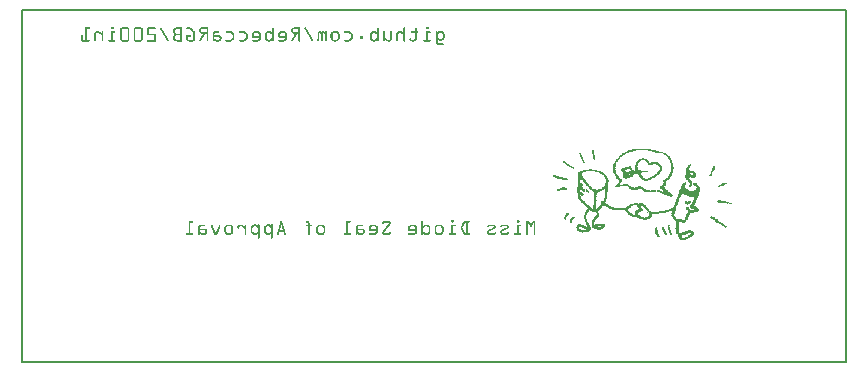
<source format=gbo>
G04 MADE WITH FRITZING*
G04 WWW.FRITZING.ORG*
G04 DOUBLE SIDED*
G04 HOLES PLATED*
G04 CONTOUR ON CENTER OF CONTOUR VECTOR*
%ASAXBY*%
%FSLAX23Y23*%
%MOIN*%
%OFA0B0*%
%SFA1.0B1.0*%
%ADD10R,2.755910X1.181100X2.739910X1.165100*%
%ADD11C,0.008000*%
%ADD12R,0.001000X0.001000*%
%LNSILK0*%
G90*
G70*
G54D11*
X4Y1177D02*
X2752Y1177D01*
X2752Y4D01*
X4Y4D01*
X4Y1177D01*
D02*
G36*
X1911Y709D02*
X1911Y702D01*
X1912Y702D01*
X1912Y694D01*
X1914Y694D01*
X1914Y686D01*
X1916Y686D01*
X1916Y677D01*
X1911Y677D01*
X1911Y681D01*
X1909Y681D01*
X1909Y684D01*
X1908Y684D01*
X1908Y697D01*
X1906Y697D01*
X1906Y709D01*
X1911Y709D01*
G37*
D02*
G36*
X1867Y702D02*
X1867Y699D01*
X1868Y699D01*
X1868Y695D01*
X1870Y695D01*
X1870Y692D01*
X1871Y692D01*
X1871Y687D01*
X1873Y687D01*
X1873Y682D01*
X1875Y682D01*
X1875Y679D01*
X1876Y679D01*
X1876Y676D01*
X1878Y676D01*
X1878Y671D01*
X1880Y671D01*
X1880Y668D01*
X1878Y668D01*
X1878Y666D01*
X1875Y666D01*
X1875Y668D01*
X1873Y668D01*
X1873Y673D01*
X1871Y673D01*
X1871Y676D01*
X1870Y676D01*
X1870Y679D01*
X1868Y679D01*
X1868Y682D01*
X1867Y682D01*
X1867Y687D01*
X1865Y687D01*
X1865Y694D01*
X1863Y694D01*
X1863Y697D01*
X1862Y697D01*
X1862Y702D01*
X1867Y702D01*
G37*
D02*
G36*
X1814Y674D02*
X1814Y673D01*
X1816Y673D01*
X1816Y671D01*
X1817Y671D01*
X1817Y668D01*
X1819Y668D01*
X1819Y666D01*
X1821Y666D01*
X1821Y664D01*
X1826Y664D01*
X1826Y663D01*
X1827Y663D01*
X1827Y661D01*
X1829Y661D01*
X1829Y659D01*
X1832Y659D01*
X1832Y658D01*
X1835Y658D01*
X1835Y656D01*
X1837Y656D01*
X1837Y654D01*
X1840Y654D01*
X1840Y653D01*
X1844Y653D01*
X1844Y651D01*
X1845Y651D01*
X1845Y648D01*
X1840Y648D01*
X1840Y650D01*
X1837Y650D01*
X1837Y651D01*
X1834Y651D01*
X1834Y653D01*
X1832Y653D01*
X1832Y654D01*
X1829Y654D01*
X1829Y656D01*
X1826Y656D01*
X1826Y658D01*
X1822Y658D01*
X1822Y661D01*
X1817Y661D01*
X1817Y663D01*
X1816Y663D01*
X1816Y664D01*
X1814Y664D01*
X1814Y666D01*
X1811Y666D01*
X1811Y668D01*
X1809Y668D01*
X1809Y669D01*
X1807Y669D01*
X1807Y674D01*
X1814Y674D01*
G37*
D02*
G36*
X2077Y684D02*
X2077Y682D01*
X2083Y682D01*
X2083Y681D01*
X2086Y681D01*
X2086Y679D01*
X2088Y679D01*
X2088Y676D01*
X2068Y676D01*
X2068Y674D01*
X2065Y674D01*
X2065Y673D01*
X2063Y673D01*
X2063Y671D01*
X2062Y671D01*
X2062Y669D01*
X2060Y669D01*
X2060Y666D01*
X2058Y666D01*
X2058Y663D01*
X2057Y663D01*
X2057Y656D01*
X2055Y656D01*
X2055Y653D01*
X2057Y653D01*
X2057Y645D01*
X2058Y645D01*
X2058Y643D01*
X2067Y643D01*
X2067Y641D01*
X2049Y641D01*
X2049Y659D01*
X2050Y659D01*
X2050Y666D01*
X2052Y666D01*
X2052Y669D01*
X2054Y669D01*
X2054Y673D01*
X2055Y673D01*
X2055Y674D01*
X2057Y674D01*
X2057Y676D01*
X2058Y676D01*
X2058Y677D01*
X2060Y677D01*
X2060Y681D01*
X2065Y681D01*
X2065Y682D01*
X2070Y682D01*
X2070Y684D01*
X2077Y684D01*
G37*
D02*
G36*
X2090Y676D02*
X2090Y674D01*
X2091Y674D01*
X2091Y673D01*
X2093Y673D01*
X2093Y671D01*
X2095Y671D01*
X2095Y668D01*
X2088Y668D01*
X2088Y669D01*
X2086Y669D01*
X2086Y673D01*
X2085Y673D01*
X2085Y674D01*
X2080Y674D01*
X2080Y676D01*
X2090Y676D01*
G37*
D02*
G36*
X2122Y671D02*
X2122Y669D01*
X2124Y669D01*
X2124Y668D01*
X2101Y668D01*
X2101Y669D01*
X2109Y669D01*
X2109Y671D01*
X2122Y671D01*
G37*
D02*
G36*
X2126Y668D02*
X2126Y666D01*
X2090Y666D01*
X2090Y668D01*
X2126Y668D01*
G37*
D02*
G36*
X2126Y668D02*
X2126Y666D01*
X2090Y666D01*
X2090Y668D01*
X2126Y668D01*
G37*
D02*
G36*
X2127Y666D02*
X2127Y664D01*
X2129Y664D01*
X2129Y663D01*
X2108Y663D01*
X2108Y661D01*
X2099Y661D01*
X2099Y659D01*
X2096Y659D01*
X2096Y658D01*
X2095Y658D01*
X2095Y659D01*
X2093Y659D01*
X2093Y661D01*
X2091Y661D01*
X2091Y664D01*
X2090Y664D01*
X2090Y666D01*
X2127Y666D01*
G37*
D02*
G36*
X2132Y663D02*
X2132Y659D01*
X2136Y659D01*
X2136Y656D01*
X2137Y656D01*
X2137Y653D01*
X2139Y653D01*
X2139Y643D01*
X2137Y643D01*
X2137Y640D01*
X2136Y640D01*
X2136Y638D01*
X2134Y638D01*
X2134Y636D01*
X2132Y636D01*
X2132Y633D01*
X2131Y633D01*
X2131Y632D01*
X2129Y632D01*
X2129Y630D01*
X2127Y630D01*
X2127Y628D01*
X2126Y628D01*
X2126Y627D01*
X2122Y627D01*
X2122Y625D01*
X2121Y625D01*
X2121Y623D01*
X2118Y623D01*
X2118Y622D01*
X2116Y622D01*
X2116Y618D01*
X2113Y618D01*
X2113Y617D01*
X2106Y617D01*
X2106Y615D01*
X2104Y615D01*
X2104Y613D01*
X2088Y613D01*
X2088Y615D01*
X2091Y615D01*
X2091Y617D01*
X2096Y617D01*
X2096Y618D01*
X2099Y618D01*
X2099Y620D01*
X2103Y620D01*
X2103Y623D01*
X2108Y623D01*
X2108Y625D01*
X2111Y625D01*
X2111Y627D01*
X2113Y627D01*
X2113Y628D01*
X2116Y628D01*
X2116Y630D01*
X2118Y630D01*
X2118Y632D01*
X2121Y632D01*
X2121Y633D01*
X2122Y633D01*
X2122Y636D01*
X2124Y636D01*
X2124Y638D01*
X2126Y638D01*
X2126Y640D01*
X2127Y640D01*
X2127Y641D01*
X2129Y641D01*
X2129Y643D01*
X2131Y643D01*
X2131Y653D01*
X2129Y653D01*
X2129Y654D01*
X2127Y654D01*
X2127Y656D01*
X2126Y656D01*
X2126Y658D01*
X2124Y658D01*
X2124Y659D01*
X2121Y659D01*
X2121Y661D01*
X2118Y661D01*
X2118Y663D01*
X2132Y663D01*
G37*
D02*
G36*
X2034Y656D02*
X2034Y654D01*
X2035Y654D01*
X2035Y651D01*
X2037Y651D01*
X2037Y650D01*
X2039Y650D01*
X2039Y648D01*
X2029Y648D01*
X2029Y646D01*
X2021Y646D01*
X2021Y645D01*
X2019Y645D01*
X2019Y643D01*
X2016Y643D01*
X2016Y641D01*
X2017Y641D01*
X2017Y638D01*
X2004Y638D01*
X2004Y640D01*
X2001Y640D01*
X2001Y646D01*
X2003Y646D01*
X2003Y650D01*
X2013Y650D01*
X2013Y651D01*
X2016Y651D01*
X2016Y653D01*
X2021Y653D01*
X2021Y654D01*
X2027Y654D01*
X2027Y656D01*
X2034Y656D01*
G37*
D02*
G36*
X2039Y648D02*
X2039Y645D01*
X2040Y645D01*
X2040Y643D01*
X2045Y643D01*
X2045Y641D01*
X2034Y641D01*
X2034Y643D01*
X2032Y643D01*
X2032Y645D01*
X2031Y645D01*
X2031Y648D01*
X2039Y648D01*
G37*
D02*
G36*
X2090Y641D02*
X2090Y640D01*
X2032Y640D01*
X2032Y641D01*
X2090Y641D01*
G37*
D02*
G36*
X2090Y641D02*
X2090Y640D01*
X2032Y640D01*
X2032Y641D01*
X2090Y641D01*
G37*
D02*
G36*
X2090Y640D02*
X2090Y638D01*
X2027Y638D01*
X2027Y640D01*
X2090Y640D01*
G37*
D02*
G36*
X2088Y638D02*
X2088Y636D01*
X2006Y636D01*
X2006Y638D01*
X2088Y638D01*
G37*
D02*
G36*
X2088Y638D02*
X2088Y636D01*
X2006Y636D01*
X2006Y638D01*
X2088Y638D01*
G37*
D02*
G36*
X2072Y636D02*
X2072Y635D01*
X2067Y635D01*
X2067Y633D01*
X2050Y633D01*
X2050Y632D01*
X2045Y632D01*
X2045Y630D01*
X2029Y630D01*
X2029Y628D01*
X2009Y628D01*
X2009Y630D01*
X2011Y630D01*
X2011Y632D01*
X2008Y632D01*
X2008Y633D01*
X2009Y633D01*
X2009Y635D01*
X2008Y635D01*
X2008Y636D01*
X2072Y636D01*
G37*
D02*
G36*
X2067Y633D02*
X2067Y628D01*
X2068Y628D01*
X2068Y627D01*
X2070Y627D01*
X2070Y625D01*
X2072Y625D01*
X2072Y623D01*
X2073Y623D01*
X2073Y620D01*
X2075Y620D01*
X2075Y618D01*
X2078Y618D01*
X2078Y617D01*
X2080Y617D01*
X2080Y615D01*
X2083Y615D01*
X2083Y613D01*
X2068Y613D01*
X2068Y615D01*
X2067Y615D01*
X2067Y617D01*
X2065Y617D01*
X2065Y618D01*
X2063Y618D01*
X2063Y622D01*
X2062Y622D01*
X2062Y623D01*
X2060Y623D01*
X2060Y627D01*
X2058Y627D01*
X2058Y628D01*
X2057Y628D01*
X2057Y630D01*
X2055Y630D01*
X2055Y632D01*
X2052Y632D01*
X2052Y633D01*
X2067Y633D01*
G37*
D02*
G36*
X2045Y630D02*
X2045Y628D01*
X2031Y628D01*
X2031Y630D01*
X2045Y630D01*
G37*
D02*
G36*
X2044Y628D02*
X2044Y627D01*
X2009Y627D01*
X2009Y628D01*
X2044Y628D01*
G37*
D02*
G36*
X2044Y628D02*
X2044Y627D01*
X2009Y627D01*
X2009Y628D01*
X2044Y628D01*
G37*
D02*
G36*
X2042Y627D02*
X2042Y623D01*
X2040Y623D01*
X2040Y622D01*
X2039Y622D01*
X2039Y620D01*
X2031Y620D01*
X2031Y618D01*
X2026Y618D01*
X2026Y617D01*
X2022Y617D01*
X2022Y615D01*
X2014Y615D01*
X2014Y617D01*
X2011Y617D01*
X2011Y618D01*
X2009Y618D01*
X2009Y620D01*
X2008Y620D01*
X2008Y623D01*
X2009Y623D01*
X2009Y627D01*
X2042Y627D01*
G37*
D02*
G36*
X2101Y613D02*
X2101Y612D01*
X2070Y612D01*
X2070Y613D01*
X2101Y613D01*
G37*
D02*
G36*
X2101Y613D02*
X2101Y612D01*
X2070Y612D01*
X2070Y613D01*
X2101Y613D01*
G37*
D02*
G36*
X2098Y612D02*
X2098Y610D01*
X2093Y610D01*
X2093Y609D01*
X2090Y609D01*
X2090Y607D01*
X2077Y607D01*
X2077Y609D01*
X2073Y609D01*
X2073Y610D01*
X2072Y610D01*
X2072Y612D01*
X2098Y612D01*
G37*
D02*
G36*
X2236Y663D02*
X2236Y658D01*
X2234Y658D01*
X2234Y656D01*
X2232Y656D01*
X2232Y654D01*
X2231Y654D01*
X2231Y651D01*
X2229Y651D01*
X2229Y650D01*
X2227Y650D01*
X2227Y643D01*
X2231Y643D01*
X2231Y641D01*
X2242Y641D01*
X2242Y640D01*
X2245Y640D01*
X2245Y638D01*
X2247Y638D01*
X2247Y636D01*
X2249Y636D01*
X2249Y633D01*
X2232Y633D01*
X2232Y630D01*
X2234Y630D01*
X2234Y628D01*
X2218Y628D01*
X2218Y640D01*
X2219Y640D01*
X2219Y650D01*
X2221Y650D01*
X2221Y653D01*
X2223Y653D01*
X2223Y656D01*
X2224Y656D01*
X2224Y658D01*
X2226Y658D01*
X2226Y659D01*
X2227Y659D01*
X2227Y661D01*
X2231Y661D01*
X2231Y663D01*
X2236Y663D01*
G37*
D02*
G36*
X2250Y633D02*
X2250Y632D01*
X2252Y632D01*
X2252Y628D01*
X2241Y628D01*
X2241Y630D01*
X2242Y630D01*
X2242Y633D01*
X2250Y633D01*
G37*
D02*
G36*
X2250Y628D02*
X2250Y627D01*
X2218Y627D01*
X2218Y628D01*
X2250Y628D01*
G37*
D02*
G36*
X2250Y628D02*
X2250Y627D01*
X2218Y627D01*
X2218Y628D01*
X2250Y628D01*
G37*
D02*
G36*
X2250Y627D02*
X2250Y622D01*
X2249Y622D01*
X2249Y620D01*
X2227Y620D01*
X2227Y618D01*
X2216Y618D01*
X2216Y627D01*
X2250Y627D01*
G37*
D02*
G36*
X2247Y620D02*
X2247Y618D01*
X2234Y618D01*
X2234Y620D01*
X2247Y620D01*
G37*
D02*
G36*
X2232Y620D02*
X2232Y618D01*
X2229Y618D01*
X2229Y620D01*
X2232Y620D01*
G37*
D02*
G36*
X2229Y618D02*
X2229Y615D01*
X2231Y615D01*
X2231Y613D01*
X2232Y613D01*
X2232Y610D01*
X2234Y610D01*
X2234Y607D01*
X2237Y607D01*
X2237Y605D01*
X2239Y605D01*
X2239Y595D01*
X2241Y595D01*
X2241Y594D01*
X2239Y594D01*
X2239Y592D01*
X2237Y592D01*
X2237Y589D01*
X2236Y589D01*
X2236Y587D01*
X2229Y587D01*
X2229Y595D01*
X2231Y595D01*
X2231Y600D01*
X2229Y600D01*
X2229Y604D01*
X2227Y604D01*
X2227Y605D01*
X2226Y605D01*
X2226Y607D01*
X2223Y607D01*
X2223Y610D01*
X2221Y610D01*
X2221Y612D01*
X2219Y612D01*
X2219Y615D01*
X2218Y615D01*
X2218Y617D01*
X2216Y617D01*
X2216Y618D01*
X2229Y618D01*
G37*
D02*
G36*
X2316Y658D02*
X2316Y653D01*
X2314Y653D01*
X2314Y648D01*
X2313Y648D01*
X2313Y645D01*
X2311Y645D01*
X2311Y641D01*
X2309Y641D01*
X2309Y640D01*
X2308Y640D01*
X2308Y636D01*
X2306Y636D01*
X2306Y630D01*
X2305Y630D01*
X2305Y628D01*
X2303Y628D01*
X2303Y623D01*
X2296Y623D01*
X2296Y628D01*
X2298Y628D01*
X2298Y632D01*
X2300Y632D01*
X2300Y636D01*
X2301Y636D01*
X2301Y640D01*
X2303Y640D01*
X2303Y641D01*
X2305Y641D01*
X2305Y646D01*
X2306Y646D01*
X2306Y651D01*
X2308Y651D01*
X2308Y654D01*
X2309Y654D01*
X2309Y656D01*
X2311Y656D01*
X2311Y658D01*
X2316Y658D01*
G37*
D02*
G36*
X1785Y627D02*
X1785Y625D01*
X1791Y625D01*
X1791Y623D01*
X1794Y623D01*
X1794Y622D01*
X1801Y622D01*
X1801Y620D01*
X1807Y620D01*
X1807Y618D01*
X1816Y618D01*
X1816Y617D01*
X1821Y617D01*
X1821Y615D01*
X1824Y615D01*
X1824Y612D01*
X1822Y612D01*
X1822Y610D01*
X1814Y610D01*
X1814Y612D01*
X1806Y612D01*
X1806Y613D01*
X1801Y613D01*
X1801Y615D01*
X1789Y615D01*
X1789Y617D01*
X1786Y617D01*
X1786Y618D01*
X1780Y618D01*
X1780Y620D01*
X1776Y620D01*
X1776Y622D01*
X1775Y622D01*
X1775Y625D01*
X1776Y625D01*
X1776Y627D01*
X1785Y627D01*
G37*
D02*
G36*
X2354Y602D02*
X2354Y600D01*
X2355Y600D01*
X2355Y599D01*
X2354Y599D01*
X2354Y597D01*
X2349Y597D01*
X2349Y595D01*
X2346Y595D01*
X2346Y594D01*
X2344Y594D01*
X2344Y592D01*
X2341Y592D01*
X2341Y590D01*
X2336Y590D01*
X2336Y589D01*
X2331Y589D01*
X2331Y587D01*
X2326Y587D01*
X2326Y592D01*
X2329Y592D01*
X2329Y594D01*
X2332Y594D01*
X2332Y595D01*
X2336Y595D01*
X2336Y597D01*
X2339Y597D01*
X2339Y599D01*
X2346Y599D01*
X2346Y600D01*
X2349Y600D01*
X2349Y602D01*
X2354Y602D01*
G37*
D02*
G36*
X1814Y586D02*
X1814Y584D01*
X1821Y584D01*
X1821Y581D01*
X1822Y581D01*
X1822Y579D01*
X1821Y579D01*
X1821Y577D01*
X1803Y577D01*
X1803Y576D01*
X1798Y576D01*
X1798Y574D01*
X1788Y574D01*
X1788Y579D01*
X1789Y579D01*
X1789Y581D01*
X1798Y581D01*
X1798Y582D01*
X1799Y582D01*
X1799Y584D01*
X1806Y584D01*
X1806Y586D01*
X1814Y586D01*
G37*
D02*
G36*
X2072Y717D02*
X2072Y715D01*
X2093Y715D01*
X2093Y714D01*
X2101Y714D01*
X2101Y712D01*
X2108Y712D01*
X2108Y710D01*
X2055Y710D01*
X2055Y709D01*
X2050Y709D01*
X2050Y707D01*
X2040Y707D01*
X2040Y705D01*
X2034Y705D01*
X2034Y704D01*
X2029Y704D01*
X2029Y702D01*
X2026Y702D01*
X2026Y700D01*
X2022Y700D01*
X2022Y699D01*
X2019Y699D01*
X2019Y697D01*
X2014Y697D01*
X2014Y695D01*
X2011Y695D01*
X2011Y694D01*
X2009Y694D01*
X2009Y692D01*
X2006Y692D01*
X2006Y691D01*
X2004Y691D01*
X2004Y689D01*
X2003Y689D01*
X2003Y687D01*
X2001Y687D01*
X2001Y686D01*
X1999Y686D01*
X1999Y682D01*
X1998Y682D01*
X1998Y681D01*
X1994Y681D01*
X1994Y677D01*
X1993Y677D01*
X1993Y676D01*
X1991Y676D01*
X1991Y674D01*
X1990Y674D01*
X1990Y671D01*
X1988Y671D01*
X1988Y669D01*
X1986Y669D01*
X1986Y668D01*
X1985Y668D01*
X1985Y663D01*
X1983Y663D01*
X1983Y654D01*
X1981Y654D01*
X1981Y650D01*
X1983Y650D01*
X1983Y646D01*
X1981Y646D01*
X1981Y643D01*
X1983Y643D01*
X1983Y638D01*
X1985Y638D01*
X1985Y635D01*
X1986Y635D01*
X1986Y632D01*
X1988Y632D01*
X1988Y628D01*
X1990Y628D01*
X1990Y627D01*
X1991Y627D01*
X1991Y623D01*
X1993Y623D01*
X1993Y620D01*
X1994Y620D01*
X1994Y618D01*
X1996Y618D01*
X1996Y617D01*
X1998Y617D01*
X1998Y615D01*
X2001Y615D01*
X2001Y613D01*
X2003Y613D01*
X2003Y605D01*
X2001Y605D01*
X2001Y602D01*
X1999Y602D01*
X1999Y599D01*
X1998Y599D01*
X1998Y597D01*
X1999Y597D01*
X1999Y595D01*
X1988Y595D01*
X1988Y597D01*
X1990Y597D01*
X1990Y599D01*
X1991Y599D01*
X1991Y600D01*
X1993Y600D01*
X1993Y605D01*
X1994Y605D01*
X1994Y609D01*
X1993Y609D01*
X1993Y610D01*
X1991Y610D01*
X1991Y612D01*
X1990Y612D01*
X1990Y615D01*
X1986Y615D01*
X1986Y617D01*
X1985Y617D01*
X1985Y622D01*
X1983Y622D01*
X1983Y623D01*
X1981Y623D01*
X1981Y628D01*
X1980Y628D01*
X1980Y632D01*
X1978Y632D01*
X1978Y635D01*
X1976Y635D01*
X1976Y646D01*
X1975Y646D01*
X1975Y654D01*
X1976Y654D01*
X1976Y664D01*
X1978Y664D01*
X1978Y668D01*
X1980Y668D01*
X1980Y671D01*
X1981Y671D01*
X1981Y674D01*
X1983Y674D01*
X1983Y676D01*
X1985Y676D01*
X1985Y677D01*
X1986Y677D01*
X1986Y679D01*
X1988Y679D01*
X1988Y681D01*
X1990Y681D01*
X1990Y682D01*
X1991Y682D01*
X1991Y684D01*
X1993Y684D01*
X1993Y686D01*
X1994Y686D01*
X1994Y689D01*
X1996Y689D01*
X1996Y691D01*
X1998Y691D01*
X1998Y692D01*
X1999Y692D01*
X1999Y694D01*
X2001Y694D01*
X2001Y695D01*
X2003Y695D01*
X2003Y697D01*
X2004Y697D01*
X2004Y699D01*
X2008Y699D01*
X2008Y700D01*
X2011Y700D01*
X2011Y702D01*
X2014Y702D01*
X2014Y704D01*
X2017Y704D01*
X2017Y705D01*
X2021Y705D01*
X2021Y707D01*
X2024Y707D01*
X2024Y709D01*
X2031Y709D01*
X2031Y710D01*
X2034Y710D01*
X2034Y712D01*
X2039Y712D01*
X2039Y714D01*
X2045Y714D01*
X2045Y715D01*
X2070Y715D01*
X2070Y717D01*
X2072Y717D01*
G37*
D02*
G36*
X2113Y710D02*
X2113Y709D01*
X2118Y709D01*
X2118Y707D01*
X2129Y707D01*
X2129Y705D01*
X2137Y705D01*
X2137Y704D01*
X2142Y704D01*
X2142Y702D01*
X2121Y702D01*
X2121Y700D01*
X2118Y700D01*
X2118Y702D01*
X2114Y702D01*
X2114Y704D01*
X2111Y704D01*
X2111Y705D01*
X2103Y705D01*
X2103Y707D01*
X2091Y707D01*
X2091Y709D01*
X2080Y709D01*
X2080Y710D01*
X2113Y710D01*
G37*
D02*
G36*
X2147Y702D02*
X2147Y700D01*
X2150Y700D01*
X2150Y699D01*
X2152Y699D01*
X2152Y697D01*
X2155Y697D01*
X2155Y695D01*
X2157Y695D01*
X2157Y694D01*
X2159Y694D01*
X2159Y692D01*
X2160Y692D01*
X2160Y691D01*
X2162Y691D01*
X2162Y689D01*
X2163Y689D01*
X2163Y687D01*
X2165Y687D01*
X2165Y684D01*
X2167Y684D01*
X2167Y681D01*
X2168Y681D01*
X2168Y677D01*
X2170Y677D01*
X2170Y674D01*
X2172Y674D01*
X2172Y668D01*
X2173Y668D01*
X2173Y663D01*
X2175Y663D01*
X2175Y654D01*
X2177Y654D01*
X2177Y646D01*
X2175Y646D01*
X2175Y636D01*
X2173Y636D01*
X2173Y635D01*
X2172Y635D01*
X2172Y630D01*
X2170Y630D01*
X2170Y625D01*
X2168Y625D01*
X2168Y623D01*
X2167Y623D01*
X2167Y622D01*
X2165Y622D01*
X2165Y618D01*
X2163Y618D01*
X2163Y615D01*
X2162Y615D01*
X2162Y613D01*
X2160Y613D01*
X2160Y612D01*
X2159Y612D01*
X2159Y610D01*
X2155Y610D01*
X2155Y609D01*
X2154Y609D01*
X2154Y607D01*
X2152Y607D01*
X2152Y599D01*
X2150Y599D01*
X2150Y592D01*
X2149Y592D01*
X2149Y590D01*
X2147Y590D01*
X2147Y589D01*
X2145Y589D01*
X2145Y587D01*
X2147Y587D01*
X2147Y581D01*
X2149Y581D01*
X2149Y579D01*
X2136Y579D01*
X2136Y577D01*
X2134Y577D01*
X2134Y582D01*
X2132Y582D01*
X2132Y584D01*
X2131Y584D01*
X2131Y589D01*
X2134Y589D01*
X2134Y590D01*
X2137Y590D01*
X2137Y592D01*
X2139Y592D01*
X2139Y594D01*
X2140Y594D01*
X2140Y595D01*
X2142Y595D01*
X2142Y599D01*
X2144Y599D01*
X2144Y604D01*
X2142Y604D01*
X2142Y609D01*
X2144Y609D01*
X2144Y610D01*
X2145Y610D01*
X2145Y612D01*
X2149Y612D01*
X2149Y613D01*
X2150Y613D01*
X2150Y615D01*
X2152Y615D01*
X2152Y617D01*
X2154Y617D01*
X2154Y618D01*
X2157Y618D01*
X2157Y622D01*
X2159Y622D01*
X2159Y623D01*
X2160Y623D01*
X2160Y627D01*
X2162Y627D01*
X2162Y630D01*
X2163Y630D01*
X2163Y632D01*
X2165Y632D01*
X2165Y636D01*
X2167Y636D01*
X2167Y640D01*
X2168Y640D01*
X2168Y663D01*
X2167Y663D01*
X2167Y668D01*
X2165Y668D01*
X2165Y673D01*
X2163Y673D01*
X2163Y677D01*
X2162Y677D01*
X2162Y681D01*
X2160Y681D01*
X2160Y682D01*
X2159Y682D01*
X2159Y686D01*
X2157Y686D01*
X2157Y687D01*
X2155Y687D01*
X2155Y691D01*
X2154Y691D01*
X2154Y692D01*
X2150Y692D01*
X2150Y694D01*
X2147Y694D01*
X2147Y695D01*
X2145Y695D01*
X2145Y697D01*
X2140Y697D01*
X2140Y699D01*
X2139Y699D01*
X2139Y700D01*
X2131Y700D01*
X2131Y702D01*
X2147Y702D01*
G37*
D02*
G36*
X2026Y597D02*
X2026Y595D01*
X2016Y595D01*
X2016Y597D01*
X2026Y597D01*
G37*
D02*
G36*
X2014Y597D02*
X2014Y595D01*
X2008Y595D01*
X2008Y597D01*
X2014Y597D01*
G37*
D02*
G36*
X2027Y595D02*
X2027Y594D01*
X1986Y594D01*
X1986Y595D01*
X2027Y595D01*
G37*
D02*
G36*
X2027Y595D02*
X2027Y594D01*
X1986Y594D01*
X1986Y595D01*
X2027Y595D01*
G37*
D02*
G36*
X2027Y595D02*
X2027Y594D01*
X1986Y594D01*
X1986Y595D01*
X2027Y595D01*
G37*
D02*
G36*
X2027Y594D02*
X2027Y592D01*
X2029Y592D01*
X2029Y590D01*
X2004Y590D01*
X2004Y589D01*
X1998Y589D01*
X1998Y587D01*
X1991Y587D01*
X1991Y586D01*
X1983Y586D01*
X1983Y587D01*
X1980Y587D01*
X1980Y589D01*
X1981Y589D01*
X1981Y590D01*
X1983Y590D01*
X1983Y592D01*
X1985Y592D01*
X1985Y594D01*
X2027Y594D01*
G37*
D02*
G36*
X2063Y592D02*
X2063Y590D01*
X2067Y590D01*
X2067Y589D01*
X2068Y589D01*
X2068Y587D01*
X2072Y587D01*
X2072Y586D01*
X2073Y586D01*
X2073Y584D01*
X2049Y584D01*
X2049Y586D01*
X2055Y586D01*
X2055Y587D01*
X2057Y587D01*
X2057Y590D01*
X2058Y590D01*
X2058Y592D01*
X2063Y592D01*
G37*
D02*
G36*
X2032Y590D02*
X2032Y589D01*
X2035Y589D01*
X2035Y587D01*
X2039Y587D01*
X2039Y586D01*
X2044Y586D01*
X2044Y584D01*
X2027Y584D01*
X2027Y586D01*
X2026Y586D01*
X2026Y587D01*
X2024Y587D01*
X2024Y589D01*
X2013Y589D01*
X2013Y590D01*
X2032Y590D01*
G37*
D02*
G36*
X2077Y584D02*
X2077Y582D01*
X2029Y582D01*
X2029Y584D01*
X2077Y584D01*
G37*
D02*
G36*
X2077Y584D02*
X2077Y582D01*
X2029Y582D01*
X2029Y584D01*
X2077Y584D01*
G37*
D02*
G36*
X2078Y582D02*
X2078Y581D01*
X2080Y581D01*
X2080Y579D01*
X2083Y579D01*
X2083Y577D01*
X2086Y577D01*
X2086Y576D01*
X2099Y576D01*
X2099Y574D01*
X2075Y574D01*
X2075Y576D01*
X2072Y576D01*
X2072Y577D01*
X2070Y577D01*
X2070Y579D01*
X2067Y579D01*
X2067Y581D01*
X2065Y581D01*
X2065Y582D01*
X2078Y582D01*
G37*
D02*
G36*
X2062Y582D02*
X2062Y581D01*
X2060Y581D01*
X2060Y579D01*
X2057Y579D01*
X2057Y577D01*
X2047Y577D01*
X2047Y576D01*
X2042Y576D01*
X2042Y577D01*
X2035Y577D01*
X2035Y579D01*
X2032Y579D01*
X2032Y581D01*
X2031Y581D01*
X2031Y582D01*
X2062Y582D01*
G37*
D02*
G36*
X2150Y579D02*
X2150Y577D01*
X2154Y577D01*
X2154Y576D01*
X2157Y576D01*
X2157Y574D01*
X2159Y574D01*
X2159Y572D01*
X2160Y572D01*
X2160Y571D01*
X2144Y571D01*
X2144Y572D01*
X2142Y572D01*
X2142Y574D01*
X2140Y574D01*
X2140Y576D01*
X2139Y576D01*
X2139Y577D01*
X2137Y577D01*
X2137Y579D01*
X2150Y579D01*
G37*
D02*
G36*
X2129Y577D02*
X2129Y576D01*
X2132Y576D01*
X2132Y574D01*
X2137Y574D01*
X2137Y572D01*
X2122Y572D01*
X2122Y576D01*
X2124Y576D01*
X2124Y577D01*
X2129Y577D01*
G37*
D02*
G36*
X2118Y577D02*
X2118Y576D01*
X2119Y576D01*
X2119Y574D01*
X2101Y574D01*
X2101Y576D01*
X2114Y576D01*
X2114Y577D01*
X2118Y577D01*
G37*
D02*
G36*
X2118Y574D02*
X2118Y572D01*
X2077Y572D01*
X2077Y574D01*
X2118Y574D01*
G37*
D02*
G36*
X2118Y574D02*
X2118Y572D01*
X2077Y572D01*
X2077Y574D01*
X2118Y574D01*
G37*
D02*
G36*
X2142Y572D02*
X2142Y571D01*
X2124Y571D01*
X2124Y572D01*
X2142Y572D01*
G37*
D02*
G36*
X2114Y572D02*
X2114Y571D01*
X2109Y571D01*
X2109Y569D01*
X2085Y569D01*
X2085Y571D01*
X2080Y571D01*
X2080Y572D01*
X2114Y572D01*
G37*
D02*
G36*
X2162Y571D02*
X2162Y569D01*
X2126Y569D01*
X2126Y571D01*
X2162Y571D01*
G37*
D02*
G36*
X2162Y571D02*
X2162Y569D01*
X2126Y569D01*
X2126Y571D01*
X2162Y571D01*
G37*
D02*
G36*
X2165Y569D02*
X2165Y566D01*
X2168Y566D01*
X2168Y564D01*
X2170Y564D01*
X2170Y563D01*
X2172Y563D01*
X2172Y559D01*
X2173Y559D01*
X2173Y556D01*
X2172Y556D01*
X2172Y554D01*
X2163Y554D01*
X2163Y556D01*
X2157Y556D01*
X2157Y558D01*
X2154Y558D01*
X2154Y559D01*
X2150Y559D01*
X2150Y561D01*
X2145Y561D01*
X2145Y563D01*
X2142Y563D01*
X2142Y564D01*
X2137Y564D01*
X2137Y566D01*
X2134Y566D01*
X2134Y568D01*
X2131Y568D01*
X2131Y569D01*
X2165Y569D01*
G37*
D02*
G36*
X2334Y543D02*
X2334Y541D01*
X2342Y541D01*
X2342Y540D01*
X2352Y540D01*
X2352Y538D01*
X2357Y538D01*
X2357Y536D01*
X2362Y536D01*
X2362Y535D01*
X2367Y535D01*
X2367Y533D01*
X2357Y533D01*
X2357Y531D01*
X2354Y531D01*
X2354Y533D01*
X2337Y533D01*
X2337Y535D01*
X2323Y535D01*
X2323Y536D01*
X2321Y536D01*
X2321Y541D01*
X2323Y541D01*
X2323Y543D01*
X2334Y543D01*
G37*
D02*
G36*
X2370Y533D02*
X2370Y531D01*
X2360Y531D01*
X2360Y533D01*
X2370Y533D01*
G37*
D02*
G36*
X2232Y541D02*
X2232Y540D01*
X2234Y540D01*
X2234Y536D01*
X2224Y536D01*
X2224Y538D01*
X2226Y538D01*
X2226Y540D01*
X2229Y540D01*
X2229Y541D01*
X2232Y541D01*
G37*
D02*
G36*
X2219Y541D02*
X2219Y540D01*
X2221Y540D01*
X2221Y538D01*
X2223Y538D01*
X2223Y536D01*
X2213Y536D01*
X2213Y541D01*
X2219Y541D01*
G37*
D02*
G36*
X2234Y536D02*
X2234Y535D01*
X2213Y535D01*
X2213Y536D01*
X2234Y536D01*
G37*
D02*
G36*
X2234Y536D02*
X2234Y535D01*
X2213Y535D01*
X2213Y536D01*
X2234Y536D01*
G37*
D02*
G36*
X2234Y535D02*
X2234Y533D01*
X2232Y533D01*
X2232Y531D01*
X2231Y531D01*
X2231Y530D01*
X2224Y530D01*
X2224Y528D01*
X2221Y528D01*
X2221Y530D01*
X2216Y530D01*
X2216Y531D01*
X2214Y531D01*
X2214Y533D01*
X2213Y533D01*
X2213Y535D01*
X2234Y535D01*
G37*
D02*
G36*
X2090Y504D02*
X2090Y502D01*
X2088Y502D01*
X2088Y504D01*
X2090Y504D01*
G37*
D02*
G36*
X1824Y500D02*
X1824Y499D01*
X1827Y499D01*
X1827Y494D01*
X1824Y494D01*
X1824Y492D01*
X1822Y492D01*
X1822Y490D01*
X1821Y490D01*
X1821Y486D01*
X1819Y486D01*
X1819Y477D01*
X1817Y477D01*
X1817Y476D01*
X1814Y476D01*
X1814Y479D01*
X1812Y479D01*
X1812Y487D01*
X1814Y487D01*
X1814Y494D01*
X1816Y494D01*
X1816Y495D01*
X1817Y495D01*
X1817Y497D01*
X1819Y497D01*
X1819Y499D01*
X1822Y499D01*
X1822Y500D01*
X1824Y500D01*
G37*
D02*
G36*
X2305Y489D02*
X2305Y487D01*
X2309Y487D01*
X2309Y486D01*
X2313Y486D01*
X2313Y484D01*
X2316Y484D01*
X2316Y482D01*
X2319Y482D01*
X2319Y481D01*
X2321Y481D01*
X2321Y479D01*
X2323Y479D01*
X2323Y477D01*
X2324Y477D01*
X2324Y476D01*
X2326Y476D01*
X2326Y474D01*
X2329Y474D01*
X2329Y472D01*
X2332Y472D01*
X2332Y471D01*
X2334Y471D01*
X2334Y469D01*
X2336Y469D01*
X2336Y467D01*
X2337Y467D01*
X2337Y466D01*
X2342Y466D01*
X2342Y464D01*
X2344Y464D01*
X2344Y463D01*
X2346Y463D01*
X2346Y461D01*
X2347Y461D01*
X2347Y459D01*
X2349Y459D01*
X2349Y458D01*
X2352Y458D01*
X2352Y456D01*
X2354Y456D01*
X2354Y453D01*
X2352Y453D01*
X2352Y451D01*
X2349Y451D01*
X2349Y453D01*
X2346Y453D01*
X2346Y454D01*
X2344Y454D01*
X2344Y456D01*
X2341Y456D01*
X2341Y458D01*
X2339Y458D01*
X2339Y459D01*
X2336Y459D01*
X2336Y461D01*
X2334Y461D01*
X2334Y463D01*
X2329Y463D01*
X2329Y464D01*
X2327Y464D01*
X2327Y466D01*
X2324Y466D01*
X2324Y467D01*
X2319Y467D01*
X2319Y471D01*
X2318Y471D01*
X2318Y472D01*
X2314Y472D01*
X2314Y474D01*
X2313Y474D01*
X2313Y476D01*
X2309Y476D01*
X2309Y477D01*
X2308Y477D01*
X2308Y479D01*
X2306Y479D01*
X2306Y481D01*
X2303Y481D01*
X2303Y482D01*
X2301Y482D01*
X2301Y484D01*
X2298Y484D01*
X2298Y487D01*
X2300Y487D01*
X2300Y489D01*
X2305Y489D01*
G37*
D02*
G36*
X1847Y487D02*
X1847Y484D01*
X1845Y484D01*
X1845Y482D01*
X1842Y482D01*
X1842Y479D01*
X1840Y479D01*
X1840Y477D01*
X1839Y477D01*
X1839Y466D01*
X1835Y466D01*
X1835Y464D01*
X1834Y464D01*
X1834Y467D01*
X1832Y467D01*
X1832Y479D01*
X1834Y479D01*
X1834Y482D01*
X1835Y482D01*
X1835Y484D01*
X1837Y484D01*
X1837Y486D01*
X1840Y486D01*
X1840Y487D01*
X1847Y487D01*
G37*
D02*
G36*
X2162Y463D02*
X2162Y461D01*
X2163Y461D01*
X2163Y456D01*
X2162Y456D01*
X2162Y454D01*
X2163Y454D01*
X2163Y448D01*
X2165Y448D01*
X2165Y443D01*
X2167Y443D01*
X2167Y438D01*
X2168Y438D01*
X2168Y435D01*
X2170Y435D01*
X2170Y426D01*
X2168Y426D01*
X2168Y428D01*
X2165Y428D01*
X2165Y433D01*
X2163Y433D01*
X2163Y435D01*
X2162Y435D01*
X2162Y440D01*
X2160Y440D01*
X2160Y443D01*
X2159Y443D01*
X2159Y448D01*
X2157Y448D01*
X2157Y449D01*
X2159Y449D01*
X2159Y451D01*
X2157Y451D01*
X2157Y458D01*
X2159Y458D01*
X2159Y461D01*
X2160Y461D01*
X2160Y463D01*
X2162Y463D01*
G37*
D02*
G36*
X2142Y456D02*
X2142Y454D01*
X2144Y454D01*
X2144Y449D01*
X2145Y449D01*
X2145Y448D01*
X2147Y448D01*
X2147Y441D01*
X2149Y441D01*
X2149Y440D01*
X2150Y440D01*
X2150Y438D01*
X2152Y438D01*
X2152Y435D01*
X2154Y435D01*
X2154Y431D01*
X2155Y431D01*
X2155Y426D01*
X2149Y426D01*
X2149Y428D01*
X2147Y428D01*
X2147Y430D01*
X2145Y430D01*
X2145Y431D01*
X2144Y431D01*
X2144Y436D01*
X2142Y436D01*
X2142Y440D01*
X2140Y440D01*
X2140Y443D01*
X2137Y443D01*
X2137Y449D01*
X2139Y449D01*
X2139Y454D01*
X2140Y454D01*
X2140Y456D01*
X2142Y456D01*
G37*
D02*
G36*
X2121Y453D02*
X2121Y449D01*
X2122Y449D01*
X2122Y444D01*
X2124Y444D01*
X2124Y431D01*
X2126Y431D01*
X2126Y430D01*
X2127Y430D01*
X2127Y428D01*
X2129Y428D01*
X2129Y425D01*
X2131Y425D01*
X2131Y420D01*
X2124Y420D01*
X2124Y422D01*
X2122Y422D01*
X2122Y423D01*
X2121Y423D01*
X2121Y426D01*
X2118Y426D01*
X2118Y431D01*
X2116Y431D01*
X2116Y443D01*
X2114Y443D01*
X2114Y444D01*
X2116Y444D01*
X2116Y449D01*
X2114Y449D01*
X2114Y451D01*
X2118Y451D01*
X2118Y453D01*
X2121Y453D01*
G37*
D02*
G36*
X1906Y646D02*
X1906Y645D01*
X1917Y645D01*
X1917Y643D01*
X1922Y643D01*
X1922Y641D01*
X1927Y641D01*
X1927Y640D01*
X1885Y640D01*
X1885Y638D01*
X1880Y638D01*
X1880Y636D01*
X1875Y636D01*
X1875Y635D01*
X1871Y635D01*
X1871Y633D01*
X1870Y633D01*
X1870Y628D01*
X1871Y628D01*
X1871Y623D01*
X1873Y623D01*
X1873Y622D01*
X1875Y622D01*
X1875Y618D01*
X1876Y618D01*
X1876Y617D01*
X1878Y617D01*
X1878Y615D01*
X1867Y615D01*
X1867Y612D01*
X1865Y612D01*
X1865Y600D01*
X1870Y600D01*
X1870Y599D01*
X1871Y599D01*
X1871Y597D01*
X1873Y597D01*
X1873Y592D01*
X1875Y592D01*
X1875Y589D01*
X1871Y589D01*
X1871Y586D01*
X1873Y586D01*
X1873Y584D01*
X1875Y584D01*
X1875Y581D01*
X1863Y581D01*
X1863Y579D01*
X1855Y579D01*
X1855Y587D01*
X1857Y587D01*
X1857Y605D01*
X1858Y605D01*
X1858Y636D01*
X1860Y636D01*
X1860Y638D01*
X1865Y638D01*
X1865Y640D01*
X1870Y640D01*
X1870Y641D01*
X1875Y641D01*
X1875Y643D01*
X1885Y643D01*
X1885Y645D01*
X1893Y645D01*
X1893Y646D01*
X1906Y646D01*
G37*
D02*
G36*
X1934Y640D02*
X1934Y638D01*
X1937Y638D01*
X1937Y636D01*
X1940Y636D01*
X1940Y635D01*
X1942Y635D01*
X1942Y633D01*
X1944Y633D01*
X1944Y632D01*
X1947Y632D01*
X1947Y628D01*
X1950Y628D01*
X1950Y627D01*
X1952Y627D01*
X1952Y625D01*
X1953Y625D01*
X1953Y622D01*
X1955Y622D01*
X1955Y618D01*
X1957Y618D01*
X1957Y615D01*
X1958Y615D01*
X1958Y609D01*
X1960Y609D01*
X1960Y604D01*
X1958Y604D01*
X1958Y602D01*
X1960Y602D01*
X1960Y599D01*
X1958Y599D01*
X1958Y590D01*
X1957Y590D01*
X1957Y581D01*
X1947Y581D01*
X1947Y579D01*
X1944Y579D01*
X1944Y577D01*
X1924Y577D01*
X1924Y579D01*
X1927Y579D01*
X1927Y581D01*
X1934Y581D01*
X1934Y582D01*
X1937Y582D01*
X1937Y584D01*
X1939Y584D01*
X1939Y586D01*
X1940Y586D01*
X1940Y587D01*
X1944Y587D01*
X1944Y589D01*
X1945Y589D01*
X1945Y590D01*
X1947Y590D01*
X1947Y595D01*
X1949Y595D01*
X1949Y600D01*
X1950Y600D01*
X1950Y604D01*
X1949Y604D01*
X1949Y605D01*
X1950Y605D01*
X1950Y609D01*
X1949Y609D01*
X1949Y610D01*
X1950Y610D01*
X1950Y613D01*
X1949Y613D01*
X1949Y618D01*
X1947Y618D01*
X1947Y622D01*
X1945Y622D01*
X1945Y623D01*
X1944Y623D01*
X1944Y627D01*
X1940Y627D01*
X1940Y628D01*
X1937Y628D01*
X1937Y630D01*
X1935Y630D01*
X1935Y632D01*
X1932Y632D01*
X1932Y633D01*
X1931Y633D01*
X1931Y635D01*
X1927Y635D01*
X1927Y636D01*
X1921Y636D01*
X1921Y638D01*
X1914Y638D01*
X1914Y640D01*
X1934Y640D01*
G37*
D02*
G36*
X1878Y615D02*
X1878Y613D01*
X1880Y613D01*
X1880Y612D01*
X1883Y612D01*
X1883Y609D01*
X1885Y609D01*
X1885Y607D01*
X1886Y607D01*
X1886Y604D01*
X1888Y604D01*
X1888Y600D01*
X1889Y600D01*
X1889Y599D01*
X1891Y599D01*
X1891Y597D01*
X1893Y597D01*
X1893Y595D01*
X1894Y595D01*
X1894Y594D01*
X1896Y594D01*
X1896Y592D01*
X1898Y592D01*
X1898Y589D01*
X1901Y589D01*
X1901Y587D01*
X1903Y587D01*
X1903Y586D01*
X1904Y586D01*
X1904Y584D01*
X1906Y584D01*
X1906Y581D01*
X1909Y581D01*
X1909Y579D01*
X1919Y579D01*
X1919Y577D01*
X1899Y577D01*
X1899Y579D01*
X1898Y579D01*
X1898Y581D01*
X1896Y581D01*
X1896Y582D01*
X1894Y582D01*
X1894Y586D01*
X1893Y586D01*
X1893Y587D01*
X1891Y587D01*
X1891Y589D01*
X1889Y589D01*
X1889Y590D01*
X1888Y590D01*
X1888Y592D01*
X1886Y592D01*
X1886Y594D01*
X1885Y594D01*
X1885Y595D01*
X1883Y595D01*
X1883Y597D01*
X1881Y597D01*
X1881Y600D01*
X1880Y600D01*
X1880Y602D01*
X1878Y602D01*
X1878Y605D01*
X1876Y605D01*
X1876Y607D01*
X1875Y607D01*
X1875Y609D01*
X1873Y609D01*
X1873Y610D01*
X1871Y610D01*
X1871Y612D01*
X1868Y612D01*
X1868Y615D01*
X1878Y615D01*
G37*
D02*
G36*
X2219Y604D02*
X2219Y602D01*
X2223Y602D01*
X2223Y599D01*
X2219Y599D01*
X2219Y597D01*
X2218Y597D01*
X2218Y595D01*
X2216Y595D01*
X2216Y592D01*
X2214Y592D01*
X2214Y589D01*
X2213Y589D01*
X2213Y587D01*
X2216Y587D01*
X2216Y584D01*
X2218Y584D01*
X2218Y581D01*
X2219Y581D01*
X2219Y579D01*
X2223Y579D01*
X2223Y577D01*
X2224Y577D01*
X2224Y576D01*
X2227Y576D01*
X2227Y574D01*
X2196Y574D01*
X2196Y577D01*
X2198Y577D01*
X2198Y581D01*
X2200Y581D01*
X2200Y587D01*
X2201Y587D01*
X2201Y592D01*
X2203Y592D01*
X2203Y595D01*
X2204Y595D01*
X2204Y597D01*
X2208Y597D01*
X2208Y599D01*
X2209Y599D01*
X2209Y600D01*
X2213Y600D01*
X2213Y602D01*
X2216Y602D01*
X2216Y604D01*
X2219Y604D01*
G37*
D02*
G36*
X2250Y600D02*
X2250Y599D01*
X2254Y599D01*
X2254Y597D01*
X2255Y597D01*
X2255Y595D01*
X2257Y595D01*
X2257Y594D01*
X2259Y594D01*
X2259Y592D01*
X2260Y592D01*
X2260Y589D01*
X2262Y589D01*
X2262Y586D01*
X2264Y586D01*
X2264Y576D01*
X2265Y576D01*
X2265Y574D01*
X2244Y574D01*
X2244Y576D01*
X2250Y576D01*
X2250Y579D01*
X2254Y579D01*
X2254Y582D01*
X2252Y582D01*
X2252Y584D01*
X2254Y584D01*
X2254Y586D01*
X2250Y586D01*
X2250Y589D01*
X2249Y589D01*
X2249Y590D01*
X2247Y590D01*
X2247Y592D01*
X2244Y592D01*
X2244Y595D01*
X2242Y595D01*
X2242Y599D01*
X2244Y599D01*
X2244Y600D01*
X2250Y600D01*
G37*
D02*
G36*
X1957Y581D02*
X1957Y571D01*
X1955Y571D01*
X1955Y556D01*
X1953Y556D01*
X1953Y554D01*
X1955Y554D01*
X1955Y553D01*
X1953Y553D01*
X1953Y548D01*
X1952Y548D01*
X1952Y545D01*
X1950Y545D01*
X1950Y541D01*
X1949Y541D01*
X1949Y540D01*
X1950Y540D01*
X1950Y536D01*
X1949Y536D01*
X1949Y533D01*
X1950Y533D01*
X1950Y531D01*
X1953Y531D01*
X1953Y530D01*
X1957Y530D01*
X1957Y528D01*
X1958Y528D01*
X1958Y527D01*
X1960Y527D01*
X1960Y525D01*
X1940Y525D01*
X1940Y523D01*
X1939Y523D01*
X1939Y522D01*
X1937Y522D01*
X1937Y518D01*
X1935Y518D01*
X1935Y517D01*
X1934Y517D01*
X1934Y515D01*
X1921Y515D01*
X1921Y517D01*
X1922Y517D01*
X1922Y518D01*
X1926Y518D01*
X1926Y520D01*
X1927Y520D01*
X1927Y522D01*
X1929Y522D01*
X1929Y523D01*
X1931Y523D01*
X1931Y525D01*
X1932Y525D01*
X1932Y527D01*
X1934Y527D01*
X1934Y530D01*
X1935Y530D01*
X1935Y533D01*
X1934Y533D01*
X1934Y538D01*
X1935Y538D01*
X1935Y540D01*
X1942Y540D01*
X1942Y541D01*
X1944Y541D01*
X1944Y546D01*
X1945Y546D01*
X1945Y549D01*
X1947Y549D01*
X1947Y554D01*
X1949Y554D01*
X1949Y581D01*
X1957Y581D01*
G37*
D02*
G36*
X1888Y581D02*
X1888Y579D01*
X1889Y579D01*
X1889Y577D01*
X1883Y577D01*
X1883Y581D01*
X1888Y581D01*
G37*
D02*
G36*
X1876Y581D02*
X1876Y579D01*
X1865Y579D01*
X1865Y581D01*
X1876Y581D01*
G37*
D02*
G36*
X1880Y579D02*
X1880Y577D01*
X1855Y577D01*
X1855Y579D01*
X1880Y579D01*
G37*
D02*
G36*
X1880Y579D02*
X1880Y577D01*
X1855Y577D01*
X1855Y579D01*
X1880Y579D01*
G37*
D02*
G36*
X1940Y577D02*
X1940Y576D01*
X1903Y576D01*
X1903Y577D01*
X1940Y577D01*
G37*
D02*
G36*
X1940Y577D02*
X1940Y576D01*
X1903Y576D01*
X1903Y577D01*
X1940Y577D01*
G37*
D02*
G36*
X1889Y577D02*
X1889Y576D01*
X1870Y576D01*
X1870Y577D01*
X1889Y577D01*
G37*
D02*
G36*
X1889Y577D02*
X1889Y576D01*
X1870Y576D01*
X1870Y577D01*
X1889Y577D01*
G37*
D02*
G36*
X1863Y577D02*
X1863Y574D01*
X1865Y574D01*
X1865Y572D01*
X1867Y572D01*
X1867Y571D01*
X1868Y571D01*
X1868Y569D01*
X1870Y569D01*
X1870Y568D01*
X1875Y568D01*
X1875Y566D01*
X1876Y566D01*
X1876Y563D01*
X1878Y563D01*
X1878Y559D01*
X1865Y559D01*
X1865Y556D01*
X1867Y556D01*
X1867Y554D01*
X1865Y554D01*
X1865Y553D01*
X1867Y553D01*
X1867Y549D01*
X1868Y549D01*
X1868Y546D01*
X1870Y546D01*
X1870Y545D01*
X1873Y545D01*
X1873Y543D01*
X1876Y543D01*
X1876Y541D01*
X1878Y541D01*
X1878Y540D01*
X1880Y540D01*
X1880Y536D01*
X1881Y536D01*
X1881Y535D01*
X1883Y535D01*
X1883Y533D01*
X1885Y533D01*
X1885Y531D01*
X1888Y531D01*
X1888Y530D01*
X1889Y530D01*
X1889Y527D01*
X1893Y527D01*
X1893Y525D01*
X1894Y525D01*
X1894Y523D01*
X1898Y523D01*
X1898Y522D01*
X1899Y522D01*
X1899Y520D01*
X1901Y520D01*
X1901Y518D01*
X1903Y518D01*
X1903Y517D01*
X1906Y517D01*
X1906Y515D01*
X1891Y515D01*
X1891Y517D01*
X1889Y517D01*
X1889Y520D01*
X1886Y520D01*
X1886Y523D01*
X1883Y523D01*
X1883Y525D01*
X1881Y525D01*
X1881Y527D01*
X1880Y527D01*
X1880Y528D01*
X1878Y528D01*
X1878Y530D01*
X1876Y530D01*
X1876Y531D01*
X1875Y531D01*
X1875Y533D01*
X1871Y533D01*
X1871Y535D01*
X1868Y535D01*
X1868Y536D01*
X1867Y536D01*
X1867Y540D01*
X1865Y540D01*
X1865Y541D01*
X1863Y541D01*
X1863Y545D01*
X1862Y545D01*
X1862Y546D01*
X1860Y546D01*
X1860Y548D01*
X1858Y548D01*
X1858Y553D01*
X1857Y553D01*
X1857Y554D01*
X1858Y554D01*
X1858Y561D01*
X1857Y561D01*
X1857Y568D01*
X1855Y568D01*
X1855Y569D01*
X1857Y569D01*
X1857Y572D01*
X1855Y572D01*
X1855Y577D01*
X1863Y577D01*
G37*
D02*
G36*
X1937Y576D02*
X1937Y574D01*
X1932Y574D01*
X1932Y572D01*
X1929Y572D01*
X1929Y571D01*
X1927Y571D01*
X1927Y569D01*
X1924Y569D01*
X1924Y568D01*
X1922Y568D01*
X1922Y566D01*
X1921Y566D01*
X1921Y561D01*
X1919Y561D01*
X1919Y556D01*
X1921Y556D01*
X1921Y554D01*
X1919Y554D01*
X1919Y543D01*
X1921Y543D01*
X1921Y541D01*
X1919Y541D01*
X1919Y531D01*
X1917Y531D01*
X1917Y517D01*
X1919Y517D01*
X1919Y515D01*
X1908Y515D01*
X1908Y518D01*
X1909Y518D01*
X1909Y523D01*
X1911Y523D01*
X1911Y525D01*
X1909Y525D01*
X1909Y528D01*
X1911Y528D01*
X1911Y538D01*
X1912Y538D01*
X1912Y566D01*
X1911Y566D01*
X1911Y571D01*
X1909Y571D01*
X1909Y572D01*
X1908Y572D01*
X1908Y574D01*
X1906Y574D01*
X1906Y576D01*
X1937Y576D01*
G37*
D02*
G36*
X1891Y576D02*
X1891Y574D01*
X1894Y574D01*
X1894Y572D01*
X1896Y572D01*
X1896Y571D01*
X1898Y571D01*
X1898Y569D01*
X1896Y569D01*
X1896Y568D01*
X1891Y568D01*
X1891Y569D01*
X1888Y569D01*
X1888Y571D01*
X1886Y571D01*
X1886Y572D01*
X1885Y572D01*
X1885Y574D01*
X1883Y574D01*
X1883Y576D01*
X1891Y576D01*
G37*
D02*
G36*
X1881Y576D02*
X1881Y574D01*
X1880Y574D01*
X1880Y572D01*
X1875Y572D01*
X1875Y574D01*
X1871Y574D01*
X1871Y576D01*
X1881Y576D01*
G37*
D02*
G36*
X2265Y574D02*
X2265Y572D01*
X2196Y572D01*
X2196Y574D01*
X2265Y574D01*
G37*
D02*
G36*
X2265Y574D02*
X2265Y572D01*
X2196Y572D01*
X2196Y574D01*
X2265Y574D01*
G37*
D02*
G36*
X2264Y572D02*
X2264Y569D01*
X2262Y569D01*
X2262Y568D01*
X2264Y568D01*
X2264Y566D01*
X2203Y566D01*
X2203Y561D01*
X2201Y561D01*
X2201Y559D01*
X2200Y559D01*
X2200Y554D01*
X2198Y554D01*
X2198Y549D01*
X2196Y549D01*
X2196Y545D01*
X2195Y545D01*
X2195Y541D01*
X2193Y541D01*
X2193Y538D01*
X2191Y538D01*
X2191Y535D01*
X2190Y535D01*
X2190Y528D01*
X2188Y528D01*
X2188Y525D01*
X2186Y525D01*
X2186Y518D01*
X2185Y518D01*
X2185Y513D01*
X2183Y513D01*
X2183Y508D01*
X2168Y508D01*
X2168Y507D01*
X2162Y507D01*
X2162Y505D01*
X2129Y505D01*
X2129Y507D01*
X2139Y507D01*
X2139Y508D01*
X2149Y508D01*
X2149Y510D01*
X2155Y510D01*
X2155Y512D01*
X2160Y512D01*
X2160Y513D01*
X2163Y513D01*
X2163Y515D01*
X2168Y515D01*
X2168Y517D01*
X2172Y517D01*
X2172Y518D01*
X2175Y518D01*
X2175Y522D01*
X2177Y522D01*
X2177Y523D01*
X2178Y523D01*
X2178Y528D01*
X2180Y528D01*
X2180Y531D01*
X2181Y531D01*
X2181Y536D01*
X2183Y536D01*
X2183Y541D01*
X2185Y541D01*
X2185Y546D01*
X2186Y546D01*
X2186Y548D01*
X2188Y548D01*
X2188Y554D01*
X2190Y554D01*
X2190Y559D01*
X2191Y559D01*
X2191Y564D01*
X2193Y564D01*
X2193Y566D01*
X2195Y566D01*
X2195Y571D01*
X2196Y571D01*
X2196Y572D01*
X2264Y572D01*
G37*
D02*
G36*
X2262Y566D02*
X2262Y563D01*
X2213Y563D01*
X2213Y561D01*
X2211Y561D01*
X2211Y563D01*
X2209Y563D01*
X2209Y564D01*
X2206Y564D01*
X2206Y566D01*
X2262Y566D01*
G37*
D02*
G36*
X2262Y563D02*
X2262Y559D01*
X2260Y559D01*
X2260Y556D01*
X2259Y556D01*
X2259Y551D01*
X2257Y551D01*
X2257Y549D01*
X2255Y549D01*
X2255Y545D01*
X2254Y545D01*
X2254Y543D01*
X2252Y543D01*
X2252Y538D01*
X2250Y538D01*
X2250Y533D01*
X2249Y533D01*
X2249Y530D01*
X2247Y530D01*
X2247Y527D01*
X2245Y527D01*
X2245Y525D01*
X2247Y525D01*
X2247Y523D01*
X2250Y523D01*
X2250Y522D01*
X2254Y522D01*
X2254Y520D01*
X2255Y520D01*
X2255Y518D01*
X2257Y518D01*
X2257Y517D01*
X2259Y517D01*
X2259Y513D01*
X2260Y513D01*
X2260Y508D01*
X2242Y508D01*
X2242Y510D01*
X2245Y510D01*
X2245Y513D01*
X2241Y513D01*
X2241Y515D01*
X2236Y515D01*
X2236Y517D01*
X2234Y517D01*
X2234Y518D01*
X2232Y518D01*
X2232Y520D01*
X2231Y520D01*
X2231Y525D01*
X2232Y525D01*
X2232Y528D01*
X2236Y528D01*
X2236Y531D01*
X2237Y531D01*
X2237Y533D01*
X2239Y533D01*
X2239Y536D01*
X2241Y536D01*
X2241Y540D01*
X2242Y540D01*
X2242Y545D01*
X2244Y545D01*
X2244Y548D01*
X2245Y548D01*
X2245Y551D01*
X2244Y551D01*
X2244Y553D01*
X2239Y553D01*
X2239Y554D01*
X2229Y554D01*
X2229Y556D01*
X2224Y556D01*
X2224Y558D01*
X2221Y558D01*
X2221Y559D01*
X2218Y559D01*
X2218Y561D01*
X2214Y561D01*
X2214Y563D01*
X2262Y563D01*
G37*
D02*
G36*
X1876Y559D02*
X1876Y558D01*
X1871Y558D01*
X1871Y559D01*
X1876Y559D01*
G37*
D02*
G36*
X1870Y559D02*
X1870Y558D01*
X1868Y558D01*
X1868Y559D01*
X1870Y559D01*
G37*
D02*
G36*
X2073Y533D02*
X2073Y531D01*
X2062Y531D01*
X2062Y533D01*
X2073Y533D01*
G37*
D02*
G36*
X2058Y533D02*
X2058Y531D01*
X2044Y531D01*
X2044Y533D01*
X2058Y533D01*
G37*
D02*
G36*
X2075Y531D02*
X2075Y530D01*
X2039Y530D01*
X2039Y531D01*
X2075Y531D01*
G37*
D02*
G36*
X2075Y531D02*
X2075Y530D01*
X2039Y530D01*
X2039Y531D01*
X2075Y531D01*
G37*
D02*
G36*
X2078Y530D02*
X2078Y528D01*
X2080Y528D01*
X2080Y527D01*
X2042Y527D01*
X2042Y525D01*
X2039Y525D01*
X2039Y523D01*
X2035Y523D01*
X2035Y520D01*
X2034Y520D01*
X2034Y518D01*
X2032Y518D01*
X2032Y517D01*
X1993Y517D01*
X1993Y518D01*
X2017Y518D01*
X2017Y520D01*
X2019Y520D01*
X2019Y522D01*
X2021Y522D01*
X2021Y523D01*
X2024Y523D01*
X2024Y525D01*
X2027Y525D01*
X2027Y527D01*
X2031Y527D01*
X2031Y528D01*
X2032Y528D01*
X2032Y530D01*
X2078Y530D01*
G37*
D02*
G36*
X2083Y527D02*
X2083Y525D01*
X2068Y525D01*
X2068Y518D01*
X2072Y518D01*
X2072Y515D01*
X2073Y515D01*
X2073Y512D01*
X2075Y512D01*
X2075Y508D01*
X2073Y508D01*
X2073Y507D01*
X2068Y507D01*
X2068Y505D01*
X2062Y505D01*
X2062Y504D01*
X2060Y504D01*
X2060Y502D01*
X2058Y502D01*
X2058Y495D01*
X2049Y495D01*
X2049Y508D01*
X2050Y508D01*
X2050Y510D01*
X2054Y510D01*
X2054Y512D01*
X2057Y512D01*
X2057Y513D01*
X2060Y513D01*
X2060Y517D01*
X2058Y517D01*
X2058Y518D01*
X2057Y518D01*
X2057Y522D01*
X2055Y522D01*
X2055Y525D01*
X2054Y525D01*
X2054Y527D01*
X2083Y527D01*
G37*
D02*
G36*
X2085Y525D02*
X2085Y523D01*
X2086Y523D01*
X2086Y522D01*
X2088Y522D01*
X2088Y518D01*
X2090Y518D01*
X2090Y515D01*
X2091Y515D01*
X2091Y513D01*
X2093Y513D01*
X2093Y512D01*
X2095Y512D01*
X2095Y510D01*
X2096Y510D01*
X2096Y508D01*
X2098Y508D01*
X2098Y507D01*
X2101Y507D01*
X2101Y505D01*
X2090Y505D01*
X2090Y507D01*
X2088Y507D01*
X2088Y512D01*
X2086Y512D01*
X2086Y513D01*
X2083Y513D01*
X2083Y515D01*
X2081Y515D01*
X2081Y517D01*
X2080Y517D01*
X2080Y518D01*
X2078Y518D01*
X2078Y522D01*
X2075Y522D01*
X2075Y523D01*
X2070Y523D01*
X2070Y525D01*
X2085Y525D01*
G37*
D02*
G36*
X1963Y525D02*
X1963Y523D01*
X1967Y523D01*
X1967Y522D01*
X1970Y522D01*
X1970Y520D01*
X1978Y520D01*
X1978Y518D01*
X1985Y518D01*
X1985Y517D01*
X1958Y517D01*
X1958Y518D01*
X1957Y518D01*
X1957Y520D01*
X1953Y520D01*
X1953Y522D01*
X1950Y522D01*
X1950Y523D01*
X1947Y523D01*
X1947Y525D01*
X1963Y525D01*
G37*
D02*
G36*
X2226Y522D02*
X2226Y520D01*
X2229Y520D01*
X2229Y515D01*
X2231Y515D01*
X2231Y513D01*
X2232Y513D01*
X2232Y510D01*
X2241Y510D01*
X2241Y508D01*
X2223Y508D01*
X2223Y510D01*
X2221Y510D01*
X2221Y512D01*
X2219Y512D01*
X2219Y520D01*
X2221Y520D01*
X2221Y522D01*
X2226Y522D01*
G37*
D02*
G36*
X2027Y517D02*
X2027Y515D01*
X1962Y515D01*
X1962Y517D01*
X2027Y517D01*
G37*
D02*
G36*
X2027Y517D02*
X2027Y515D01*
X1962Y515D01*
X1962Y517D01*
X2027Y517D01*
G37*
D02*
G36*
X2027Y515D02*
X2027Y513D01*
X2026Y513D01*
X2026Y512D01*
X1991Y512D01*
X1991Y510D01*
X1978Y510D01*
X1978Y512D01*
X1972Y512D01*
X1972Y513D01*
X1967Y513D01*
X1967Y515D01*
X2027Y515D01*
G37*
D02*
G36*
X1931Y515D02*
X1931Y513D01*
X1889Y513D01*
X1889Y515D01*
X1931Y515D01*
G37*
D02*
G36*
X1931Y515D02*
X1931Y513D01*
X1889Y513D01*
X1889Y515D01*
X1931Y515D01*
G37*
D02*
G36*
X1931Y515D02*
X1931Y513D01*
X1889Y513D01*
X1889Y515D01*
X1931Y515D01*
G37*
D02*
G36*
X1931Y513D02*
X1931Y512D01*
X1929Y512D01*
X1929Y510D01*
X1896Y510D01*
X1896Y508D01*
X1894Y508D01*
X1894Y507D01*
X1893Y507D01*
X1893Y504D01*
X1891Y504D01*
X1891Y502D01*
X1889Y502D01*
X1889Y497D01*
X1888Y497D01*
X1888Y494D01*
X1886Y494D01*
X1886Y482D01*
X1888Y482D01*
X1888Y476D01*
X1889Y476D01*
X1889Y471D01*
X1891Y471D01*
X1891Y467D01*
X1893Y467D01*
X1893Y464D01*
X1894Y464D01*
X1894Y463D01*
X1896Y463D01*
X1896Y459D01*
X1898Y459D01*
X1898Y458D01*
X1899Y458D01*
X1899Y454D01*
X1888Y454D01*
X1888Y459D01*
X1886Y459D01*
X1886Y466D01*
X1885Y466D01*
X1885Y467D01*
X1883Y467D01*
X1883Y469D01*
X1881Y469D01*
X1881Y479D01*
X1880Y479D01*
X1880Y482D01*
X1878Y482D01*
X1878Y494D01*
X1880Y494D01*
X1880Y499D01*
X1881Y499D01*
X1881Y504D01*
X1883Y504D01*
X1883Y505D01*
X1885Y505D01*
X1885Y508D01*
X1886Y508D01*
X1886Y510D01*
X1888Y510D01*
X1888Y513D01*
X1931Y513D01*
G37*
D02*
G36*
X2026Y512D02*
X2026Y508D01*
X2027Y508D01*
X2027Y505D01*
X2031Y505D01*
X2031Y502D01*
X2032Y502D01*
X2032Y500D01*
X2035Y500D01*
X2035Y499D01*
X2037Y499D01*
X2037Y497D01*
X2042Y497D01*
X2042Y495D01*
X2026Y495D01*
X2026Y497D01*
X2024Y497D01*
X2024Y499D01*
X2022Y499D01*
X2022Y500D01*
X2021Y500D01*
X2021Y504D01*
X2019Y504D01*
X2019Y507D01*
X2016Y507D01*
X2016Y510D01*
X2014Y510D01*
X2014Y512D01*
X2026Y512D01*
G37*
D02*
G36*
X1927Y510D02*
X1927Y508D01*
X1924Y508D01*
X1924Y505D01*
X1916Y505D01*
X1916Y504D01*
X1906Y504D01*
X1906Y505D01*
X1903Y505D01*
X1903Y508D01*
X1898Y508D01*
X1898Y510D01*
X1927Y510D01*
G37*
D02*
G36*
X2259Y508D02*
X2259Y507D01*
X2223Y507D01*
X2223Y508D01*
X2259Y508D01*
G37*
D02*
G36*
X2259Y508D02*
X2259Y507D01*
X2223Y507D01*
X2223Y508D01*
X2259Y508D01*
G37*
D02*
G36*
X2181Y508D02*
X2181Y505D01*
X2180Y505D01*
X2180Y497D01*
X2178Y497D01*
X2178Y492D01*
X2180Y492D01*
X2180Y489D01*
X2181Y489D01*
X2181Y487D01*
X2183Y487D01*
X2183Y486D01*
X2185Y486D01*
X2185Y484D01*
X2186Y484D01*
X2186Y482D01*
X2191Y482D01*
X2191Y481D01*
X2196Y481D01*
X2196Y479D01*
X2204Y479D01*
X2204Y477D01*
X2178Y477D01*
X2178Y479D01*
X2177Y479D01*
X2177Y481D01*
X2175Y481D01*
X2175Y484D01*
X2173Y484D01*
X2173Y486D01*
X2172Y486D01*
X2172Y487D01*
X2170Y487D01*
X2170Y492D01*
X2168Y492D01*
X2168Y494D01*
X2170Y494D01*
X2170Y497D01*
X2168Y497D01*
X2168Y500D01*
X2170Y500D01*
X2170Y508D01*
X2181Y508D01*
G37*
D02*
G36*
X2257Y507D02*
X2257Y505D01*
X2254Y505D01*
X2254Y504D01*
X2245Y504D01*
X2245Y502D01*
X2236Y502D01*
X2236Y500D01*
X2232Y500D01*
X2232Y499D01*
X2231Y499D01*
X2231Y495D01*
X2229Y495D01*
X2229Y492D01*
X2227Y492D01*
X2227Y487D01*
X2226Y487D01*
X2226Y482D01*
X2224Y482D01*
X2224Y481D01*
X2223Y481D01*
X2223Y477D01*
X2213Y477D01*
X2213Y479D01*
X2214Y479D01*
X2214Y484D01*
X2216Y484D01*
X2216Y487D01*
X2218Y487D01*
X2218Y494D01*
X2219Y494D01*
X2219Y497D01*
X2221Y497D01*
X2221Y500D01*
X2223Y500D01*
X2223Y505D01*
X2224Y505D01*
X2224Y507D01*
X2257Y507D01*
G37*
D02*
G36*
X2106Y507D02*
X2106Y505D01*
X2103Y505D01*
X2103Y507D01*
X2106Y507D01*
G37*
D02*
G36*
X2157Y505D02*
X2157Y504D01*
X2091Y504D01*
X2091Y505D01*
X2157Y505D01*
G37*
D02*
G36*
X2157Y505D02*
X2157Y504D01*
X2091Y504D01*
X2091Y505D01*
X2157Y505D01*
G37*
D02*
G36*
X2157Y505D02*
X2157Y504D01*
X2091Y504D01*
X2091Y505D01*
X2157Y505D01*
G37*
D02*
G36*
X1926Y505D02*
X1926Y502D01*
X1927Y502D01*
X1927Y487D01*
X1926Y487D01*
X1926Y486D01*
X1924Y486D01*
X1924Y484D01*
X1922Y484D01*
X1922Y482D01*
X1919Y482D01*
X1919Y479D01*
X1917Y479D01*
X1917Y477D01*
X1916Y477D01*
X1916Y476D01*
X1914Y476D01*
X1914Y472D01*
X1912Y472D01*
X1912Y461D01*
X1903Y461D01*
X1903Y467D01*
X1904Y467D01*
X1904Y474D01*
X1906Y474D01*
X1906Y477D01*
X1908Y477D01*
X1908Y481D01*
X1909Y481D01*
X1909Y482D01*
X1911Y482D01*
X1911Y484D01*
X1912Y484D01*
X1912Y486D01*
X1914Y486D01*
X1914Y487D01*
X1916Y487D01*
X1916Y489D01*
X1919Y489D01*
X1919Y494D01*
X1921Y494D01*
X1921Y499D01*
X1919Y499D01*
X1919Y505D01*
X1926Y505D01*
G37*
D02*
G36*
X2249Y504D02*
X2249Y502D01*
X2247Y502D01*
X2247Y504D01*
X2249Y504D01*
G37*
D02*
G36*
X2152Y504D02*
X2152Y502D01*
X2149Y502D01*
X2149Y500D01*
X2136Y500D01*
X2136Y499D01*
X2127Y499D01*
X2127Y497D01*
X2106Y497D01*
X2106Y495D01*
X2104Y495D01*
X2104Y492D01*
X2103Y492D01*
X2103Y486D01*
X2101Y486D01*
X2101Y484D01*
X2081Y484D01*
X2081Y486D01*
X2086Y486D01*
X2086Y487D01*
X2090Y487D01*
X2090Y489D01*
X2093Y489D01*
X2093Y490D01*
X2095Y490D01*
X2095Y495D01*
X2096Y495D01*
X2096Y500D01*
X2095Y500D01*
X2095Y502D01*
X2093Y502D01*
X2093Y504D01*
X2152Y504D01*
G37*
D02*
G36*
X2062Y495D02*
X2062Y494D01*
X2029Y494D01*
X2029Y495D01*
X2062Y495D01*
G37*
D02*
G36*
X2062Y495D02*
X2062Y494D01*
X2029Y494D01*
X2029Y495D01*
X2062Y495D01*
G37*
D02*
G36*
X2063Y494D02*
X2063Y492D01*
X2065Y492D01*
X2065Y490D01*
X2067Y490D01*
X2067Y489D01*
X2068Y489D01*
X2068Y487D01*
X2073Y487D01*
X2073Y486D01*
X2039Y486D01*
X2039Y487D01*
X2037Y487D01*
X2037Y489D01*
X2035Y489D01*
X2035Y490D01*
X2034Y490D01*
X2034Y492D01*
X2032Y492D01*
X2032Y494D01*
X2063Y494D01*
G37*
D02*
G36*
X2077Y487D02*
X2077Y486D01*
X2075Y486D01*
X2075Y487D01*
X2077Y487D01*
G37*
D02*
G36*
X2078Y486D02*
X2078Y484D01*
X2055Y484D01*
X2055Y486D01*
X2078Y486D01*
G37*
D02*
G36*
X2078Y486D02*
X2078Y484D01*
X2055Y484D01*
X2055Y486D01*
X2078Y486D01*
G37*
D02*
G36*
X2098Y484D02*
X2098Y482D01*
X2060Y482D01*
X2060Y484D01*
X2098Y484D01*
G37*
D02*
G36*
X2098Y484D02*
X2098Y482D01*
X2060Y482D01*
X2060Y484D01*
X2098Y484D01*
G37*
D02*
G36*
X2093Y482D02*
X2093Y481D01*
X2090Y481D01*
X2090Y479D01*
X2088Y479D01*
X2088Y477D01*
X2085Y477D01*
X2085Y476D01*
X2073Y476D01*
X2073Y479D01*
X2068Y479D01*
X2068Y481D01*
X2062Y481D01*
X2062Y482D01*
X2093Y482D01*
G37*
D02*
G36*
X2221Y477D02*
X2221Y476D01*
X2180Y476D01*
X2180Y477D01*
X2221Y477D01*
G37*
D02*
G36*
X2221Y477D02*
X2221Y476D01*
X2180Y476D01*
X2180Y477D01*
X2221Y477D01*
G37*
D02*
G36*
X2218Y476D02*
X2218Y469D01*
X2196Y469D01*
X2196Y467D01*
X2195Y467D01*
X2195Y464D01*
X2193Y464D01*
X2193Y463D01*
X2195Y463D01*
X2195Y453D01*
X2193Y453D01*
X2193Y441D01*
X2195Y441D01*
X2195Y438D01*
X2196Y438D01*
X2196Y435D01*
X2186Y435D01*
X2186Y436D01*
X2185Y436D01*
X2185Y440D01*
X2183Y440D01*
X2183Y448D01*
X2181Y448D01*
X2181Y449D01*
X2183Y449D01*
X2183Y464D01*
X2185Y464D01*
X2185Y474D01*
X2181Y474D01*
X2181Y476D01*
X2218Y476D01*
G37*
D02*
G36*
X2216Y469D02*
X2216Y467D01*
X2208Y467D01*
X2208Y466D01*
X2204Y466D01*
X2204Y469D01*
X2216Y469D01*
G37*
D02*
G36*
X1944Y464D02*
X1944Y463D01*
X1947Y463D01*
X1947Y461D01*
X1916Y461D01*
X1916Y463D01*
X1931Y463D01*
X1931Y464D01*
X1944Y464D01*
G37*
D02*
G36*
X1868Y463D02*
X1868Y461D01*
X1871Y461D01*
X1871Y459D01*
X1878Y459D01*
X1878Y458D01*
X1881Y458D01*
X1881Y456D01*
X1885Y456D01*
X1885Y454D01*
X1862Y454D01*
X1862Y451D01*
X1860Y451D01*
X1860Y449D01*
X1862Y449D01*
X1862Y446D01*
X1867Y446D01*
X1867Y444D01*
X1870Y444D01*
X1870Y443D01*
X1853Y443D01*
X1853Y449D01*
X1852Y449D01*
X1852Y454D01*
X1853Y454D01*
X1853Y458D01*
X1855Y458D01*
X1855Y459D01*
X1857Y459D01*
X1857Y461D01*
X1858Y461D01*
X1858Y463D01*
X1868Y463D01*
G37*
D02*
G36*
X1947Y461D02*
X1947Y459D01*
X1903Y459D01*
X1903Y461D01*
X1947Y461D01*
G37*
D02*
G36*
X1947Y461D02*
X1947Y459D01*
X1903Y459D01*
X1903Y461D01*
X1947Y461D01*
G37*
D02*
G36*
X1947Y459D02*
X1947Y456D01*
X1924Y456D01*
X1924Y454D01*
X1927Y454D01*
X1927Y453D01*
X1904Y453D01*
X1904Y458D01*
X1903Y458D01*
X1903Y459D01*
X1947Y459D01*
G37*
D02*
G36*
X1947Y456D02*
X1947Y453D01*
X1932Y453D01*
X1932Y454D01*
X1934Y454D01*
X1934Y456D01*
X1947Y456D01*
G37*
D02*
G36*
X1901Y454D02*
X1901Y453D01*
X1870Y453D01*
X1870Y454D01*
X1901Y454D01*
G37*
D02*
G36*
X1901Y454D02*
X1901Y453D01*
X1870Y453D01*
X1870Y454D01*
X1901Y454D01*
G37*
D02*
G36*
X1945Y453D02*
X1945Y451D01*
X1906Y451D01*
X1906Y453D01*
X1945Y453D01*
G37*
D02*
G36*
X1945Y453D02*
X1945Y451D01*
X1906Y451D01*
X1906Y453D01*
X1945Y453D01*
G37*
D02*
G36*
X1901Y453D02*
X1901Y443D01*
X1883Y443D01*
X1883Y446D01*
X1880Y446D01*
X1880Y448D01*
X1878Y448D01*
X1878Y449D01*
X1875Y449D01*
X1875Y451D01*
X1871Y451D01*
X1871Y453D01*
X1901Y453D01*
G37*
D02*
G36*
X1944Y451D02*
X1944Y449D01*
X1942Y449D01*
X1942Y448D01*
X1940Y448D01*
X1940Y446D01*
X1935Y446D01*
X1935Y444D01*
X1921Y444D01*
X1921Y446D01*
X1916Y446D01*
X1916Y448D01*
X1911Y448D01*
X1911Y449D01*
X1909Y449D01*
X1909Y451D01*
X1944Y451D01*
G37*
D02*
G36*
X1873Y444D02*
X1873Y443D01*
X1871Y443D01*
X1871Y444D01*
X1873Y444D01*
G37*
D02*
G36*
X2236Y443D02*
X2236Y441D01*
X2239Y441D01*
X2239Y440D01*
X2242Y440D01*
X2242Y436D01*
X2244Y436D01*
X2244Y426D01*
X2229Y426D01*
X2229Y428D01*
X2231Y428D01*
X2231Y430D01*
X2232Y430D01*
X2232Y431D01*
X2234Y431D01*
X2234Y433D01*
X2232Y433D01*
X2232Y435D01*
X2204Y435D01*
X2204Y436D01*
X2209Y436D01*
X2209Y438D01*
X2214Y438D01*
X2214Y440D01*
X2218Y440D01*
X2218Y441D01*
X2224Y441D01*
X2224Y443D01*
X2236Y443D01*
G37*
D02*
G36*
X1899Y443D02*
X1899Y441D01*
X1855Y441D01*
X1855Y443D01*
X1899Y443D01*
G37*
D02*
G36*
X1899Y443D02*
X1899Y441D01*
X1855Y441D01*
X1855Y443D01*
X1899Y443D01*
G37*
D02*
G36*
X1899Y443D02*
X1899Y441D01*
X1855Y441D01*
X1855Y443D01*
X1899Y443D01*
G37*
D02*
G36*
X1896Y441D02*
X1896Y440D01*
X1894Y440D01*
X1894Y438D01*
X1889Y438D01*
X1889Y436D01*
X1873Y436D01*
X1873Y435D01*
X1871Y435D01*
X1871Y436D01*
X1865Y436D01*
X1865Y438D01*
X1862Y438D01*
X1862Y440D01*
X1857Y440D01*
X1857Y441D01*
X1896Y441D01*
G37*
D02*
G36*
X2224Y435D02*
X2224Y433D01*
X2186Y433D01*
X2186Y435D01*
X2224Y435D01*
G37*
D02*
G36*
X2224Y435D02*
X2224Y433D01*
X2186Y433D01*
X2186Y435D01*
X2224Y435D01*
G37*
D02*
G36*
X2223Y433D02*
X2223Y431D01*
X2219Y431D01*
X2219Y430D01*
X2218Y430D01*
X2218Y428D01*
X2214Y428D01*
X2214Y426D01*
X2206Y426D01*
X2206Y425D01*
X2204Y425D01*
X2204Y423D01*
X2203Y423D01*
X2203Y422D01*
X2204Y422D01*
X2204Y420D01*
X2206Y420D01*
X2206Y418D01*
X2195Y418D01*
X2195Y420D01*
X2193Y420D01*
X2193Y422D01*
X2191Y422D01*
X2191Y423D01*
X2193Y423D01*
X2193Y425D01*
X2191Y425D01*
X2191Y426D01*
X2190Y426D01*
X2190Y430D01*
X2188Y430D01*
X2188Y431D01*
X2186Y431D01*
X2186Y433D01*
X2223Y433D01*
G37*
D02*
G36*
X2227Y428D02*
X2227Y426D01*
X2226Y426D01*
X2226Y428D01*
X2227Y428D01*
G37*
D02*
G36*
X2242Y426D02*
X2242Y425D01*
X2226Y425D01*
X2226Y426D01*
X2242Y426D01*
G37*
D02*
G36*
X2242Y426D02*
X2242Y425D01*
X2226Y425D01*
X2226Y426D01*
X2242Y426D01*
G37*
D02*
G36*
X2241Y425D02*
X2241Y423D01*
X2237Y423D01*
X2237Y422D01*
X2236Y422D01*
X2236Y420D01*
X2231Y420D01*
X2231Y418D01*
X2213Y418D01*
X2213Y420D01*
X2218Y420D01*
X2218Y422D01*
X2223Y422D01*
X2223Y423D01*
X2224Y423D01*
X2224Y425D01*
X2241Y425D01*
G37*
D02*
G36*
X2227Y418D02*
X2227Y417D01*
X2195Y417D01*
X2195Y418D01*
X2227Y418D01*
G37*
D02*
G36*
X2227Y418D02*
X2227Y417D01*
X2195Y417D01*
X2195Y418D01*
X2227Y418D01*
G37*
D02*
G36*
X2224Y417D02*
X2224Y415D01*
X2221Y415D01*
X2221Y413D01*
X2219Y413D01*
X2219Y412D01*
X2214Y412D01*
X2214Y410D01*
X2201Y410D01*
X2201Y412D01*
X2198Y412D01*
X2198Y413D01*
X2196Y413D01*
X2196Y415D01*
X2195Y415D01*
X2195Y417D01*
X2224Y417D01*
G37*
D02*
G54D12*
X303Y1121D02*
X308Y1121D01*
X1353Y1121D02*
X1359Y1121D01*
X302Y1120D02*
X309Y1120D01*
X1352Y1120D02*
X1360Y1120D01*
X214Y1119D02*
X229Y1119D01*
X301Y1119D02*
X309Y1119D01*
X338Y1119D02*
X357Y1119D01*
X382Y1119D02*
X401Y1119D01*
X425Y1119D02*
X448Y1119D01*
X467Y1119D02*
X467Y1119D01*
X519Y1119D02*
X537Y1119D01*
X554Y1119D02*
X565Y1119D01*
X603Y1119D02*
X625Y1119D01*
X841Y1119D02*
X842Y1119D01*
X910Y1119D02*
X931Y1119D01*
X948Y1119D02*
X949Y1119D01*
X1191Y1119D02*
X1192Y1119D01*
X1279Y1119D02*
X1279Y1119D01*
X1352Y1119D02*
X1360Y1119D01*
X214Y1118D02*
X230Y1118D01*
X301Y1118D02*
X309Y1118D01*
X336Y1118D02*
X359Y1118D01*
X380Y1118D02*
X403Y1118D01*
X423Y1118D02*
X449Y1118D01*
X465Y1118D02*
X469Y1118D01*
X515Y1118D02*
X537Y1118D01*
X553Y1118D02*
X568Y1118D01*
X601Y1118D02*
X625Y1118D01*
X839Y1118D02*
X843Y1118D01*
X907Y1118D02*
X931Y1118D01*
X947Y1118D02*
X950Y1118D01*
X1190Y1118D02*
X1193Y1118D01*
X1277Y1118D02*
X1281Y1118D01*
X1352Y1118D02*
X1360Y1118D01*
X214Y1117D02*
X231Y1117D01*
X301Y1117D02*
X309Y1117D01*
X335Y1117D02*
X361Y1117D01*
X378Y1117D02*
X404Y1117D01*
X422Y1117D02*
X450Y1117D01*
X465Y1117D02*
X470Y1117D01*
X514Y1117D02*
X537Y1117D01*
X552Y1117D02*
X569Y1117D01*
X599Y1117D02*
X625Y1117D01*
X839Y1117D02*
X844Y1117D01*
X906Y1117D02*
X931Y1117D01*
X946Y1117D02*
X951Y1117D01*
X1189Y1117D02*
X1194Y1117D01*
X1277Y1117D02*
X1281Y1117D01*
X1352Y1117D02*
X1360Y1117D01*
X214Y1116D02*
X231Y1116D01*
X301Y1116D02*
X309Y1116D01*
X334Y1116D02*
X361Y1116D01*
X378Y1116D02*
X405Y1116D01*
X422Y1116D02*
X450Y1116D01*
X464Y1116D02*
X470Y1116D01*
X512Y1116D02*
X537Y1116D01*
X552Y1116D02*
X570Y1116D01*
X598Y1116D02*
X625Y1116D01*
X839Y1116D02*
X844Y1116D01*
X904Y1116D02*
X931Y1116D01*
X946Y1116D02*
X952Y1116D01*
X1189Y1116D02*
X1194Y1116D01*
X1276Y1116D02*
X1281Y1116D01*
X1315Y1116D02*
X1318Y1116D01*
X1352Y1116D02*
X1360Y1116D01*
X214Y1115D02*
X231Y1115D01*
X302Y1115D02*
X309Y1115D01*
X333Y1115D02*
X362Y1115D01*
X377Y1115D02*
X406Y1115D01*
X421Y1115D02*
X450Y1115D01*
X465Y1115D02*
X471Y1115D01*
X511Y1115D02*
X537Y1115D01*
X552Y1115D02*
X571Y1115D01*
X597Y1115D02*
X625Y1115D01*
X839Y1115D02*
X844Y1115D01*
X904Y1115D02*
X931Y1115D01*
X946Y1115D02*
X952Y1115D01*
X1189Y1115D02*
X1194Y1115D01*
X1276Y1115D02*
X1282Y1115D01*
X1315Y1115D02*
X1319Y1115D01*
X1352Y1115D02*
X1360Y1115D01*
X214Y1114D02*
X230Y1114D01*
X302Y1114D02*
X309Y1114D01*
X333Y1114D02*
X362Y1114D01*
X377Y1114D02*
X406Y1114D01*
X421Y1114D02*
X449Y1114D01*
X465Y1114D02*
X471Y1114D01*
X511Y1114D02*
X537Y1114D01*
X553Y1114D02*
X572Y1114D01*
X597Y1114D02*
X625Y1114D01*
X839Y1114D02*
X844Y1114D01*
X903Y1114D02*
X931Y1114D01*
X947Y1114D02*
X953Y1114D01*
X1189Y1114D02*
X1194Y1114D01*
X1276Y1114D02*
X1282Y1114D01*
X1314Y1114D02*
X1319Y1114D01*
X1353Y1114D02*
X1359Y1114D01*
X214Y1113D02*
X219Y1113D01*
X333Y1113D02*
X339Y1113D01*
X357Y1113D02*
X362Y1113D01*
X377Y1113D02*
X382Y1113D01*
X400Y1113D02*
X406Y1113D01*
X421Y1113D02*
X426Y1113D01*
X466Y1113D02*
X472Y1113D01*
X510Y1113D02*
X519Y1113D01*
X532Y1113D02*
X537Y1113D01*
X564Y1113D02*
X572Y1113D01*
X596Y1113D02*
X604Y1113D01*
X619Y1113D02*
X625Y1113D01*
X839Y1113D02*
X844Y1113D01*
X903Y1113D02*
X910Y1113D01*
X926Y1113D02*
X931Y1113D01*
X947Y1113D02*
X953Y1113D01*
X1189Y1113D02*
X1194Y1113D01*
X1276Y1113D02*
X1282Y1113D01*
X1314Y1113D02*
X1319Y1113D01*
X214Y1112D02*
X219Y1112D01*
X333Y1112D02*
X338Y1112D01*
X357Y1112D02*
X362Y1112D01*
X377Y1112D02*
X382Y1112D01*
X401Y1112D02*
X406Y1112D01*
X421Y1112D02*
X426Y1112D01*
X466Y1112D02*
X472Y1112D01*
X509Y1112D02*
X516Y1112D01*
X532Y1112D02*
X537Y1112D01*
X566Y1112D02*
X573Y1112D01*
X596Y1112D02*
X602Y1112D01*
X620Y1112D02*
X625Y1112D01*
X839Y1112D02*
X844Y1112D01*
X902Y1112D02*
X908Y1112D01*
X926Y1112D02*
X931Y1112D01*
X948Y1112D02*
X954Y1112D01*
X1189Y1112D02*
X1194Y1112D01*
X1276Y1112D02*
X1282Y1112D01*
X1314Y1112D02*
X1319Y1112D01*
X214Y1111D02*
X219Y1111D01*
X333Y1111D02*
X338Y1111D01*
X357Y1111D02*
X362Y1111D01*
X377Y1111D02*
X382Y1111D01*
X401Y1111D02*
X406Y1111D01*
X421Y1111D02*
X426Y1111D01*
X467Y1111D02*
X473Y1111D01*
X509Y1111D02*
X515Y1111D01*
X532Y1111D02*
X537Y1111D01*
X567Y1111D02*
X574Y1111D01*
X596Y1111D02*
X601Y1111D01*
X620Y1111D02*
X625Y1111D01*
X839Y1111D02*
X844Y1111D01*
X902Y1111D02*
X907Y1111D01*
X926Y1111D02*
X931Y1111D01*
X948Y1111D02*
X955Y1111D01*
X1189Y1111D02*
X1194Y1111D01*
X1276Y1111D02*
X1282Y1111D01*
X1314Y1111D02*
X1319Y1111D01*
X214Y1110D02*
X219Y1110D01*
X333Y1110D02*
X338Y1110D01*
X357Y1110D02*
X362Y1110D01*
X377Y1110D02*
X382Y1110D01*
X401Y1110D02*
X406Y1110D01*
X421Y1110D02*
X426Y1110D01*
X467Y1110D02*
X474Y1110D01*
X509Y1110D02*
X514Y1110D01*
X532Y1110D02*
X537Y1110D01*
X568Y1110D02*
X575Y1110D01*
X596Y1110D02*
X601Y1110D01*
X620Y1110D02*
X625Y1110D01*
X839Y1110D02*
X844Y1110D01*
X902Y1110D02*
X907Y1110D01*
X926Y1110D02*
X931Y1110D01*
X949Y1110D02*
X955Y1110D01*
X1189Y1110D02*
X1194Y1110D01*
X1276Y1110D02*
X1282Y1110D01*
X1314Y1110D02*
X1319Y1110D01*
X214Y1109D02*
X219Y1109D01*
X333Y1109D02*
X338Y1109D01*
X357Y1109D02*
X362Y1109D01*
X377Y1109D02*
X382Y1109D01*
X401Y1109D02*
X406Y1109D01*
X421Y1109D02*
X426Y1109D01*
X468Y1109D02*
X474Y1109D01*
X508Y1109D02*
X514Y1109D01*
X532Y1109D02*
X537Y1109D01*
X569Y1109D02*
X575Y1109D01*
X596Y1109D02*
X601Y1109D01*
X620Y1109D02*
X625Y1109D01*
X839Y1109D02*
X844Y1109D01*
X902Y1109D02*
X907Y1109D01*
X926Y1109D02*
X931Y1109D01*
X950Y1109D02*
X956Y1109D01*
X1189Y1109D02*
X1194Y1109D01*
X1276Y1109D02*
X1282Y1109D01*
X1314Y1109D02*
X1319Y1109D01*
X214Y1108D02*
X219Y1108D01*
X333Y1108D02*
X338Y1108D01*
X357Y1108D02*
X362Y1108D01*
X377Y1108D02*
X382Y1108D01*
X401Y1108D02*
X406Y1108D01*
X421Y1108D02*
X426Y1108D01*
X469Y1108D02*
X475Y1108D01*
X508Y1108D02*
X513Y1108D01*
X532Y1108D02*
X537Y1108D01*
X569Y1108D02*
X576Y1108D01*
X596Y1108D02*
X601Y1108D01*
X620Y1108D02*
X625Y1108D01*
X839Y1108D02*
X844Y1108D01*
X902Y1108D02*
X907Y1108D01*
X926Y1108D02*
X931Y1108D01*
X950Y1108D02*
X956Y1108D01*
X1189Y1108D02*
X1194Y1108D01*
X1276Y1108D02*
X1282Y1108D01*
X1314Y1108D02*
X1319Y1108D01*
X214Y1107D02*
X219Y1107D01*
X333Y1107D02*
X338Y1107D01*
X357Y1107D02*
X362Y1107D01*
X377Y1107D02*
X382Y1107D01*
X401Y1107D02*
X406Y1107D01*
X421Y1107D02*
X426Y1107D01*
X469Y1107D02*
X475Y1107D01*
X508Y1107D02*
X513Y1107D01*
X532Y1107D02*
X537Y1107D01*
X570Y1107D02*
X577Y1107D01*
X596Y1107D02*
X601Y1107D01*
X620Y1107D02*
X625Y1107D01*
X839Y1107D02*
X844Y1107D01*
X902Y1107D02*
X907Y1107D01*
X926Y1107D02*
X931Y1107D01*
X951Y1107D02*
X957Y1107D01*
X1189Y1107D02*
X1194Y1107D01*
X1276Y1107D02*
X1282Y1107D01*
X1314Y1107D02*
X1319Y1107D01*
X214Y1106D02*
X219Y1106D01*
X253Y1106D02*
X260Y1106D01*
X271Y1106D02*
X273Y1106D01*
X303Y1106D02*
X314Y1106D01*
X333Y1106D02*
X338Y1106D01*
X357Y1106D02*
X362Y1106D01*
X377Y1106D02*
X382Y1106D01*
X401Y1106D02*
X406Y1106D01*
X421Y1106D02*
X426Y1106D01*
X470Y1106D02*
X476Y1106D01*
X508Y1106D02*
X513Y1106D01*
X532Y1106D02*
X537Y1106D01*
X571Y1106D02*
X578Y1106D01*
X596Y1106D02*
X601Y1106D01*
X620Y1106D02*
X625Y1106D01*
X647Y1106D02*
X661Y1106D01*
X685Y1106D02*
X700Y1106D01*
X729Y1106D02*
X744Y1106D01*
X780Y1106D02*
X791Y1106D01*
X824Y1106D02*
X832Y1106D01*
X839Y1106D02*
X844Y1106D01*
X867Y1106D02*
X879Y1106D01*
X902Y1106D02*
X907Y1106D01*
X926Y1106D02*
X931Y1106D01*
X951Y1106D02*
X957Y1106D01*
X996Y1106D02*
X997Y1106D01*
X1007Y1106D02*
X1010Y1106D01*
X1016Y1106D02*
X1018Y1106D01*
X1042Y1106D02*
X1054Y1106D01*
X1079Y1106D02*
X1094Y1106D01*
X1174Y1106D02*
X1182Y1106D01*
X1189Y1106D02*
X1194Y1106D01*
X1210Y1106D02*
X1212Y1106D01*
X1234Y1106D02*
X1236Y1106D01*
X1260Y1106D02*
X1267Y1106D01*
X1276Y1106D02*
X1282Y1106D01*
X1301Y1106D02*
X1323Y1106D01*
X1354Y1106D02*
X1364Y1106D01*
X1385Y1106D02*
X1387Y1106D01*
X1396Y1106D02*
X1404Y1106D01*
X214Y1105D02*
X219Y1105D01*
X251Y1105D02*
X262Y1105D01*
X270Y1105D02*
X274Y1105D01*
X302Y1105D02*
X315Y1105D01*
X333Y1105D02*
X338Y1105D01*
X357Y1105D02*
X362Y1105D01*
X377Y1105D02*
X382Y1105D01*
X401Y1105D02*
X406Y1105D01*
X421Y1105D02*
X426Y1105D01*
X470Y1105D02*
X477Y1105D01*
X508Y1105D02*
X513Y1105D01*
X532Y1105D02*
X537Y1105D01*
X572Y1105D02*
X579Y1105D01*
X596Y1105D02*
X602Y1105D01*
X620Y1105D02*
X625Y1105D01*
X645Y1105D02*
X662Y1105D01*
X684Y1105D02*
X703Y1105D01*
X728Y1105D02*
X747Y1105D01*
X777Y1105D02*
X793Y1105D01*
X821Y1105D02*
X834Y1105D01*
X839Y1105D02*
X844Y1105D01*
X865Y1105D02*
X881Y1105D01*
X902Y1105D02*
X908Y1105D01*
X926Y1105D02*
X931Y1105D01*
X952Y1105D02*
X958Y1105D01*
X994Y1105D02*
X1000Y1105D01*
X1005Y1105D02*
X1012Y1105D01*
X1015Y1105D02*
X1019Y1105D01*
X1040Y1105D02*
X1056Y1105D01*
X1078Y1105D02*
X1097Y1105D01*
X1171Y1105D02*
X1184Y1105D01*
X1189Y1105D02*
X1194Y1105D01*
X1209Y1105D02*
X1213Y1105D01*
X1233Y1105D02*
X1237Y1105D01*
X1258Y1105D02*
X1269Y1105D01*
X1276Y1105D02*
X1282Y1105D01*
X1300Y1105D02*
X1325Y1105D01*
X1353Y1105D02*
X1365Y1105D01*
X1384Y1105D02*
X1388Y1105D01*
X1393Y1105D02*
X1406Y1105D01*
X214Y1104D02*
X219Y1104D01*
X249Y1104D02*
X264Y1104D01*
X270Y1104D02*
X275Y1104D01*
X301Y1104D02*
X315Y1104D01*
X333Y1104D02*
X338Y1104D01*
X357Y1104D02*
X362Y1104D01*
X377Y1104D02*
X382Y1104D01*
X401Y1104D02*
X406Y1104D01*
X421Y1104D02*
X426Y1104D01*
X471Y1104D02*
X477Y1104D01*
X508Y1104D02*
X513Y1104D01*
X532Y1104D02*
X537Y1104D01*
X573Y1104D02*
X579Y1104D01*
X596Y1104D02*
X603Y1104D01*
X620Y1104D02*
X625Y1104D01*
X643Y1104D02*
X662Y1104D01*
X683Y1104D02*
X704Y1104D01*
X727Y1104D02*
X748Y1104D01*
X776Y1104D02*
X795Y1104D01*
X820Y1104D02*
X836Y1104D01*
X839Y1104D02*
X844Y1104D01*
X864Y1104D02*
X882Y1104D01*
X903Y1104D02*
X909Y1104D01*
X926Y1104D02*
X931Y1104D01*
X953Y1104D02*
X959Y1104D01*
X992Y1104D02*
X1002Y1104D01*
X1004Y1104D02*
X1019Y1104D01*
X1039Y1104D02*
X1057Y1104D01*
X1077Y1104D02*
X1098Y1104D01*
X1170Y1104D02*
X1186Y1104D01*
X1189Y1104D02*
X1194Y1104D01*
X1209Y1104D02*
X1214Y1104D01*
X1233Y1104D02*
X1238Y1104D01*
X1256Y1104D02*
X1271Y1104D01*
X1276Y1104D02*
X1282Y1104D01*
X1299Y1104D02*
X1325Y1104D01*
X1352Y1104D02*
X1366Y1104D01*
X1384Y1104D02*
X1389Y1104D01*
X1392Y1104D02*
X1408Y1104D01*
X214Y1103D02*
X219Y1103D01*
X248Y1103D02*
X266Y1103D01*
X270Y1103D02*
X275Y1103D01*
X301Y1103D02*
X315Y1103D01*
X333Y1103D02*
X338Y1103D01*
X357Y1103D02*
X362Y1103D01*
X377Y1103D02*
X382Y1103D01*
X401Y1103D02*
X406Y1103D01*
X421Y1103D02*
X426Y1103D01*
X472Y1103D02*
X478Y1103D01*
X508Y1103D02*
X514Y1103D01*
X532Y1103D02*
X537Y1103D01*
X573Y1103D02*
X580Y1103D01*
X597Y1103D02*
X625Y1103D01*
X642Y1103D02*
X663Y1103D01*
X683Y1103D02*
X706Y1103D01*
X727Y1103D02*
X749Y1103D01*
X775Y1103D02*
X796Y1103D01*
X819Y1103D02*
X844Y1103D01*
X862Y1103D02*
X883Y1103D01*
X903Y1103D02*
X931Y1103D01*
X953Y1103D02*
X959Y1103D01*
X991Y1103D02*
X1019Y1103D01*
X1038Y1103D02*
X1059Y1103D01*
X1077Y1103D02*
X1100Y1103D01*
X1169Y1103D02*
X1187Y1103D01*
X1189Y1103D02*
X1194Y1103D01*
X1209Y1103D02*
X1214Y1103D01*
X1233Y1103D02*
X1238Y1103D01*
X1255Y1103D02*
X1273Y1103D01*
X1276Y1103D02*
X1282Y1103D01*
X1299Y1103D02*
X1325Y1103D01*
X1352Y1103D02*
X1366Y1103D01*
X1384Y1103D02*
X1389Y1103D01*
X1391Y1103D02*
X1409Y1103D01*
X214Y1102D02*
X219Y1102D01*
X248Y1102D02*
X267Y1102D01*
X270Y1102D02*
X275Y1102D01*
X301Y1102D02*
X315Y1102D01*
X333Y1102D02*
X338Y1102D01*
X357Y1102D02*
X362Y1102D01*
X377Y1102D02*
X382Y1102D01*
X401Y1102D02*
X406Y1102D01*
X421Y1102D02*
X426Y1102D01*
X472Y1102D02*
X478Y1102D01*
X508Y1102D02*
X514Y1102D01*
X532Y1102D02*
X537Y1102D01*
X574Y1102D02*
X580Y1102D01*
X597Y1102D02*
X625Y1102D01*
X642Y1102D02*
X662Y1102D01*
X684Y1102D02*
X707Y1102D01*
X727Y1102D02*
X750Y1102D01*
X774Y1102D02*
X797Y1102D01*
X818Y1102D02*
X844Y1102D01*
X861Y1102D02*
X885Y1102D01*
X904Y1102D02*
X931Y1102D01*
X954Y1102D02*
X960Y1102D01*
X991Y1102D02*
X1019Y1102D01*
X1036Y1102D02*
X1060Y1102D01*
X1078Y1102D02*
X1101Y1102D01*
X1168Y1102D02*
X1194Y1102D01*
X1209Y1102D02*
X1214Y1102D01*
X1233Y1102D02*
X1238Y1102D01*
X1254Y1102D02*
X1274Y1102D01*
X1276Y1102D02*
X1282Y1102D01*
X1300Y1102D02*
X1325Y1102D01*
X1352Y1102D02*
X1366Y1102D01*
X1384Y1102D02*
X1410Y1102D01*
X214Y1101D02*
X219Y1101D01*
X247Y1101D02*
X275Y1101D01*
X301Y1101D02*
X314Y1101D01*
X333Y1101D02*
X338Y1101D01*
X357Y1101D02*
X362Y1101D01*
X377Y1101D02*
X382Y1101D01*
X401Y1101D02*
X406Y1101D01*
X421Y1101D02*
X426Y1101D01*
X473Y1101D02*
X479Y1101D01*
X509Y1101D02*
X515Y1101D01*
X532Y1101D02*
X537Y1101D01*
X575Y1101D02*
X581Y1101D01*
X598Y1101D02*
X625Y1101D01*
X641Y1101D02*
X662Y1101D01*
X684Y1101D02*
X708Y1101D01*
X728Y1101D02*
X752Y1101D01*
X773Y1101D02*
X798Y1101D01*
X817Y1101D02*
X844Y1101D01*
X860Y1101D02*
X885Y1101D01*
X904Y1101D02*
X931Y1101D01*
X954Y1101D02*
X960Y1101D01*
X990Y1101D02*
X1019Y1101D01*
X1035Y1101D02*
X1060Y1101D01*
X1078Y1101D02*
X1102Y1101D01*
X1167Y1101D02*
X1194Y1101D01*
X1209Y1101D02*
X1214Y1101D01*
X1233Y1101D02*
X1238Y1101D01*
X1254Y1101D02*
X1282Y1101D01*
X1300Y1101D02*
X1324Y1101D01*
X1352Y1101D02*
X1365Y1101D01*
X1384Y1101D02*
X1411Y1101D01*
X214Y1100D02*
X219Y1100D01*
X247Y1100D02*
X253Y1100D01*
X260Y1100D02*
X275Y1100D01*
X301Y1100D02*
X307Y1100D01*
X333Y1100D02*
X338Y1100D01*
X357Y1100D02*
X362Y1100D01*
X377Y1100D02*
X382Y1100D01*
X401Y1100D02*
X406Y1100D01*
X421Y1100D02*
X426Y1100D01*
X473Y1100D02*
X479Y1100D01*
X509Y1100D02*
X516Y1100D01*
X532Y1100D02*
X537Y1100D01*
X575Y1100D02*
X581Y1100D01*
X599Y1100D02*
X625Y1100D01*
X641Y1100D02*
X647Y1100D01*
X700Y1100D02*
X709Y1100D01*
X744Y1100D02*
X753Y1100D01*
X772Y1100D02*
X780Y1100D01*
X791Y1100D02*
X799Y1100D01*
X816Y1100D02*
X824Y1100D01*
X831Y1100D02*
X844Y1100D01*
X860Y1100D02*
X868Y1100D01*
X878Y1100D02*
X886Y1100D01*
X905Y1100D02*
X931Y1100D01*
X955Y1100D02*
X961Y1100D01*
X990Y1100D02*
X996Y1100D01*
X998Y1100D02*
X1008Y1100D01*
X1010Y1100D02*
X1019Y1100D01*
X1035Y1100D02*
X1043Y1100D01*
X1053Y1100D02*
X1061Y1100D01*
X1094Y1100D02*
X1103Y1100D01*
X1166Y1100D02*
X1174Y1100D01*
X1182Y1100D02*
X1194Y1100D01*
X1209Y1100D02*
X1214Y1100D01*
X1233Y1100D02*
X1238Y1100D01*
X1254Y1100D02*
X1260Y1100D01*
X1267Y1100D02*
X1282Y1100D01*
X1314Y1100D02*
X1319Y1100D01*
X1352Y1100D02*
X1357Y1100D01*
X1384Y1100D02*
X1396Y1100D01*
X1404Y1100D02*
X1412Y1100D01*
X214Y1099D02*
X219Y1099D01*
X246Y1099D02*
X252Y1099D01*
X262Y1099D02*
X275Y1099D01*
X301Y1099D02*
X306Y1099D01*
X333Y1099D02*
X338Y1099D01*
X357Y1099D02*
X362Y1099D01*
X377Y1099D02*
X382Y1099D01*
X401Y1099D02*
X406Y1099D01*
X421Y1099D02*
X426Y1099D01*
X474Y1099D02*
X480Y1099D01*
X510Y1099D02*
X517Y1099D01*
X532Y1099D02*
X537Y1099D01*
X576Y1099D02*
X581Y1099D01*
X600Y1099D02*
X625Y1099D01*
X640Y1099D02*
X646Y1099D01*
X702Y1099D02*
X710Y1099D01*
X745Y1099D02*
X754Y1099D01*
X772Y1099D02*
X778Y1099D01*
X792Y1099D02*
X799Y1099D01*
X815Y1099D02*
X822Y1099D01*
X833Y1099D02*
X844Y1099D01*
X859Y1099D02*
X866Y1099D01*
X880Y1099D02*
X887Y1099D01*
X907Y1099D02*
X931Y1099D01*
X955Y1099D02*
X962Y1099D01*
X990Y1099D02*
X995Y1099D01*
X999Y1099D02*
X1007Y1099D01*
X1011Y1099D02*
X1019Y1099D01*
X1034Y1099D02*
X1041Y1099D01*
X1055Y1099D02*
X1062Y1099D01*
X1096Y1099D02*
X1104Y1099D01*
X1166Y1099D02*
X1173Y1099D01*
X1183Y1099D02*
X1194Y1099D01*
X1209Y1099D02*
X1214Y1099D01*
X1233Y1099D02*
X1238Y1099D01*
X1253Y1099D02*
X1259Y1099D01*
X1268Y1099D02*
X1282Y1099D01*
X1314Y1099D02*
X1319Y1099D01*
X1352Y1099D02*
X1357Y1099D01*
X1384Y1099D02*
X1395Y1099D01*
X1405Y1099D02*
X1412Y1099D01*
X214Y1098D02*
X219Y1098D01*
X246Y1098D02*
X252Y1098D01*
X263Y1098D02*
X275Y1098D01*
X301Y1098D02*
X306Y1098D01*
X333Y1098D02*
X338Y1098D01*
X357Y1098D02*
X362Y1098D01*
X377Y1098D02*
X382Y1098D01*
X401Y1098D02*
X406Y1098D01*
X421Y1098D02*
X446Y1098D01*
X474Y1098D02*
X481Y1098D01*
X510Y1098D02*
X537Y1098D01*
X576Y1098D02*
X581Y1098D01*
X602Y1098D02*
X625Y1098D01*
X640Y1098D02*
X646Y1098D01*
X703Y1098D02*
X711Y1098D01*
X747Y1098D02*
X755Y1098D01*
X771Y1098D02*
X777Y1098D01*
X793Y1098D02*
X799Y1098D01*
X815Y1098D02*
X821Y1098D01*
X834Y1098D02*
X844Y1098D01*
X859Y1098D02*
X865Y1098D01*
X881Y1098D02*
X887Y1098D01*
X909Y1098D02*
X931Y1098D01*
X956Y1098D02*
X962Y1098D01*
X990Y1098D02*
X995Y1098D01*
X1000Y1098D02*
X1007Y1098D01*
X1012Y1098D02*
X1019Y1098D01*
X1034Y1098D02*
X1040Y1098D01*
X1056Y1098D02*
X1062Y1098D01*
X1097Y1098D02*
X1105Y1098D01*
X1165Y1098D02*
X1171Y1098D01*
X1184Y1098D02*
X1194Y1098D01*
X1209Y1098D02*
X1214Y1098D01*
X1232Y1098D02*
X1238Y1098D01*
X1253Y1098D02*
X1258Y1098D01*
X1270Y1098D02*
X1282Y1098D01*
X1314Y1098D02*
X1319Y1098D01*
X1352Y1098D02*
X1357Y1098D01*
X1384Y1098D02*
X1393Y1098D01*
X1406Y1098D02*
X1412Y1098D01*
X214Y1097D02*
X219Y1097D01*
X246Y1097D02*
X251Y1097D01*
X265Y1097D02*
X275Y1097D01*
X301Y1097D02*
X306Y1097D01*
X333Y1097D02*
X338Y1097D01*
X357Y1097D02*
X362Y1097D01*
X377Y1097D02*
X382Y1097D01*
X401Y1097D02*
X406Y1097D01*
X421Y1097D02*
X448Y1097D01*
X475Y1097D02*
X481Y1097D01*
X511Y1097D02*
X537Y1097D01*
X576Y1097D02*
X581Y1097D01*
X608Y1097D02*
X614Y1097D01*
X620Y1097D02*
X625Y1097D01*
X640Y1097D02*
X645Y1097D01*
X704Y1097D02*
X711Y1097D01*
X748Y1097D02*
X755Y1097D01*
X771Y1097D02*
X776Y1097D01*
X794Y1097D02*
X800Y1097D01*
X815Y1097D02*
X820Y1097D01*
X835Y1097D02*
X844Y1097D01*
X859Y1097D02*
X864Y1097D01*
X882Y1097D02*
X887Y1097D01*
X914Y1097D02*
X921Y1097D01*
X926Y1097D02*
X931Y1097D01*
X957Y1097D02*
X963Y1097D01*
X990Y1097D02*
X995Y1097D01*
X1001Y1097D02*
X1007Y1097D01*
X1013Y1097D02*
X1019Y1097D01*
X1034Y1097D02*
X1039Y1097D01*
X1057Y1097D02*
X1062Y1097D01*
X1098Y1097D02*
X1105Y1097D01*
X1165Y1097D02*
X1171Y1097D01*
X1185Y1097D02*
X1194Y1097D01*
X1209Y1097D02*
X1214Y1097D01*
X1232Y1097D02*
X1238Y1097D01*
X1253Y1097D02*
X1258Y1097D01*
X1271Y1097D02*
X1282Y1097D01*
X1314Y1097D02*
X1319Y1097D01*
X1352Y1097D02*
X1357Y1097D01*
X1384Y1097D02*
X1392Y1097D01*
X1407Y1097D02*
X1413Y1097D01*
X214Y1096D02*
X219Y1096D01*
X246Y1096D02*
X251Y1096D01*
X266Y1096D02*
X275Y1096D01*
X301Y1096D02*
X306Y1096D01*
X333Y1096D02*
X338Y1096D01*
X357Y1096D02*
X362Y1096D01*
X377Y1096D02*
X382Y1096D01*
X401Y1096D02*
X406Y1096D01*
X421Y1096D02*
X448Y1096D01*
X476Y1096D02*
X482Y1096D01*
X512Y1096D02*
X537Y1096D01*
X576Y1096D02*
X581Y1096D01*
X607Y1096D02*
X614Y1096D01*
X620Y1096D02*
X625Y1096D01*
X640Y1096D02*
X645Y1096D01*
X705Y1096D02*
X712Y1096D01*
X749Y1096D02*
X756Y1096D01*
X771Y1096D02*
X776Y1096D01*
X795Y1096D02*
X800Y1096D01*
X815Y1096D02*
X820Y1096D01*
X836Y1096D02*
X844Y1096D01*
X858Y1096D02*
X864Y1096D01*
X882Y1096D02*
X887Y1096D01*
X914Y1096D02*
X920Y1096D01*
X926Y1096D02*
X931Y1096D01*
X957Y1096D02*
X963Y1096D01*
X990Y1096D02*
X995Y1096D01*
X1002Y1096D02*
X1007Y1096D01*
X1014Y1096D02*
X1019Y1096D01*
X1034Y1096D02*
X1039Y1096D01*
X1057Y1096D02*
X1063Y1096D01*
X1099Y1096D02*
X1106Y1096D01*
X1165Y1096D02*
X1170Y1096D01*
X1187Y1096D02*
X1194Y1096D01*
X1209Y1096D02*
X1214Y1096D01*
X1232Y1096D02*
X1237Y1096D01*
X1253Y1096D02*
X1258Y1096D01*
X1273Y1096D02*
X1282Y1096D01*
X1314Y1096D02*
X1319Y1096D01*
X1352Y1096D02*
X1357Y1096D01*
X1384Y1096D02*
X1391Y1096D01*
X1408Y1096D02*
X1413Y1096D01*
X214Y1095D02*
X219Y1095D01*
X246Y1095D02*
X251Y1095D01*
X268Y1095D02*
X275Y1095D01*
X301Y1095D02*
X306Y1095D01*
X333Y1095D02*
X338Y1095D01*
X357Y1095D02*
X362Y1095D01*
X377Y1095D02*
X382Y1095D01*
X401Y1095D02*
X406Y1095D01*
X422Y1095D02*
X449Y1095D01*
X476Y1095D02*
X482Y1095D01*
X512Y1095D02*
X537Y1095D01*
X576Y1095D02*
X581Y1095D01*
X607Y1095D02*
X613Y1095D01*
X620Y1095D02*
X625Y1095D01*
X640Y1095D02*
X645Y1095D01*
X706Y1095D02*
X712Y1095D01*
X750Y1095D02*
X756Y1095D01*
X771Y1095D02*
X776Y1095D01*
X795Y1095D02*
X800Y1095D01*
X815Y1095D02*
X820Y1095D01*
X838Y1095D02*
X844Y1095D01*
X858Y1095D02*
X863Y1095D01*
X882Y1095D02*
X888Y1095D01*
X913Y1095D02*
X919Y1095D01*
X926Y1095D02*
X931Y1095D01*
X958Y1095D02*
X964Y1095D01*
X990Y1095D02*
X995Y1095D01*
X1002Y1095D02*
X1007Y1095D01*
X1014Y1095D02*
X1019Y1095D01*
X1033Y1095D02*
X1039Y1095D01*
X1057Y1095D02*
X1063Y1095D01*
X1100Y1095D02*
X1106Y1095D01*
X1165Y1095D02*
X1170Y1095D01*
X1188Y1095D02*
X1194Y1095D01*
X1209Y1095D02*
X1214Y1095D01*
X1232Y1095D02*
X1237Y1095D01*
X1253Y1095D02*
X1258Y1095D01*
X1275Y1095D02*
X1282Y1095D01*
X1314Y1095D02*
X1319Y1095D01*
X1352Y1095D02*
X1357Y1095D01*
X1384Y1095D02*
X1390Y1095D01*
X1408Y1095D02*
X1413Y1095D01*
X214Y1094D02*
X219Y1094D01*
X246Y1094D02*
X251Y1094D01*
X269Y1094D02*
X275Y1094D01*
X301Y1094D02*
X306Y1094D01*
X333Y1094D02*
X338Y1094D01*
X357Y1094D02*
X362Y1094D01*
X377Y1094D02*
X382Y1094D01*
X401Y1094D02*
X406Y1094D01*
X423Y1094D02*
X450Y1094D01*
X477Y1094D02*
X483Y1094D01*
X511Y1094D02*
X537Y1094D01*
X576Y1094D02*
X581Y1094D01*
X606Y1094D02*
X612Y1094D01*
X620Y1094D02*
X625Y1094D01*
X640Y1094D02*
X645Y1094D01*
X707Y1094D02*
X712Y1094D01*
X751Y1094D02*
X756Y1094D01*
X771Y1094D02*
X776Y1094D01*
X795Y1094D02*
X800Y1094D01*
X815Y1094D02*
X820Y1094D01*
X838Y1094D02*
X844Y1094D01*
X858Y1094D02*
X863Y1094D01*
X882Y1094D02*
X888Y1094D01*
X913Y1094D02*
X919Y1094D01*
X926Y1094D02*
X931Y1094D01*
X958Y1094D02*
X964Y1094D01*
X990Y1094D02*
X995Y1094D01*
X1002Y1094D02*
X1007Y1094D01*
X1014Y1094D02*
X1019Y1094D01*
X1033Y1094D02*
X1039Y1094D01*
X1057Y1094D02*
X1063Y1094D01*
X1101Y1094D02*
X1106Y1094D01*
X1165Y1094D02*
X1170Y1094D01*
X1189Y1094D02*
X1194Y1094D01*
X1209Y1094D02*
X1214Y1094D01*
X1232Y1094D02*
X1237Y1094D01*
X1253Y1094D02*
X1258Y1094D01*
X1276Y1094D02*
X1282Y1094D01*
X1314Y1094D02*
X1319Y1094D01*
X1352Y1094D02*
X1357Y1094D01*
X1384Y1094D02*
X1389Y1094D01*
X1408Y1094D02*
X1413Y1094D01*
X203Y1093D02*
X205Y1093D01*
X214Y1093D02*
X219Y1093D01*
X246Y1093D02*
X251Y1093D01*
X270Y1093D02*
X275Y1093D01*
X301Y1093D02*
X306Y1093D01*
X333Y1093D02*
X338Y1093D01*
X357Y1093D02*
X362Y1093D01*
X377Y1093D02*
X382Y1093D01*
X401Y1093D02*
X406Y1093D01*
X424Y1093D02*
X450Y1093D01*
X477Y1093D02*
X484Y1093D01*
X510Y1093D02*
X537Y1093D01*
X552Y1093D02*
X565Y1093D01*
X576Y1093D02*
X581Y1093D01*
X606Y1093D02*
X612Y1093D01*
X620Y1093D02*
X625Y1093D01*
X640Y1093D02*
X663Y1093D01*
X707Y1093D02*
X712Y1093D01*
X751Y1093D02*
X756Y1093D01*
X771Y1093D02*
X776Y1093D01*
X795Y1093D02*
X800Y1093D01*
X815Y1093D02*
X820Y1093D01*
X839Y1093D02*
X844Y1093D01*
X858Y1093D02*
X863Y1093D01*
X882Y1093D02*
X888Y1093D01*
X912Y1093D02*
X918Y1093D01*
X926Y1093D02*
X931Y1093D01*
X959Y1093D02*
X965Y1093D01*
X990Y1093D02*
X995Y1093D01*
X1002Y1093D02*
X1007Y1093D01*
X1014Y1093D02*
X1019Y1093D01*
X1033Y1093D02*
X1039Y1093D01*
X1057Y1093D02*
X1063Y1093D01*
X1101Y1093D02*
X1106Y1093D01*
X1165Y1093D02*
X1170Y1093D01*
X1189Y1093D02*
X1194Y1093D01*
X1209Y1093D02*
X1214Y1093D01*
X1232Y1093D02*
X1237Y1093D01*
X1253Y1093D02*
X1258Y1093D01*
X1276Y1093D02*
X1282Y1093D01*
X1314Y1093D02*
X1319Y1093D01*
X1352Y1093D02*
X1357Y1093D01*
X1384Y1093D02*
X1389Y1093D01*
X1408Y1093D02*
X1413Y1093D01*
X202Y1092D02*
X206Y1092D01*
X214Y1092D02*
X219Y1092D01*
X246Y1092D02*
X251Y1092D01*
X270Y1092D02*
X275Y1092D01*
X301Y1092D02*
X306Y1092D01*
X333Y1092D02*
X338Y1092D01*
X357Y1092D02*
X362Y1092D01*
X377Y1092D02*
X382Y1092D01*
X401Y1092D02*
X406Y1092D01*
X445Y1092D02*
X450Y1092D01*
X478Y1092D02*
X484Y1092D01*
X510Y1092D02*
X517Y1092D01*
X532Y1092D02*
X537Y1092D01*
X552Y1092D02*
X566Y1092D01*
X576Y1092D02*
X581Y1092D01*
X605Y1092D02*
X611Y1092D01*
X620Y1092D02*
X625Y1092D01*
X640Y1092D02*
X665Y1092D01*
X707Y1092D02*
X712Y1092D01*
X751Y1092D02*
X756Y1092D01*
X771Y1092D02*
X776Y1092D01*
X795Y1092D02*
X800Y1092D01*
X815Y1092D02*
X820Y1092D01*
X839Y1092D02*
X844Y1092D01*
X858Y1092D02*
X863Y1092D01*
X882Y1092D02*
X888Y1092D01*
X912Y1092D02*
X918Y1092D01*
X926Y1092D02*
X931Y1092D01*
X960Y1092D02*
X966Y1092D01*
X990Y1092D02*
X995Y1092D01*
X1002Y1092D02*
X1007Y1092D01*
X1014Y1092D02*
X1019Y1092D01*
X1033Y1092D02*
X1039Y1092D01*
X1057Y1092D02*
X1063Y1092D01*
X1101Y1092D02*
X1106Y1092D01*
X1165Y1092D02*
X1170Y1092D01*
X1189Y1092D02*
X1194Y1092D01*
X1209Y1092D02*
X1214Y1092D01*
X1232Y1092D02*
X1237Y1092D01*
X1253Y1092D02*
X1258Y1092D01*
X1276Y1092D02*
X1282Y1092D01*
X1314Y1092D02*
X1319Y1092D01*
X1352Y1092D02*
X1357Y1092D01*
X1384Y1092D02*
X1389Y1092D01*
X1408Y1092D02*
X1413Y1092D01*
X202Y1091D02*
X207Y1091D01*
X214Y1091D02*
X219Y1091D01*
X246Y1091D02*
X251Y1091D01*
X270Y1091D02*
X275Y1091D01*
X301Y1091D02*
X306Y1091D01*
X333Y1091D02*
X338Y1091D01*
X357Y1091D02*
X362Y1091D01*
X377Y1091D02*
X382Y1091D01*
X401Y1091D02*
X406Y1091D01*
X445Y1091D02*
X450Y1091D01*
X479Y1091D02*
X485Y1091D01*
X509Y1091D02*
X516Y1091D01*
X532Y1091D02*
X537Y1091D01*
X552Y1091D02*
X566Y1091D01*
X576Y1091D02*
X581Y1091D01*
X605Y1091D02*
X611Y1091D01*
X620Y1091D02*
X625Y1091D01*
X640Y1091D02*
X666Y1091D01*
X707Y1091D02*
X712Y1091D01*
X751Y1091D02*
X756Y1091D01*
X771Y1091D02*
X776Y1091D01*
X795Y1091D02*
X800Y1091D01*
X815Y1091D02*
X820Y1091D01*
X839Y1091D02*
X844Y1091D01*
X858Y1091D02*
X864Y1091D01*
X882Y1091D02*
X888Y1091D01*
X911Y1091D02*
X917Y1091D01*
X926Y1091D02*
X931Y1091D01*
X960Y1091D02*
X966Y1091D01*
X990Y1091D02*
X995Y1091D01*
X1002Y1091D02*
X1007Y1091D01*
X1014Y1091D02*
X1019Y1091D01*
X1033Y1091D02*
X1039Y1091D01*
X1057Y1091D02*
X1063Y1091D01*
X1101Y1091D02*
X1106Y1091D01*
X1165Y1091D02*
X1170Y1091D01*
X1189Y1091D02*
X1194Y1091D01*
X1209Y1091D02*
X1214Y1091D01*
X1232Y1091D02*
X1237Y1091D01*
X1253Y1091D02*
X1258Y1091D01*
X1276Y1091D02*
X1282Y1091D01*
X1314Y1091D02*
X1319Y1091D01*
X1352Y1091D02*
X1357Y1091D01*
X1384Y1091D02*
X1389Y1091D01*
X1408Y1091D02*
X1413Y1091D01*
X202Y1090D02*
X207Y1090D01*
X214Y1090D02*
X219Y1090D01*
X246Y1090D02*
X251Y1090D01*
X270Y1090D02*
X275Y1090D01*
X301Y1090D02*
X306Y1090D01*
X333Y1090D02*
X338Y1090D01*
X357Y1090D02*
X362Y1090D01*
X377Y1090D02*
X382Y1090D01*
X401Y1090D02*
X406Y1090D01*
X445Y1090D02*
X450Y1090D01*
X479Y1090D02*
X485Y1090D01*
X509Y1090D02*
X515Y1090D01*
X532Y1090D02*
X537Y1090D01*
X552Y1090D02*
X566Y1090D01*
X576Y1090D02*
X581Y1090D01*
X604Y1090D02*
X610Y1090D01*
X620Y1090D02*
X625Y1090D01*
X640Y1090D02*
X667Y1090D01*
X707Y1090D02*
X712Y1090D01*
X751Y1090D02*
X756Y1090D01*
X771Y1090D02*
X800Y1090D01*
X815Y1090D02*
X820Y1090D01*
X839Y1090D02*
X844Y1090D01*
X858Y1090D02*
X888Y1090D01*
X910Y1090D02*
X917Y1090D01*
X926Y1090D02*
X931Y1090D01*
X961Y1090D02*
X967Y1090D01*
X990Y1090D02*
X995Y1090D01*
X1002Y1090D02*
X1007Y1090D01*
X1014Y1090D02*
X1019Y1090D01*
X1033Y1090D02*
X1039Y1090D01*
X1057Y1090D02*
X1063Y1090D01*
X1101Y1090D02*
X1106Y1090D01*
X1131Y1090D02*
X1140Y1090D01*
X1165Y1090D02*
X1170Y1090D01*
X1189Y1090D02*
X1194Y1090D01*
X1209Y1090D02*
X1214Y1090D01*
X1232Y1090D02*
X1237Y1090D01*
X1253Y1090D02*
X1258Y1090D01*
X1276Y1090D02*
X1282Y1090D01*
X1314Y1090D02*
X1319Y1090D01*
X1352Y1090D02*
X1357Y1090D01*
X1384Y1090D02*
X1389Y1090D01*
X1408Y1090D02*
X1413Y1090D01*
X202Y1089D02*
X207Y1089D01*
X214Y1089D02*
X219Y1089D01*
X246Y1089D02*
X251Y1089D01*
X270Y1089D02*
X275Y1089D01*
X301Y1089D02*
X306Y1089D01*
X333Y1089D02*
X338Y1089D01*
X357Y1089D02*
X362Y1089D01*
X377Y1089D02*
X382Y1089D01*
X401Y1089D02*
X406Y1089D01*
X445Y1089D02*
X450Y1089D01*
X480Y1089D02*
X486Y1089D01*
X508Y1089D02*
X514Y1089D01*
X532Y1089D02*
X537Y1089D01*
X552Y1089D02*
X566Y1089D01*
X576Y1089D02*
X581Y1089D01*
X603Y1089D02*
X610Y1089D01*
X620Y1089D02*
X625Y1089D01*
X640Y1089D02*
X667Y1089D01*
X707Y1089D02*
X712Y1089D01*
X751Y1089D02*
X756Y1089D01*
X771Y1089D02*
X800Y1089D01*
X815Y1089D02*
X820Y1089D01*
X839Y1089D02*
X844Y1089D01*
X858Y1089D02*
X888Y1089D01*
X910Y1089D02*
X916Y1089D01*
X926Y1089D02*
X931Y1089D01*
X961Y1089D02*
X967Y1089D01*
X990Y1089D02*
X995Y1089D01*
X1002Y1089D02*
X1007Y1089D01*
X1014Y1089D02*
X1019Y1089D01*
X1033Y1089D02*
X1039Y1089D01*
X1057Y1089D02*
X1063Y1089D01*
X1101Y1089D02*
X1106Y1089D01*
X1130Y1089D02*
X1141Y1089D01*
X1165Y1089D02*
X1170Y1089D01*
X1189Y1089D02*
X1194Y1089D01*
X1209Y1089D02*
X1214Y1089D01*
X1232Y1089D02*
X1237Y1089D01*
X1253Y1089D02*
X1258Y1089D01*
X1276Y1089D02*
X1282Y1089D01*
X1314Y1089D02*
X1319Y1089D01*
X1352Y1089D02*
X1357Y1089D01*
X1384Y1089D02*
X1389Y1089D01*
X1408Y1089D02*
X1413Y1089D01*
X202Y1088D02*
X207Y1088D01*
X214Y1088D02*
X219Y1088D01*
X246Y1088D02*
X251Y1088D01*
X270Y1088D02*
X275Y1088D01*
X301Y1088D02*
X306Y1088D01*
X333Y1088D02*
X338Y1088D01*
X357Y1088D02*
X362Y1088D01*
X377Y1088D02*
X382Y1088D01*
X401Y1088D02*
X406Y1088D01*
X445Y1088D02*
X450Y1088D01*
X480Y1088D02*
X486Y1088D01*
X508Y1088D02*
X514Y1088D01*
X532Y1088D02*
X537Y1088D01*
X552Y1088D02*
X565Y1088D01*
X576Y1088D02*
X581Y1088D01*
X603Y1088D02*
X609Y1088D01*
X620Y1088D02*
X625Y1088D01*
X640Y1088D02*
X668Y1088D01*
X707Y1088D02*
X712Y1088D01*
X751Y1088D02*
X756Y1088D01*
X771Y1088D02*
X800Y1088D01*
X815Y1088D02*
X820Y1088D01*
X839Y1088D02*
X844Y1088D01*
X858Y1088D02*
X888Y1088D01*
X909Y1088D02*
X915Y1088D01*
X926Y1088D02*
X931Y1088D01*
X962Y1088D02*
X968Y1088D01*
X990Y1088D02*
X995Y1088D01*
X1002Y1088D02*
X1007Y1088D01*
X1014Y1088D02*
X1019Y1088D01*
X1033Y1088D02*
X1039Y1088D01*
X1057Y1088D02*
X1063Y1088D01*
X1101Y1088D02*
X1106Y1088D01*
X1130Y1088D02*
X1141Y1088D01*
X1165Y1088D02*
X1170Y1088D01*
X1189Y1088D02*
X1194Y1088D01*
X1209Y1088D02*
X1214Y1088D01*
X1232Y1088D02*
X1237Y1088D01*
X1253Y1088D02*
X1258Y1088D01*
X1276Y1088D02*
X1282Y1088D01*
X1314Y1088D02*
X1319Y1088D01*
X1352Y1088D02*
X1357Y1088D01*
X1384Y1088D02*
X1389Y1088D01*
X1408Y1088D02*
X1413Y1088D01*
X202Y1087D02*
X207Y1087D01*
X214Y1087D02*
X219Y1087D01*
X246Y1087D02*
X251Y1087D01*
X270Y1087D02*
X275Y1087D01*
X301Y1087D02*
X306Y1087D01*
X333Y1087D02*
X338Y1087D01*
X357Y1087D02*
X362Y1087D01*
X377Y1087D02*
X382Y1087D01*
X401Y1087D02*
X406Y1087D01*
X445Y1087D02*
X450Y1087D01*
X481Y1087D02*
X487Y1087D01*
X508Y1087D02*
X513Y1087D01*
X532Y1087D02*
X537Y1087D01*
X552Y1087D02*
X557Y1087D01*
X576Y1087D02*
X581Y1087D01*
X602Y1087D02*
X608Y1087D01*
X620Y1087D02*
X625Y1087D01*
X640Y1087D02*
X647Y1087D01*
X662Y1087D02*
X668Y1087D01*
X707Y1087D02*
X712Y1087D01*
X751Y1087D02*
X756Y1087D01*
X771Y1087D02*
X800Y1087D01*
X815Y1087D02*
X820Y1087D01*
X839Y1087D02*
X844Y1087D01*
X859Y1087D02*
X888Y1087D01*
X909Y1087D02*
X915Y1087D01*
X926Y1087D02*
X931Y1087D01*
X962Y1087D02*
X969Y1087D01*
X990Y1087D02*
X995Y1087D01*
X1002Y1087D02*
X1007Y1087D01*
X1014Y1087D02*
X1019Y1087D01*
X1033Y1087D02*
X1039Y1087D01*
X1057Y1087D02*
X1063Y1087D01*
X1101Y1087D02*
X1106Y1087D01*
X1130Y1087D02*
X1141Y1087D01*
X1165Y1087D02*
X1170Y1087D01*
X1189Y1087D02*
X1194Y1087D01*
X1209Y1087D02*
X1214Y1087D01*
X1232Y1087D02*
X1237Y1087D01*
X1253Y1087D02*
X1258Y1087D01*
X1276Y1087D02*
X1282Y1087D01*
X1314Y1087D02*
X1319Y1087D01*
X1352Y1087D02*
X1357Y1087D01*
X1384Y1087D02*
X1389Y1087D01*
X1408Y1087D02*
X1413Y1087D01*
X202Y1086D02*
X207Y1086D01*
X214Y1086D02*
X219Y1086D01*
X246Y1086D02*
X251Y1086D01*
X270Y1086D02*
X275Y1086D01*
X301Y1086D02*
X306Y1086D01*
X333Y1086D02*
X338Y1086D01*
X357Y1086D02*
X362Y1086D01*
X377Y1086D02*
X382Y1086D01*
X401Y1086D02*
X406Y1086D01*
X445Y1086D02*
X450Y1086D01*
X481Y1086D02*
X488Y1086D01*
X508Y1086D02*
X513Y1086D01*
X532Y1086D02*
X537Y1086D01*
X552Y1086D02*
X557Y1086D01*
X576Y1086D02*
X581Y1086D01*
X602Y1086D02*
X608Y1086D01*
X620Y1086D02*
X625Y1086D01*
X640Y1086D02*
X646Y1086D01*
X663Y1086D02*
X668Y1086D01*
X707Y1086D02*
X712Y1086D01*
X751Y1086D02*
X756Y1086D01*
X772Y1086D02*
X800Y1086D01*
X815Y1086D02*
X820Y1086D01*
X839Y1086D02*
X844Y1086D01*
X859Y1086D02*
X888Y1086D01*
X908Y1086D02*
X914Y1086D01*
X926Y1086D02*
X931Y1086D01*
X963Y1086D02*
X969Y1086D01*
X990Y1086D02*
X995Y1086D01*
X1002Y1086D02*
X1007Y1086D01*
X1014Y1086D02*
X1019Y1086D01*
X1033Y1086D02*
X1039Y1086D01*
X1057Y1086D02*
X1063Y1086D01*
X1101Y1086D02*
X1106Y1086D01*
X1130Y1086D02*
X1141Y1086D01*
X1165Y1086D02*
X1170Y1086D01*
X1189Y1086D02*
X1194Y1086D01*
X1209Y1086D02*
X1214Y1086D01*
X1232Y1086D02*
X1237Y1086D01*
X1253Y1086D02*
X1258Y1086D01*
X1276Y1086D02*
X1282Y1086D01*
X1314Y1086D02*
X1319Y1086D01*
X1352Y1086D02*
X1357Y1086D01*
X1384Y1086D02*
X1390Y1086D01*
X1408Y1086D02*
X1413Y1086D01*
X202Y1085D02*
X207Y1085D01*
X214Y1085D02*
X219Y1085D01*
X246Y1085D02*
X251Y1085D01*
X270Y1085D02*
X275Y1085D01*
X301Y1085D02*
X306Y1085D01*
X333Y1085D02*
X338Y1085D01*
X357Y1085D02*
X362Y1085D01*
X377Y1085D02*
X382Y1085D01*
X401Y1085D02*
X406Y1085D01*
X445Y1085D02*
X450Y1085D01*
X482Y1085D02*
X488Y1085D01*
X508Y1085D02*
X513Y1085D01*
X532Y1085D02*
X537Y1085D01*
X552Y1085D02*
X557Y1085D01*
X576Y1085D02*
X581Y1085D01*
X601Y1085D02*
X607Y1085D01*
X620Y1085D02*
X625Y1085D01*
X640Y1085D02*
X645Y1085D01*
X663Y1085D02*
X669Y1085D01*
X707Y1085D02*
X712Y1085D01*
X751Y1085D02*
X756Y1085D01*
X773Y1085D02*
X800Y1085D01*
X815Y1085D02*
X820Y1085D01*
X839Y1085D02*
X844Y1085D01*
X860Y1085D02*
X888Y1085D01*
X908Y1085D02*
X914Y1085D01*
X926Y1085D02*
X931Y1085D01*
X964Y1085D02*
X970Y1085D01*
X990Y1085D02*
X995Y1085D01*
X1002Y1085D02*
X1007Y1085D01*
X1014Y1085D02*
X1019Y1085D01*
X1033Y1085D02*
X1039Y1085D01*
X1057Y1085D02*
X1063Y1085D01*
X1101Y1085D02*
X1106Y1085D01*
X1130Y1085D02*
X1141Y1085D01*
X1165Y1085D02*
X1170Y1085D01*
X1189Y1085D02*
X1194Y1085D01*
X1209Y1085D02*
X1214Y1085D01*
X1232Y1085D02*
X1237Y1085D01*
X1253Y1085D02*
X1258Y1085D01*
X1276Y1085D02*
X1282Y1085D01*
X1314Y1085D02*
X1319Y1085D01*
X1352Y1085D02*
X1357Y1085D01*
X1384Y1085D02*
X1391Y1085D01*
X1408Y1085D02*
X1413Y1085D01*
X202Y1084D02*
X207Y1084D01*
X214Y1084D02*
X219Y1084D01*
X246Y1084D02*
X251Y1084D01*
X270Y1084D02*
X275Y1084D01*
X301Y1084D02*
X306Y1084D01*
X333Y1084D02*
X338Y1084D01*
X357Y1084D02*
X362Y1084D01*
X377Y1084D02*
X382Y1084D01*
X401Y1084D02*
X406Y1084D01*
X445Y1084D02*
X450Y1084D01*
X483Y1084D02*
X489Y1084D01*
X508Y1084D02*
X513Y1084D01*
X532Y1084D02*
X537Y1084D01*
X552Y1084D02*
X557Y1084D01*
X576Y1084D02*
X581Y1084D01*
X600Y1084D02*
X607Y1084D01*
X620Y1084D02*
X625Y1084D01*
X640Y1084D02*
X645Y1084D01*
X664Y1084D02*
X669Y1084D01*
X707Y1084D02*
X712Y1084D01*
X751Y1084D02*
X756Y1084D01*
X795Y1084D02*
X800Y1084D01*
X815Y1084D02*
X820Y1084D01*
X838Y1084D02*
X844Y1084D01*
X882Y1084D02*
X888Y1084D01*
X907Y1084D02*
X913Y1084D01*
X926Y1084D02*
X931Y1084D01*
X964Y1084D02*
X970Y1084D01*
X990Y1084D02*
X995Y1084D01*
X1002Y1084D02*
X1007Y1084D01*
X1014Y1084D02*
X1019Y1084D01*
X1033Y1084D02*
X1039Y1084D01*
X1057Y1084D02*
X1063Y1084D01*
X1101Y1084D02*
X1106Y1084D01*
X1130Y1084D02*
X1141Y1084D01*
X1165Y1084D02*
X1170Y1084D01*
X1188Y1084D02*
X1194Y1084D01*
X1209Y1084D02*
X1214Y1084D01*
X1232Y1084D02*
X1237Y1084D01*
X1253Y1084D02*
X1258Y1084D01*
X1276Y1084D02*
X1282Y1084D01*
X1314Y1084D02*
X1319Y1084D01*
X1352Y1084D02*
X1357Y1084D01*
X1384Y1084D02*
X1392Y1084D01*
X1407Y1084D02*
X1413Y1084D01*
X202Y1083D02*
X207Y1083D01*
X214Y1083D02*
X219Y1083D01*
X246Y1083D02*
X251Y1083D01*
X270Y1083D02*
X275Y1083D01*
X301Y1083D02*
X306Y1083D01*
X333Y1083D02*
X338Y1083D01*
X357Y1083D02*
X362Y1083D01*
X377Y1083D02*
X382Y1083D01*
X401Y1083D02*
X406Y1083D01*
X445Y1083D02*
X450Y1083D01*
X483Y1083D02*
X489Y1083D01*
X508Y1083D02*
X513Y1083D01*
X532Y1083D02*
X537Y1083D01*
X552Y1083D02*
X557Y1083D01*
X576Y1083D02*
X581Y1083D01*
X600Y1083D02*
X606Y1083D01*
X620Y1083D02*
X625Y1083D01*
X640Y1083D02*
X645Y1083D01*
X664Y1083D02*
X669Y1083D01*
X706Y1083D02*
X712Y1083D01*
X750Y1083D02*
X756Y1083D01*
X795Y1083D02*
X800Y1083D01*
X815Y1083D02*
X820Y1083D01*
X837Y1083D02*
X844Y1083D01*
X882Y1083D02*
X888Y1083D01*
X906Y1083D02*
X912Y1083D01*
X926Y1083D02*
X931Y1083D01*
X965Y1083D02*
X971Y1083D01*
X990Y1083D02*
X995Y1083D01*
X1002Y1083D02*
X1007Y1083D01*
X1014Y1083D02*
X1019Y1083D01*
X1033Y1083D02*
X1039Y1083D01*
X1057Y1083D02*
X1063Y1083D01*
X1100Y1083D02*
X1106Y1083D01*
X1130Y1083D02*
X1141Y1083D01*
X1165Y1083D02*
X1170Y1083D01*
X1187Y1083D02*
X1194Y1083D01*
X1209Y1083D02*
X1216Y1083D01*
X1232Y1083D02*
X1237Y1083D01*
X1253Y1083D02*
X1258Y1083D01*
X1276Y1083D02*
X1282Y1083D01*
X1298Y1083D02*
X1299Y1083D01*
X1314Y1083D02*
X1319Y1083D01*
X1352Y1083D02*
X1357Y1083D01*
X1384Y1083D02*
X1393Y1083D01*
X1407Y1083D02*
X1412Y1083D01*
X202Y1082D02*
X207Y1082D01*
X214Y1082D02*
X219Y1082D01*
X246Y1082D02*
X251Y1082D01*
X270Y1082D02*
X275Y1082D01*
X301Y1082D02*
X306Y1082D01*
X333Y1082D02*
X338Y1082D01*
X357Y1082D02*
X362Y1082D01*
X377Y1082D02*
X382Y1082D01*
X401Y1082D02*
X406Y1082D01*
X445Y1082D02*
X450Y1082D01*
X484Y1082D02*
X490Y1082D01*
X508Y1082D02*
X514Y1082D01*
X532Y1082D02*
X537Y1082D01*
X552Y1082D02*
X557Y1082D01*
X576Y1082D02*
X581Y1082D01*
X599Y1082D02*
X605Y1082D01*
X620Y1082D02*
X625Y1082D01*
X640Y1082D02*
X645Y1082D01*
X664Y1082D02*
X669Y1082D01*
X705Y1082D02*
X712Y1082D01*
X749Y1082D02*
X756Y1082D01*
X795Y1082D02*
X800Y1082D01*
X815Y1082D02*
X820Y1082D01*
X836Y1082D02*
X844Y1082D01*
X882Y1082D02*
X887Y1082D01*
X906Y1082D02*
X912Y1082D01*
X926Y1082D02*
X931Y1082D01*
X965Y1082D02*
X971Y1082D01*
X990Y1082D02*
X995Y1082D01*
X1002Y1082D02*
X1007Y1082D01*
X1014Y1082D02*
X1019Y1082D01*
X1034Y1082D02*
X1039Y1082D01*
X1057Y1082D02*
X1063Y1082D01*
X1099Y1082D02*
X1106Y1082D01*
X1130Y1082D02*
X1141Y1082D01*
X1165Y1082D02*
X1170Y1082D01*
X1186Y1082D02*
X1194Y1082D01*
X1209Y1082D02*
X1217Y1082D01*
X1232Y1082D02*
X1237Y1082D01*
X1253Y1082D02*
X1258Y1082D01*
X1276Y1082D02*
X1282Y1082D01*
X1297Y1082D02*
X1300Y1082D01*
X1314Y1082D02*
X1319Y1082D01*
X1352Y1082D02*
X1357Y1082D01*
X1384Y1082D02*
X1394Y1082D01*
X1406Y1082D02*
X1412Y1082D01*
X202Y1081D02*
X207Y1081D01*
X214Y1081D02*
X219Y1081D01*
X246Y1081D02*
X251Y1081D01*
X270Y1081D02*
X275Y1081D01*
X301Y1081D02*
X306Y1081D01*
X333Y1081D02*
X338Y1081D01*
X357Y1081D02*
X362Y1081D01*
X377Y1081D02*
X382Y1081D01*
X401Y1081D02*
X406Y1081D01*
X445Y1081D02*
X450Y1081D01*
X484Y1081D02*
X491Y1081D01*
X509Y1081D02*
X514Y1081D01*
X532Y1081D02*
X537Y1081D01*
X552Y1081D02*
X557Y1081D01*
X576Y1081D02*
X581Y1081D01*
X599Y1081D02*
X605Y1081D01*
X620Y1081D02*
X625Y1081D01*
X640Y1081D02*
X646Y1081D01*
X663Y1081D02*
X669Y1081D01*
X704Y1081D02*
X711Y1081D01*
X747Y1081D02*
X755Y1081D01*
X794Y1081D02*
X800Y1081D01*
X815Y1081D02*
X820Y1081D01*
X835Y1081D02*
X844Y1081D01*
X882Y1081D02*
X887Y1081D01*
X905Y1081D02*
X911Y1081D01*
X926Y1081D02*
X931Y1081D01*
X966Y1081D02*
X972Y1081D01*
X989Y1081D02*
X995Y1081D01*
X1002Y1081D02*
X1007Y1081D01*
X1014Y1081D02*
X1019Y1081D01*
X1034Y1081D02*
X1039Y1081D01*
X1057Y1081D02*
X1062Y1081D01*
X1098Y1081D02*
X1105Y1081D01*
X1131Y1081D02*
X1141Y1081D01*
X1165Y1081D02*
X1171Y1081D01*
X1185Y1081D02*
X1194Y1081D01*
X1209Y1081D02*
X1219Y1081D01*
X1232Y1081D02*
X1237Y1081D01*
X1253Y1081D02*
X1258Y1081D01*
X1276Y1081D02*
X1282Y1081D01*
X1296Y1081D02*
X1301Y1081D01*
X1314Y1081D02*
X1319Y1081D01*
X1352Y1081D02*
X1357Y1081D01*
X1384Y1081D02*
X1396Y1081D01*
X1404Y1081D02*
X1412Y1081D01*
X202Y1080D02*
X207Y1080D01*
X214Y1080D02*
X219Y1080D01*
X246Y1080D02*
X251Y1080D01*
X270Y1080D02*
X275Y1080D01*
X301Y1080D02*
X306Y1080D01*
X333Y1080D02*
X338Y1080D01*
X357Y1080D02*
X362Y1080D01*
X377Y1080D02*
X382Y1080D01*
X401Y1080D02*
X406Y1080D01*
X445Y1080D02*
X450Y1080D01*
X485Y1080D02*
X491Y1080D01*
X509Y1080D02*
X515Y1080D01*
X532Y1080D02*
X537Y1080D01*
X552Y1080D02*
X557Y1080D01*
X576Y1080D02*
X581Y1080D01*
X598Y1080D02*
X604Y1080D01*
X620Y1080D02*
X625Y1080D01*
X640Y1080D02*
X648Y1080D01*
X663Y1080D02*
X669Y1080D01*
X703Y1080D02*
X711Y1080D01*
X746Y1080D02*
X754Y1080D01*
X793Y1080D02*
X799Y1080D01*
X815Y1080D02*
X821Y1080D01*
X834Y1080D02*
X844Y1080D01*
X881Y1080D02*
X887Y1080D01*
X905Y1080D02*
X911Y1080D01*
X926Y1080D02*
X931Y1080D01*
X967Y1080D02*
X973Y1080D01*
X989Y1080D02*
X995Y1080D01*
X1002Y1080D02*
X1007Y1080D01*
X1014Y1080D02*
X1019Y1080D01*
X1034Y1080D02*
X1040Y1080D01*
X1056Y1080D02*
X1062Y1080D01*
X1096Y1080D02*
X1105Y1080D01*
X1132Y1080D02*
X1139Y1080D01*
X1165Y1080D02*
X1172Y1080D01*
X1184Y1080D02*
X1194Y1080D01*
X1209Y1080D02*
X1221Y1080D01*
X1232Y1080D02*
X1237Y1080D01*
X1253Y1080D02*
X1258Y1080D01*
X1276Y1080D02*
X1282Y1080D01*
X1296Y1080D02*
X1302Y1080D01*
X1314Y1080D02*
X1319Y1080D01*
X1352Y1080D02*
X1357Y1080D01*
X1384Y1080D02*
X1411Y1080D01*
X202Y1079D02*
X207Y1079D01*
X214Y1079D02*
X219Y1079D01*
X246Y1079D02*
X251Y1079D01*
X270Y1079D02*
X275Y1079D01*
X301Y1079D02*
X306Y1079D01*
X333Y1079D02*
X338Y1079D01*
X357Y1079D02*
X362Y1079D01*
X377Y1079D02*
X382Y1079D01*
X401Y1079D02*
X406Y1079D01*
X445Y1079D02*
X450Y1079D01*
X486Y1079D02*
X492Y1079D01*
X509Y1079D02*
X516Y1079D01*
X532Y1079D02*
X537Y1079D01*
X552Y1079D02*
X558Y1079D01*
X575Y1079D02*
X581Y1079D01*
X598Y1079D02*
X604Y1079D01*
X620Y1079D02*
X625Y1079D01*
X640Y1079D02*
X650Y1079D01*
X663Y1079D02*
X668Y1079D01*
X701Y1079D02*
X710Y1079D01*
X745Y1079D02*
X753Y1079D01*
X792Y1079D02*
X799Y1079D01*
X816Y1079D02*
X823Y1079D01*
X833Y1079D02*
X844Y1079D01*
X879Y1079D02*
X887Y1079D01*
X904Y1079D02*
X910Y1079D01*
X926Y1079D02*
X931Y1079D01*
X967Y1079D02*
X973Y1079D01*
X989Y1079D02*
X995Y1079D01*
X1002Y1079D02*
X1007Y1079D01*
X1014Y1079D02*
X1019Y1079D01*
X1034Y1079D02*
X1042Y1079D01*
X1055Y1079D02*
X1062Y1079D01*
X1095Y1079D02*
X1104Y1079D01*
X1166Y1079D02*
X1173Y1079D01*
X1183Y1079D02*
X1194Y1079D01*
X1209Y1079D02*
X1222Y1079D01*
X1231Y1079D02*
X1237Y1079D01*
X1253Y1079D02*
X1258Y1079D01*
X1276Y1079D02*
X1282Y1079D01*
X1296Y1079D02*
X1302Y1079D01*
X1313Y1079D02*
X1319Y1079D01*
X1352Y1079D02*
X1357Y1079D01*
X1384Y1079D02*
X1410Y1079D01*
X202Y1078D02*
X228Y1078D01*
X246Y1078D02*
X251Y1078D01*
X270Y1078D02*
X275Y1078D01*
X295Y1078D02*
X312Y1078D01*
X333Y1078D02*
X362Y1078D01*
X377Y1078D02*
X406Y1078D01*
X424Y1078D02*
X450Y1078D01*
X486Y1078D02*
X492Y1078D01*
X510Y1078D02*
X537Y1078D01*
X552Y1078D02*
X581Y1078D01*
X597Y1078D02*
X603Y1078D01*
X620Y1078D02*
X625Y1078D01*
X640Y1078D02*
X668Y1078D01*
X686Y1078D02*
X709Y1078D01*
X730Y1078D02*
X752Y1078D01*
X774Y1078D02*
X799Y1078D01*
X816Y1078D02*
X844Y1078D01*
X861Y1078D02*
X886Y1078D01*
X903Y1078D02*
X910Y1078D01*
X926Y1078D02*
X931Y1078D01*
X968Y1078D02*
X974Y1078D01*
X989Y1078D02*
X994Y1078D01*
X1002Y1078D02*
X1007Y1078D01*
X1014Y1078D02*
X1019Y1078D01*
X1035Y1078D02*
X1061Y1078D01*
X1080Y1078D02*
X1103Y1078D01*
X1166Y1078D02*
X1194Y1078D01*
X1209Y1078D02*
X1236Y1078D01*
X1252Y1078D02*
X1258Y1078D01*
X1276Y1078D02*
X1282Y1078D01*
X1297Y1078D02*
X1319Y1078D01*
X1346Y1078D02*
X1363Y1078D01*
X1384Y1078D02*
X1409Y1078D01*
X202Y1077D02*
X230Y1077D01*
X246Y1077D02*
X251Y1077D01*
X270Y1077D02*
X275Y1077D01*
X293Y1077D02*
X315Y1077D01*
X333Y1077D02*
X362Y1077D01*
X377Y1077D02*
X406Y1077D01*
X421Y1077D02*
X450Y1077D01*
X487Y1077D02*
X493Y1077D01*
X511Y1077D02*
X537Y1077D01*
X553Y1077D02*
X580Y1077D01*
X596Y1077D02*
X603Y1077D01*
X620Y1077D02*
X625Y1077D01*
X640Y1077D02*
X668Y1077D01*
X684Y1077D02*
X707Y1077D01*
X728Y1077D02*
X751Y1077D01*
X772Y1077D02*
X798Y1077D01*
X817Y1077D02*
X844Y1077D01*
X859Y1077D02*
X885Y1077D01*
X903Y1077D02*
X909Y1077D01*
X926Y1077D02*
X931Y1077D01*
X968Y1077D02*
X974Y1077D01*
X989Y1077D02*
X994Y1077D01*
X1002Y1077D02*
X1007Y1077D01*
X1014Y1077D02*
X1019Y1077D01*
X1036Y1077D02*
X1060Y1077D01*
X1078Y1077D02*
X1101Y1077D01*
X1167Y1077D02*
X1194Y1077D01*
X1209Y1077D02*
X1236Y1077D01*
X1252Y1077D02*
X1258Y1077D01*
X1276Y1077D02*
X1282Y1077D01*
X1297Y1077D02*
X1318Y1077D01*
X1344Y1077D02*
X1365Y1077D01*
X1384Y1077D02*
X1389Y1077D01*
X1392Y1077D02*
X1408Y1077D01*
X202Y1076D02*
X231Y1076D01*
X246Y1076D02*
X251Y1076D01*
X270Y1076D02*
X275Y1076D01*
X293Y1076D02*
X315Y1076D01*
X333Y1076D02*
X362Y1076D01*
X377Y1076D02*
X406Y1076D01*
X421Y1076D02*
X450Y1076D01*
X487Y1076D02*
X493Y1076D01*
X511Y1076D02*
X537Y1076D01*
X554Y1076D02*
X580Y1076D01*
X596Y1076D02*
X602Y1076D01*
X620Y1076D02*
X625Y1076D01*
X640Y1076D02*
X667Y1076D01*
X683Y1076D02*
X706Y1076D01*
X727Y1076D02*
X750Y1076D01*
X771Y1076D02*
X797Y1076D01*
X818Y1076D02*
X844Y1076D01*
X859Y1076D02*
X884Y1076D01*
X902Y1076D02*
X908Y1076D01*
X926Y1076D02*
X931Y1076D01*
X969Y1076D02*
X975Y1076D01*
X989Y1076D02*
X994Y1076D01*
X1002Y1076D02*
X1007Y1076D01*
X1014Y1076D02*
X1019Y1076D01*
X1037Y1076D02*
X1059Y1076D01*
X1077Y1076D02*
X1100Y1076D01*
X1168Y1076D02*
X1194Y1076D01*
X1209Y1076D02*
X1214Y1076D01*
X1216Y1076D02*
X1235Y1076D01*
X1252Y1076D02*
X1257Y1076D01*
X1276Y1076D02*
X1282Y1076D01*
X1298Y1076D02*
X1318Y1076D01*
X1343Y1076D02*
X1366Y1076D01*
X1384Y1076D02*
X1389Y1076D01*
X1393Y1076D02*
X1406Y1076D01*
X202Y1075D02*
X231Y1075D01*
X246Y1075D02*
X251Y1075D01*
X270Y1075D02*
X275Y1075D01*
X292Y1075D02*
X315Y1075D01*
X334Y1075D02*
X361Y1075D01*
X378Y1075D02*
X405Y1075D01*
X421Y1075D02*
X450Y1075D01*
X488Y1075D02*
X493Y1075D01*
X512Y1075D02*
X537Y1075D01*
X554Y1075D02*
X579Y1075D01*
X596Y1075D02*
X601Y1075D01*
X620Y1075D02*
X625Y1075D01*
X640Y1075D02*
X666Y1075D01*
X683Y1075D02*
X705Y1075D01*
X727Y1075D02*
X749Y1075D01*
X771Y1075D02*
X796Y1075D01*
X819Y1075D02*
X837Y1075D01*
X839Y1075D02*
X844Y1075D01*
X858Y1075D02*
X883Y1075D01*
X902Y1075D02*
X908Y1075D01*
X926Y1075D02*
X931Y1075D01*
X969Y1075D02*
X975Y1075D01*
X989Y1075D02*
X994Y1075D01*
X1002Y1075D02*
X1007Y1075D01*
X1014Y1075D02*
X1019Y1075D01*
X1038Y1075D02*
X1058Y1075D01*
X1077Y1075D02*
X1099Y1075D01*
X1169Y1075D02*
X1187Y1075D01*
X1189Y1075D02*
X1194Y1075D01*
X1209Y1075D02*
X1214Y1075D01*
X1218Y1075D02*
X1235Y1075D01*
X1252Y1075D02*
X1257Y1075D01*
X1276Y1075D02*
X1281Y1075D01*
X1299Y1075D02*
X1317Y1075D01*
X1343Y1075D02*
X1366Y1075D01*
X1384Y1075D02*
X1389Y1075D01*
X1395Y1075D02*
X1405Y1075D01*
X202Y1074D02*
X231Y1074D01*
X246Y1074D02*
X250Y1074D01*
X270Y1074D02*
X274Y1074D01*
X293Y1074D02*
X315Y1074D01*
X335Y1074D02*
X361Y1074D01*
X379Y1074D02*
X404Y1074D01*
X421Y1074D02*
X450Y1074D01*
X489Y1074D02*
X493Y1074D01*
X514Y1074D02*
X537Y1074D01*
X555Y1074D02*
X578Y1074D01*
X596Y1074D02*
X601Y1074D01*
X620Y1074D02*
X625Y1074D01*
X640Y1074D02*
X644Y1074D01*
X647Y1074D02*
X665Y1074D01*
X683Y1074D02*
X704Y1074D01*
X727Y1074D02*
X748Y1074D01*
X771Y1074D02*
X795Y1074D01*
X820Y1074D02*
X835Y1074D01*
X839Y1074D02*
X844Y1074D01*
X859Y1074D02*
X882Y1074D01*
X902Y1074D02*
X907Y1074D01*
X926Y1074D02*
X931Y1074D01*
X970Y1074D02*
X975Y1074D01*
X989Y1074D02*
X994Y1074D01*
X1002Y1074D02*
X1007Y1074D01*
X1014Y1074D02*
X1019Y1074D01*
X1039Y1074D02*
X1057Y1074D01*
X1077Y1074D02*
X1098Y1074D01*
X1170Y1074D02*
X1186Y1074D01*
X1189Y1074D02*
X1194Y1074D01*
X1209Y1074D02*
X1213Y1074D01*
X1220Y1074D02*
X1234Y1074D01*
X1253Y1074D02*
X1257Y1074D01*
X1277Y1074D02*
X1281Y1074D01*
X1300Y1074D02*
X1316Y1074D01*
X1343Y1074D02*
X1366Y1074D01*
X1384Y1074D02*
X1389Y1074D01*
X203Y1073D02*
X230Y1073D01*
X246Y1073D02*
X250Y1073D01*
X270Y1073D02*
X274Y1073D01*
X293Y1073D02*
X315Y1073D01*
X336Y1073D02*
X359Y1073D01*
X380Y1073D02*
X403Y1073D01*
X421Y1073D02*
X450Y1073D01*
X489Y1073D02*
X493Y1073D01*
X515Y1073D02*
X537Y1073D01*
X557Y1073D02*
X576Y1073D01*
X597Y1073D02*
X600Y1073D01*
X621Y1073D02*
X624Y1073D01*
X640Y1073D02*
X644Y1073D01*
X649Y1073D02*
X664Y1073D01*
X684Y1073D02*
X702Y1073D01*
X728Y1073D02*
X746Y1073D01*
X772Y1073D02*
X793Y1073D01*
X822Y1073D02*
X834Y1073D01*
X839Y1073D02*
X843Y1073D01*
X859Y1073D02*
X881Y1073D01*
X903Y1073D02*
X906Y1073D01*
X927Y1073D02*
X930Y1073D01*
X971Y1073D02*
X974Y1073D01*
X990Y1073D02*
X994Y1073D01*
X1003Y1073D02*
X1006Y1073D01*
X1015Y1073D02*
X1019Y1073D01*
X1041Y1073D02*
X1056Y1073D01*
X1078Y1073D02*
X1096Y1073D01*
X1172Y1073D02*
X1184Y1073D01*
X1190Y1073D02*
X1193Y1073D01*
X1209Y1073D02*
X1213Y1073D01*
X1221Y1073D02*
X1232Y1073D01*
X1253Y1073D02*
X1257Y1073D01*
X1277Y1073D02*
X1281Y1073D01*
X1301Y1073D02*
X1314Y1073D01*
X1344Y1073D02*
X1365Y1073D01*
X1384Y1073D02*
X1389Y1073D01*
X204Y1072D02*
X228Y1072D01*
X248Y1072D02*
X248Y1072D01*
X272Y1072D02*
X272Y1072D01*
X295Y1072D02*
X313Y1072D01*
X338Y1072D02*
X357Y1072D01*
X382Y1072D02*
X401Y1072D01*
X423Y1072D02*
X449Y1072D01*
X491Y1072D02*
X491Y1072D01*
X520Y1072D02*
X537Y1072D01*
X560Y1072D02*
X573Y1072D01*
X598Y1072D02*
X598Y1072D01*
X622Y1072D02*
X622Y1072D01*
X642Y1072D02*
X642Y1072D01*
X651Y1072D02*
X660Y1072D01*
X686Y1072D02*
X699Y1072D01*
X730Y1072D02*
X743Y1072D01*
X774Y1072D02*
X790Y1072D01*
X825Y1072D02*
X830Y1072D01*
X841Y1072D02*
X841Y1072D01*
X861Y1072D02*
X877Y1072D01*
X929Y1072D02*
X929Y1072D01*
X992Y1072D02*
X992Y1072D01*
X1004Y1072D02*
X1004Y1072D01*
X1017Y1072D02*
X1017Y1072D01*
X1044Y1072D02*
X1052Y1072D01*
X1080Y1072D02*
X1093Y1072D01*
X1175Y1072D02*
X1180Y1072D01*
X1211Y1072D02*
X1211Y1072D01*
X1225Y1072D02*
X1229Y1072D01*
X1255Y1072D02*
X1255Y1072D01*
X1279Y1072D02*
X1279Y1072D01*
X1304Y1072D02*
X1311Y1072D01*
X1346Y1072D02*
X1363Y1072D01*
X1384Y1072D02*
X1389Y1072D01*
X1384Y1071D02*
X1389Y1071D01*
X1384Y1070D02*
X1389Y1070D01*
X1384Y1069D02*
X1389Y1069D01*
X1384Y1068D02*
X1390Y1068D01*
X1384Y1067D02*
X1391Y1067D01*
X1385Y1066D02*
X1392Y1066D01*
X1385Y1065D02*
X1408Y1065D01*
X1386Y1064D02*
X1409Y1064D01*
X1387Y1063D02*
X1410Y1063D01*
X1388Y1062D02*
X1410Y1062D01*
X1389Y1061D02*
X1410Y1061D01*
X1391Y1060D02*
X1409Y1060D01*
X1439Y477D02*
X1440Y477D01*
X1657Y477D02*
X1659Y477D01*
X1436Y476D02*
X1443Y476D01*
X1655Y476D02*
X1662Y476D01*
X1436Y475D02*
X1443Y475D01*
X1655Y475D02*
X1662Y475D01*
X562Y474D02*
X573Y474D01*
X868Y474D02*
X870Y474D01*
X954Y474D02*
X956Y474D01*
X1087Y474D02*
X1098Y474D01*
X1210Y474D02*
X1229Y474D01*
X1337Y474D02*
X1340Y474D01*
X1436Y474D02*
X1444Y474D01*
X1480Y474D02*
X1495Y474D01*
X1654Y474D02*
X1662Y474D01*
X1686Y474D02*
X1693Y474D01*
X1708Y474D02*
X1715Y474D01*
X561Y473D02*
X574Y473D01*
X867Y473D02*
X870Y473D01*
X954Y473D02*
X958Y473D01*
X1086Y473D02*
X1099Y473D01*
X1208Y473D02*
X1231Y473D01*
X1336Y473D02*
X1341Y473D01*
X1435Y473D02*
X1444Y473D01*
X1478Y473D02*
X1496Y473D01*
X1654Y473D02*
X1663Y473D01*
X1686Y473D02*
X1694Y473D01*
X1708Y473D02*
X1715Y473D01*
X560Y472D02*
X574Y472D01*
X866Y472D02*
X871Y472D01*
X953Y472D02*
X960Y472D01*
X1085Y472D02*
X1099Y472D01*
X1207Y472D02*
X1232Y472D01*
X1336Y472D02*
X1341Y472D01*
X1435Y472D02*
X1444Y472D01*
X1477Y472D02*
X1496Y472D01*
X1654Y472D02*
X1663Y472D01*
X1686Y472D02*
X1695Y472D01*
X1707Y472D02*
X1715Y472D01*
X560Y471D02*
X574Y471D01*
X866Y471D02*
X871Y471D01*
X953Y471D02*
X961Y471D01*
X1085Y471D02*
X1099Y471D01*
X1206Y471D02*
X1233Y471D01*
X1336Y471D02*
X1341Y471D01*
X1436Y471D02*
X1444Y471D01*
X1476Y471D02*
X1496Y471D01*
X1654Y471D02*
X1662Y471D01*
X1686Y471D02*
X1695Y471D01*
X1706Y471D02*
X1715Y471D01*
X560Y470D02*
X574Y470D01*
X866Y470D02*
X871Y470D01*
X953Y470D02*
X962Y470D01*
X1085Y470D02*
X1099Y470D01*
X1206Y470D02*
X1233Y470D01*
X1336Y470D02*
X1341Y470D01*
X1436Y470D02*
X1443Y470D01*
X1475Y470D02*
X1496Y470D01*
X1655Y470D02*
X1662Y470D01*
X1686Y470D02*
X1696Y470D01*
X1705Y470D02*
X1715Y470D01*
X560Y469D02*
X573Y469D01*
X866Y469D02*
X872Y469D01*
X952Y469D02*
X962Y469D01*
X1085Y469D02*
X1098Y469D01*
X1205Y469D02*
X1234Y469D01*
X1336Y469D02*
X1341Y469D01*
X1437Y469D02*
X1442Y469D01*
X1475Y469D02*
X1495Y469D01*
X1656Y469D02*
X1661Y469D01*
X1686Y469D02*
X1697Y469D01*
X1705Y469D02*
X1715Y469D01*
X560Y468D02*
X565Y468D01*
X865Y468D02*
X872Y468D01*
X956Y468D02*
X963Y468D01*
X1085Y468D02*
X1090Y468D01*
X1205Y468D02*
X1211Y468D01*
X1228Y468D02*
X1234Y468D01*
X1336Y468D02*
X1341Y468D01*
X1474Y468D02*
X1481Y468D01*
X1485Y468D02*
X1490Y468D01*
X1686Y468D02*
X1697Y468D01*
X1704Y468D02*
X1715Y468D01*
X560Y467D02*
X565Y467D01*
X865Y467D02*
X872Y467D01*
X957Y467D02*
X963Y467D01*
X1085Y467D02*
X1090Y467D01*
X1205Y467D02*
X1210Y467D01*
X1228Y467D02*
X1234Y467D01*
X1336Y467D02*
X1341Y467D01*
X1474Y467D02*
X1480Y467D01*
X1485Y467D02*
X1490Y467D01*
X1686Y467D02*
X1698Y467D01*
X1703Y467D02*
X1715Y467D01*
X560Y466D02*
X565Y466D01*
X865Y466D02*
X873Y466D01*
X958Y466D02*
X963Y466D01*
X1085Y466D02*
X1090Y466D01*
X1205Y466D02*
X1210Y466D01*
X1228Y466D02*
X1233Y466D01*
X1336Y466D02*
X1341Y466D01*
X1473Y466D02*
X1479Y466D01*
X1485Y466D02*
X1490Y466D01*
X1686Y466D02*
X1699Y466D01*
X1703Y466D02*
X1715Y466D01*
X560Y465D02*
X565Y465D01*
X864Y465D02*
X873Y465D01*
X958Y465D02*
X964Y465D01*
X1085Y465D02*
X1090Y465D01*
X1205Y465D02*
X1209Y465D01*
X1227Y465D02*
X1233Y465D01*
X1336Y465D02*
X1341Y465D01*
X1473Y465D02*
X1479Y465D01*
X1485Y465D02*
X1490Y465D01*
X1686Y465D02*
X1691Y465D01*
X1693Y465D02*
X1699Y465D01*
X1702Y465D02*
X1708Y465D01*
X1710Y465D02*
X1715Y465D01*
X560Y464D02*
X565Y464D01*
X864Y464D02*
X874Y464D01*
X958Y464D02*
X964Y464D01*
X1085Y464D02*
X1090Y464D01*
X1206Y464D02*
X1209Y464D01*
X1226Y464D02*
X1233Y464D01*
X1336Y464D02*
X1341Y464D01*
X1472Y464D02*
X1478Y464D01*
X1485Y464D02*
X1490Y464D01*
X1686Y464D02*
X1691Y464D01*
X1694Y464D02*
X1708Y464D01*
X1710Y464D02*
X1715Y464D01*
X560Y463D02*
X565Y463D01*
X864Y463D02*
X874Y463D01*
X959Y463D02*
X964Y463D01*
X1085Y463D02*
X1090Y463D01*
X1225Y463D02*
X1232Y463D01*
X1336Y463D02*
X1341Y463D01*
X1472Y463D02*
X1478Y463D01*
X1485Y463D02*
X1490Y463D01*
X1686Y463D02*
X1691Y463D01*
X1694Y463D02*
X1707Y463D01*
X1710Y463D02*
X1715Y463D01*
X560Y462D02*
X565Y462D01*
X777Y462D02*
X785Y462D01*
X792Y462D02*
X795Y462D01*
X821Y462D02*
X829Y462D01*
X836Y462D02*
X839Y462D01*
X864Y462D02*
X874Y462D01*
X958Y462D02*
X964Y462D01*
X1085Y462D02*
X1090Y462D01*
X1224Y462D02*
X1231Y462D01*
X1336Y462D02*
X1341Y462D01*
X1471Y462D02*
X1477Y462D01*
X1485Y462D02*
X1490Y462D01*
X1686Y462D02*
X1691Y462D01*
X1695Y462D02*
X1706Y462D01*
X1710Y462D02*
X1715Y462D01*
X560Y461D02*
X565Y461D01*
X598Y461D02*
X614Y461D01*
X637Y461D02*
X639Y461D01*
X661Y461D02*
X663Y461D01*
X687Y461D02*
X700Y461D01*
X729Y461D02*
X739Y461D01*
X748Y461D02*
X751Y461D01*
X776Y461D02*
X787Y461D01*
X791Y461D02*
X796Y461D01*
X819Y461D02*
X831Y461D01*
X835Y461D02*
X839Y461D01*
X863Y461D02*
X875Y461D01*
X951Y461D02*
X968Y461D01*
X994Y461D02*
X1007Y461D01*
X1085Y461D02*
X1090Y461D01*
X1124Y461D02*
X1139Y461D01*
X1169Y461D02*
X1182Y461D01*
X1224Y461D02*
X1231Y461D01*
X1300Y461D02*
X1313Y461D01*
X1336Y461D02*
X1341Y461D01*
X1347Y461D02*
X1357Y461D01*
X1388Y461D02*
X1401Y461D01*
X1437Y461D02*
X1448Y461D01*
X1471Y461D02*
X1477Y461D01*
X1485Y461D02*
X1490Y461D01*
X1560Y461D02*
X1579Y461D01*
X1604Y461D02*
X1622Y461D01*
X1656Y461D02*
X1667Y461D01*
X1686Y461D02*
X1691Y461D01*
X1696Y461D02*
X1706Y461D01*
X1710Y461D02*
X1715Y461D01*
X560Y460D02*
X565Y460D01*
X596Y460D02*
X614Y460D01*
X636Y460D02*
X640Y460D01*
X660Y460D02*
X664Y460D01*
X685Y460D02*
X702Y460D01*
X727Y460D02*
X740Y460D01*
X748Y460D02*
X752Y460D01*
X774Y460D02*
X788Y460D01*
X791Y460D02*
X796Y460D01*
X818Y460D02*
X832Y460D01*
X835Y460D02*
X840Y460D01*
X863Y460D02*
X875Y460D01*
X950Y460D02*
X969Y460D01*
X992Y460D02*
X1009Y460D01*
X1085Y460D02*
X1090Y460D01*
X1122Y460D02*
X1140Y460D01*
X1167Y460D02*
X1184Y460D01*
X1223Y460D02*
X1230Y460D01*
X1298Y460D02*
X1315Y460D01*
X1336Y460D02*
X1341Y460D01*
X1345Y460D02*
X1359Y460D01*
X1386Y460D02*
X1403Y460D01*
X1436Y460D02*
X1449Y460D01*
X1470Y460D02*
X1476Y460D01*
X1485Y460D02*
X1490Y460D01*
X1558Y460D02*
X1580Y460D01*
X1602Y460D02*
X1624Y460D01*
X1655Y460D02*
X1668Y460D01*
X1686Y460D02*
X1691Y460D01*
X1696Y460D02*
X1705Y460D01*
X1710Y460D02*
X1715Y460D01*
X560Y459D02*
X565Y459D01*
X595Y459D02*
X615Y459D01*
X636Y459D02*
X641Y459D01*
X660Y459D02*
X665Y459D01*
X684Y459D02*
X704Y459D01*
X726Y459D02*
X741Y459D01*
X747Y459D02*
X752Y459D01*
X773Y459D02*
X789Y459D01*
X791Y459D02*
X796Y459D01*
X817Y459D02*
X833Y459D01*
X835Y459D02*
X840Y459D01*
X863Y459D02*
X868Y459D01*
X870Y459D02*
X875Y459D01*
X950Y459D02*
X970Y459D01*
X991Y459D02*
X1010Y459D01*
X1085Y459D02*
X1090Y459D01*
X1121Y459D02*
X1140Y459D01*
X1166Y459D02*
X1185Y459D01*
X1222Y459D02*
X1229Y459D01*
X1297Y459D02*
X1316Y459D01*
X1336Y459D02*
X1341Y459D01*
X1344Y459D02*
X1360Y459D01*
X1385Y459D02*
X1404Y459D01*
X1436Y459D02*
X1450Y459D01*
X1470Y459D02*
X1476Y459D01*
X1485Y459D02*
X1490Y459D01*
X1557Y459D02*
X1581Y459D01*
X1601Y459D02*
X1625Y459D01*
X1654Y459D02*
X1668Y459D01*
X1686Y459D02*
X1691Y459D01*
X1697Y459D02*
X1704Y459D01*
X1710Y459D02*
X1715Y459D01*
X560Y458D02*
X565Y458D01*
X594Y458D02*
X615Y458D01*
X635Y458D02*
X641Y458D01*
X660Y458D02*
X665Y458D01*
X683Y458D02*
X705Y458D01*
X725Y458D02*
X743Y458D01*
X747Y458D02*
X752Y458D01*
X772Y458D02*
X796Y458D01*
X816Y458D02*
X840Y458D01*
X862Y458D02*
X868Y458D01*
X870Y458D02*
X876Y458D01*
X950Y458D02*
X970Y458D01*
X989Y458D02*
X1011Y458D01*
X1085Y458D02*
X1090Y458D01*
X1120Y458D02*
X1140Y458D01*
X1164Y458D02*
X1186Y458D01*
X1221Y458D02*
X1228Y458D01*
X1296Y458D02*
X1318Y458D01*
X1336Y458D02*
X1341Y458D01*
X1343Y458D02*
X1361Y458D01*
X1383Y458D02*
X1405Y458D01*
X1435Y458D02*
X1450Y458D01*
X1469Y458D02*
X1475Y458D01*
X1485Y458D02*
X1490Y458D01*
X1556Y458D02*
X1582Y458D01*
X1600Y458D02*
X1626Y458D01*
X1654Y458D02*
X1668Y458D01*
X1686Y458D02*
X1691Y458D01*
X1698Y458D02*
X1704Y458D01*
X1710Y458D02*
X1715Y458D01*
X560Y457D02*
X565Y457D01*
X594Y457D02*
X614Y457D01*
X635Y457D02*
X641Y457D01*
X660Y457D02*
X665Y457D01*
X682Y457D02*
X706Y457D01*
X724Y457D02*
X744Y457D01*
X747Y457D02*
X752Y457D01*
X771Y457D02*
X796Y457D01*
X815Y457D02*
X840Y457D01*
X862Y457D02*
X867Y457D01*
X871Y457D02*
X876Y457D01*
X950Y457D02*
X969Y457D01*
X988Y457D02*
X1012Y457D01*
X1085Y457D02*
X1090Y457D01*
X1119Y457D02*
X1140Y457D01*
X1163Y457D02*
X1187Y457D01*
X1221Y457D02*
X1227Y457D01*
X1295Y457D02*
X1319Y457D01*
X1336Y457D02*
X1362Y457D01*
X1382Y457D02*
X1406Y457D01*
X1435Y457D02*
X1449Y457D01*
X1469Y457D02*
X1475Y457D01*
X1485Y457D02*
X1490Y457D01*
X1556Y457D02*
X1583Y457D01*
X1599Y457D02*
X1626Y457D01*
X1654Y457D02*
X1668Y457D01*
X1686Y457D02*
X1691Y457D01*
X1698Y457D02*
X1703Y457D01*
X1710Y457D02*
X1715Y457D01*
X560Y456D02*
X565Y456D01*
X593Y456D02*
X613Y456D01*
X635Y456D02*
X641Y456D01*
X660Y456D02*
X665Y456D01*
X681Y456D02*
X706Y456D01*
X724Y456D02*
X745Y456D01*
X747Y456D02*
X752Y456D01*
X770Y456D02*
X778Y456D01*
X784Y456D02*
X796Y456D01*
X814Y456D02*
X822Y456D01*
X828Y456D02*
X840Y456D01*
X862Y456D02*
X867Y456D01*
X871Y456D02*
X876Y456D01*
X951Y456D02*
X968Y456D01*
X987Y456D02*
X1013Y456D01*
X1085Y456D02*
X1090Y456D01*
X1118Y456D02*
X1139Y456D01*
X1163Y456D02*
X1188Y456D01*
X1220Y456D02*
X1227Y456D01*
X1294Y456D02*
X1319Y456D01*
X1336Y456D02*
X1363Y456D01*
X1381Y456D02*
X1407Y456D01*
X1435Y456D02*
X1448Y456D01*
X1468Y456D02*
X1474Y456D01*
X1485Y456D02*
X1490Y456D01*
X1555Y456D02*
X1583Y456D01*
X1599Y456D02*
X1627Y456D01*
X1654Y456D02*
X1667Y456D01*
X1686Y456D02*
X1691Y456D01*
X1698Y456D02*
X1703Y456D01*
X1710Y456D02*
X1715Y456D01*
X560Y455D02*
X565Y455D01*
X593Y455D02*
X599Y455D01*
X635Y455D02*
X641Y455D01*
X660Y455D02*
X665Y455D01*
X680Y455D02*
X688Y455D01*
X700Y455D02*
X707Y455D01*
X723Y455D02*
X730Y455D01*
X738Y455D02*
X752Y455D01*
X769Y455D02*
X777Y455D01*
X786Y455D02*
X796Y455D01*
X813Y455D02*
X821Y455D01*
X829Y455D02*
X840Y455D01*
X862Y455D02*
X867Y455D01*
X871Y455D02*
X876Y455D01*
X959Y455D02*
X964Y455D01*
X987Y455D02*
X994Y455D01*
X1006Y455D02*
X1014Y455D01*
X1085Y455D02*
X1090Y455D01*
X1118Y455D02*
X1124Y455D01*
X1162Y455D02*
X1169Y455D01*
X1181Y455D02*
X1189Y455D01*
X1219Y455D02*
X1226Y455D01*
X1293Y455D02*
X1301Y455D01*
X1313Y455D02*
X1320Y455D01*
X1336Y455D02*
X1348Y455D01*
X1356Y455D02*
X1364Y455D01*
X1381Y455D02*
X1388Y455D01*
X1400Y455D02*
X1408Y455D01*
X1435Y455D02*
X1441Y455D01*
X1468Y455D02*
X1474Y455D01*
X1485Y455D02*
X1490Y455D01*
X1556Y455D02*
X1561Y455D01*
X1578Y455D02*
X1583Y455D01*
X1599Y455D02*
X1605Y455D01*
X1621Y455D02*
X1627Y455D01*
X1654Y455D02*
X1659Y455D01*
X1686Y455D02*
X1691Y455D01*
X1698Y455D02*
X1703Y455D01*
X1710Y455D02*
X1715Y455D01*
X560Y454D02*
X565Y454D01*
X593Y454D02*
X598Y454D01*
X635Y454D02*
X641Y454D01*
X659Y454D02*
X665Y454D01*
X680Y454D02*
X686Y454D01*
X701Y454D02*
X708Y454D01*
X723Y454D02*
X729Y454D01*
X739Y454D02*
X752Y454D01*
X768Y454D02*
X776Y454D01*
X786Y454D02*
X796Y454D01*
X812Y454D02*
X820Y454D01*
X830Y454D02*
X840Y454D01*
X861Y454D02*
X867Y454D01*
X871Y454D02*
X877Y454D01*
X959Y454D02*
X964Y454D01*
X986Y454D02*
X993Y454D01*
X1008Y454D02*
X1014Y454D01*
X1085Y454D02*
X1090Y454D01*
X1118Y454D02*
X1123Y454D01*
X1161Y454D02*
X1168Y454D01*
X1183Y454D02*
X1189Y454D01*
X1218Y454D02*
X1225Y454D01*
X1293Y454D02*
X1299Y454D01*
X1314Y454D02*
X1321Y454D01*
X1336Y454D02*
X1346Y454D01*
X1358Y454D02*
X1364Y454D01*
X1380Y454D02*
X1387Y454D01*
X1402Y454D02*
X1408Y454D01*
X1435Y454D02*
X1441Y454D01*
X1468Y454D02*
X1473Y454D01*
X1485Y454D02*
X1490Y454D01*
X1556Y454D02*
X1560Y454D01*
X1578Y454D02*
X1583Y454D01*
X1600Y454D02*
X1603Y454D01*
X1622Y454D02*
X1627Y454D01*
X1654Y454D02*
X1659Y454D01*
X1686Y454D02*
X1691Y454D01*
X1699Y454D02*
X1702Y454D01*
X1710Y454D02*
X1715Y454D01*
X560Y453D02*
X565Y453D01*
X593Y453D02*
X598Y453D01*
X636Y453D02*
X641Y453D01*
X659Y453D02*
X665Y453D01*
X680Y453D02*
X685Y453D01*
X702Y453D02*
X708Y453D01*
X723Y453D02*
X728Y453D01*
X740Y453D02*
X752Y453D01*
X768Y453D02*
X775Y453D01*
X787Y453D02*
X796Y453D01*
X811Y453D02*
X818Y453D01*
X831Y453D02*
X840Y453D01*
X861Y453D02*
X866Y453D01*
X872Y453D02*
X877Y453D01*
X959Y453D02*
X964Y453D01*
X986Y453D02*
X992Y453D01*
X1009Y453D02*
X1014Y453D01*
X1085Y453D02*
X1090Y453D01*
X1118Y453D02*
X1123Y453D01*
X1161Y453D02*
X1167Y453D01*
X1184Y453D02*
X1190Y453D01*
X1217Y453D02*
X1224Y453D01*
X1292Y453D02*
X1298Y453D01*
X1315Y453D02*
X1321Y453D01*
X1336Y453D02*
X1345Y453D01*
X1359Y453D02*
X1365Y453D01*
X1380Y453D02*
X1386Y453D01*
X1403Y453D02*
X1408Y453D01*
X1435Y453D02*
X1441Y453D01*
X1467Y453D02*
X1473Y453D01*
X1485Y453D02*
X1490Y453D01*
X1558Y453D02*
X1558Y453D01*
X1578Y453D02*
X1583Y453D01*
X1622Y453D02*
X1627Y453D01*
X1654Y453D02*
X1659Y453D01*
X1686Y453D02*
X1691Y453D01*
X1701Y453D02*
X1701Y453D01*
X1710Y453D02*
X1715Y453D01*
X560Y452D02*
X565Y452D01*
X592Y452D02*
X598Y452D01*
X636Y452D02*
X642Y452D01*
X659Y452D02*
X664Y452D01*
X679Y452D02*
X685Y452D01*
X703Y452D02*
X708Y452D01*
X723Y452D02*
X728Y452D01*
X741Y452D02*
X752Y452D01*
X767Y452D02*
X774Y452D01*
X788Y452D02*
X796Y452D01*
X811Y452D02*
X817Y452D01*
X832Y452D02*
X840Y452D01*
X861Y452D02*
X866Y452D01*
X872Y452D02*
X877Y452D01*
X959Y452D02*
X964Y452D01*
X986Y452D02*
X991Y452D01*
X1009Y452D02*
X1015Y452D01*
X1085Y452D02*
X1090Y452D01*
X1118Y452D02*
X1123Y452D01*
X1161Y452D02*
X1166Y452D01*
X1184Y452D02*
X1190Y452D01*
X1217Y452D02*
X1224Y452D01*
X1292Y452D02*
X1298Y452D01*
X1316Y452D02*
X1321Y452D01*
X1336Y452D02*
X1344Y452D01*
X1360Y452D02*
X1365Y452D01*
X1380Y452D02*
X1385Y452D01*
X1403Y452D02*
X1409Y452D01*
X1435Y452D02*
X1441Y452D01*
X1467Y452D02*
X1472Y452D01*
X1485Y452D02*
X1490Y452D01*
X1576Y452D02*
X1583Y452D01*
X1620Y452D02*
X1627Y452D01*
X1654Y452D02*
X1659Y452D01*
X1686Y452D02*
X1691Y452D01*
X1710Y452D02*
X1715Y452D01*
X560Y451D02*
X565Y451D01*
X592Y451D02*
X598Y451D01*
X636Y451D02*
X642Y451D01*
X658Y451D02*
X664Y451D01*
X679Y451D02*
X684Y451D01*
X703Y451D02*
X708Y451D01*
X723Y451D02*
X728Y451D01*
X742Y451D02*
X752Y451D01*
X767Y451D02*
X773Y451D01*
X789Y451D02*
X796Y451D01*
X811Y451D02*
X816Y451D01*
X833Y451D02*
X840Y451D01*
X860Y451D02*
X866Y451D01*
X872Y451D02*
X878Y451D01*
X959Y451D02*
X964Y451D01*
X986Y451D02*
X991Y451D01*
X1010Y451D02*
X1015Y451D01*
X1085Y451D02*
X1090Y451D01*
X1118Y451D02*
X1123Y451D01*
X1161Y451D02*
X1166Y451D01*
X1185Y451D02*
X1190Y451D01*
X1216Y451D02*
X1223Y451D01*
X1292Y451D02*
X1297Y451D01*
X1316Y451D02*
X1321Y451D01*
X1336Y451D02*
X1343Y451D01*
X1360Y451D02*
X1365Y451D01*
X1380Y451D02*
X1385Y451D01*
X1404Y451D02*
X1409Y451D01*
X1435Y451D02*
X1441Y451D01*
X1467Y451D02*
X1472Y451D01*
X1485Y451D02*
X1490Y451D01*
X1574Y451D02*
X1583Y451D01*
X1618Y451D02*
X1626Y451D01*
X1654Y451D02*
X1659Y451D01*
X1686Y451D02*
X1691Y451D01*
X1710Y451D02*
X1715Y451D01*
X560Y450D02*
X565Y450D01*
X592Y450D02*
X598Y450D01*
X637Y450D02*
X642Y450D01*
X658Y450D02*
X663Y450D01*
X679Y450D02*
X684Y450D01*
X703Y450D02*
X708Y450D01*
X723Y450D02*
X728Y450D01*
X743Y450D02*
X752Y450D01*
X767Y450D02*
X772Y450D01*
X790Y450D02*
X796Y450D01*
X811Y450D02*
X816Y450D01*
X834Y450D02*
X840Y450D01*
X860Y450D02*
X865Y450D01*
X873Y450D02*
X878Y450D01*
X959Y450D02*
X964Y450D01*
X986Y450D02*
X991Y450D01*
X1010Y450D02*
X1015Y450D01*
X1085Y450D02*
X1090Y450D01*
X1118Y450D02*
X1123Y450D01*
X1161Y450D02*
X1166Y450D01*
X1185Y450D02*
X1190Y450D01*
X1215Y450D02*
X1222Y450D01*
X1292Y450D02*
X1297Y450D01*
X1316Y450D02*
X1321Y450D01*
X1336Y450D02*
X1342Y450D01*
X1360Y450D02*
X1365Y450D01*
X1380Y450D02*
X1385Y450D01*
X1404Y450D02*
X1409Y450D01*
X1435Y450D02*
X1441Y450D01*
X1467Y450D02*
X1472Y450D01*
X1485Y450D02*
X1490Y450D01*
X1572Y450D02*
X1582Y450D01*
X1616Y450D02*
X1626Y450D01*
X1654Y450D02*
X1659Y450D01*
X1686Y450D02*
X1691Y450D01*
X1710Y450D02*
X1715Y450D01*
X560Y449D02*
X565Y449D01*
X592Y449D02*
X598Y449D01*
X637Y449D02*
X643Y449D01*
X657Y449D02*
X663Y449D01*
X679Y449D02*
X684Y449D01*
X703Y449D02*
X708Y449D01*
X724Y449D02*
X727Y449D01*
X745Y449D02*
X752Y449D01*
X767Y449D02*
X772Y449D01*
X791Y449D02*
X796Y449D01*
X811Y449D02*
X816Y449D01*
X835Y449D02*
X840Y449D01*
X860Y449D02*
X865Y449D01*
X873Y449D02*
X878Y449D01*
X959Y449D02*
X964Y449D01*
X986Y449D02*
X991Y449D01*
X1010Y449D02*
X1015Y449D01*
X1085Y449D02*
X1090Y449D01*
X1118Y449D02*
X1123Y449D01*
X1161Y449D02*
X1166Y449D01*
X1185Y449D02*
X1190Y449D01*
X1214Y449D02*
X1221Y449D01*
X1292Y449D02*
X1297Y449D01*
X1316Y449D02*
X1321Y449D01*
X1336Y449D02*
X1341Y449D01*
X1360Y449D02*
X1365Y449D01*
X1380Y449D02*
X1385Y449D01*
X1404Y449D02*
X1409Y449D01*
X1435Y449D02*
X1441Y449D01*
X1467Y449D02*
X1473Y449D01*
X1485Y449D02*
X1490Y449D01*
X1570Y449D02*
X1581Y449D01*
X1613Y449D02*
X1625Y449D01*
X1654Y449D02*
X1659Y449D01*
X1686Y449D02*
X1691Y449D01*
X1710Y449D02*
X1715Y449D01*
X560Y448D02*
X565Y448D01*
X592Y448D02*
X616Y448D01*
X638Y448D02*
X643Y448D01*
X657Y448D02*
X663Y448D01*
X679Y448D02*
X684Y448D01*
X703Y448D02*
X708Y448D01*
X725Y448D02*
X726Y448D01*
X746Y448D02*
X752Y448D01*
X767Y448D02*
X772Y448D01*
X791Y448D02*
X796Y448D01*
X811Y448D02*
X816Y448D01*
X835Y448D02*
X840Y448D01*
X859Y448D02*
X865Y448D01*
X873Y448D02*
X879Y448D01*
X959Y448D02*
X964Y448D01*
X986Y448D02*
X991Y448D01*
X1010Y448D02*
X1015Y448D01*
X1085Y448D02*
X1090Y448D01*
X1118Y448D02*
X1141Y448D01*
X1161Y448D02*
X1166Y448D01*
X1185Y448D02*
X1190Y448D01*
X1214Y448D02*
X1220Y448D01*
X1292Y448D02*
X1297Y448D01*
X1316Y448D02*
X1321Y448D01*
X1336Y448D02*
X1341Y448D01*
X1360Y448D02*
X1365Y448D01*
X1380Y448D02*
X1385Y448D01*
X1404Y448D02*
X1409Y448D01*
X1435Y448D02*
X1441Y448D01*
X1468Y448D02*
X1473Y448D01*
X1485Y448D02*
X1490Y448D01*
X1567Y448D02*
X1580Y448D01*
X1611Y448D02*
X1624Y448D01*
X1654Y448D02*
X1659Y448D01*
X1686Y448D02*
X1691Y448D01*
X1710Y448D02*
X1715Y448D01*
X560Y447D02*
X565Y447D01*
X592Y447D02*
X617Y447D01*
X638Y447D02*
X644Y447D01*
X656Y447D02*
X662Y447D01*
X679Y447D02*
X684Y447D01*
X703Y447D02*
X708Y447D01*
X747Y447D02*
X752Y447D01*
X767Y447D02*
X772Y447D01*
X791Y447D02*
X796Y447D01*
X811Y447D02*
X816Y447D01*
X835Y447D02*
X840Y447D01*
X859Y447D02*
X865Y447D01*
X873Y447D02*
X879Y447D01*
X959Y447D02*
X964Y447D01*
X986Y447D02*
X991Y447D01*
X1010Y447D02*
X1015Y447D01*
X1085Y447D02*
X1090Y447D01*
X1118Y447D02*
X1142Y447D01*
X1161Y447D02*
X1166Y447D01*
X1185Y447D02*
X1190Y447D01*
X1213Y447D02*
X1220Y447D01*
X1292Y447D02*
X1297Y447D01*
X1316Y447D02*
X1321Y447D01*
X1336Y447D02*
X1341Y447D01*
X1360Y447D02*
X1365Y447D01*
X1380Y447D02*
X1385Y447D01*
X1404Y447D02*
X1409Y447D01*
X1435Y447D02*
X1441Y447D01*
X1468Y447D02*
X1473Y447D01*
X1485Y447D02*
X1490Y447D01*
X1565Y447D02*
X1579Y447D01*
X1609Y447D02*
X1623Y447D01*
X1654Y447D02*
X1659Y447D01*
X1686Y447D02*
X1691Y447D01*
X1710Y447D02*
X1715Y447D01*
X560Y446D02*
X565Y446D01*
X592Y446D02*
X618Y446D01*
X638Y446D02*
X644Y446D01*
X656Y446D02*
X662Y446D01*
X679Y446D02*
X684Y446D01*
X703Y446D02*
X708Y446D01*
X747Y446D02*
X752Y446D01*
X767Y446D02*
X772Y446D01*
X791Y446D02*
X796Y446D01*
X811Y446D02*
X816Y446D01*
X835Y446D02*
X840Y446D01*
X859Y446D02*
X864Y446D01*
X874Y446D02*
X879Y446D01*
X959Y446D02*
X964Y446D01*
X986Y446D02*
X991Y446D01*
X1010Y446D02*
X1015Y446D01*
X1085Y446D02*
X1090Y446D01*
X1118Y446D02*
X1144Y446D01*
X1161Y446D02*
X1190Y446D01*
X1212Y446D02*
X1219Y446D01*
X1292Y446D02*
X1321Y446D01*
X1336Y446D02*
X1341Y446D01*
X1360Y446D02*
X1365Y446D01*
X1380Y446D02*
X1385Y446D01*
X1404Y446D02*
X1409Y446D01*
X1435Y446D02*
X1441Y446D01*
X1468Y446D02*
X1474Y446D01*
X1485Y446D02*
X1490Y446D01*
X1563Y446D02*
X1577Y446D01*
X1606Y446D02*
X1621Y446D01*
X1654Y446D02*
X1659Y446D01*
X1686Y446D02*
X1691Y446D01*
X1710Y446D02*
X1715Y446D01*
X560Y445D02*
X565Y445D01*
X592Y445D02*
X619Y445D01*
X639Y445D02*
X645Y445D01*
X656Y445D02*
X661Y445D01*
X679Y445D02*
X684Y445D01*
X703Y445D02*
X708Y445D01*
X747Y445D02*
X752Y445D01*
X767Y445D02*
X772Y445D01*
X791Y445D02*
X796Y445D01*
X811Y445D02*
X816Y445D01*
X835Y445D02*
X840Y445D01*
X859Y445D02*
X864Y445D01*
X874Y445D02*
X879Y445D01*
X959Y445D02*
X964Y445D01*
X986Y445D02*
X991Y445D01*
X1010Y445D02*
X1015Y445D01*
X1085Y445D02*
X1090Y445D01*
X1118Y445D02*
X1144Y445D01*
X1161Y445D02*
X1190Y445D01*
X1211Y445D02*
X1218Y445D01*
X1292Y445D02*
X1321Y445D01*
X1336Y445D02*
X1341Y445D01*
X1360Y445D02*
X1365Y445D01*
X1380Y445D02*
X1385Y445D01*
X1404Y445D02*
X1409Y445D01*
X1435Y445D02*
X1441Y445D01*
X1469Y445D02*
X1474Y445D01*
X1485Y445D02*
X1490Y445D01*
X1560Y445D02*
X1575Y445D01*
X1604Y445D02*
X1618Y445D01*
X1654Y445D02*
X1659Y445D01*
X1686Y445D02*
X1691Y445D01*
X1710Y445D02*
X1715Y445D01*
X560Y444D02*
X565Y444D01*
X592Y444D02*
X620Y444D01*
X639Y444D02*
X645Y444D01*
X655Y444D02*
X661Y444D01*
X679Y444D02*
X684Y444D01*
X703Y444D02*
X708Y444D01*
X747Y444D02*
X752Y444D01*
X767Y444D02*
X772Y444D01*
X791Y444D02*
X796Y444D01*
X811Y444D02*
X816Y444D01*
X835Y444D02*
X840Y444D01*
X858Y444D02*
X864Y444D01*
X874Y444D02*
X880Y444D01*
X959Y444D02*
X964Y444D01*
X986Y444D02*
X991Y444D01*
X1010Y444D02*
X1015Y444D01*
X1085Y444D02*
X1090Y444D01*
X1117Y444D02*
X1145Y444D01*
X1161Y444D02*
X1190Y444D01*
X1210Y444D02*
X1217Y444D01*
X1292Y444D02*
X1321Y444D01*
X1336Y444D02*
X1341Y444D01*
X1360Y444D02*
X1365Y444D01*
X1380Y444D02*
X1385Y444D01*
X1404Y444D02*
X1409Y444D01*
X1435Y444D02*
X1441Y444D01*
X1469Y444D02*
X1475Y444D01*
X1485Y444D02*
X1490Y444D01*
X1559Y444D02*
X1572Y444D01*
X1603Y444D02*
X1616Y444D01*
X1654Y444D02*
X1659Y444D01*
X1686Y444D02*
X1691Y444D01*
X1710Y444D02*
X1715Y444D01*
X560Y443D02*
X565Y443D01*
X592Y443D02*
X620Y443D01*
X640Y443D02*
X645Y443D01*
X655Y443D02*
X660Y443D01*
X679Y443D02*
X684Y443D01*
X703Y443D02*
X708Y443D01*
X747Y443D02*
X752Y443D01*
X767Y443D02*
X772Y443D01*
X791Y443D02*
X796Y443D01*
X811Y443D02*
X816Y443D01*
X835Y443D02*
X840Y443D01*
X858Y443D02*
X880Y443D01*
X959Y443D02*
X964Y443D01*
X986Y443D02*
X991Y443D01*
X1010Y443D02*
X1015Y443D01*
X1085Y443D02*
X1090Y443D01*
X1117Y443D02*
X1146Y443D01*
X1161Y443D02*
X1190Y443D01*
X1210Y443D02*
X1217Y443D01*
X1292Y443D02*
X1321Y443D01*
X1336Y443D02*
X1341Y443D01*
X1360Y443D02*
X1365Y443D01*
X1380Y443D02*
X1385Y443D01*
X1404Y443D02*
X1409Y443D01*
X1435Y443D02*
X1441Y443D01*
X1470Y443D02*
X1475Y443D01*
X1485Y443D02*
X1490Y443D01*
X1558Y443D02*
X1570Y443D01*
X1601Y443D02*
X1614Y443D01*
X1654Y443D02*
X1659Y443D01*
X1686Y443D02*
X1691Y443D01*
X1710Y443D02*
X1715Y443D01*
X560Y442D02*
X565Y442D01*
X592Y442D02*
X598Y442D01*
X615Y442D02*
X621Y442D01*
X640Y442D02*
X646Y442D01*
X654Y442D02*
X660Y442D01*
X679Y442D02*
X684Y442D01*
X703Y442D02*
X708Y442D01*
X747Y442D02*
X752Y442D01*
X767Y442D02*
X772Y442D01*
X791Y442D02*
X796Y442D01*
X811Y442D02*
X816Y442D01*
X835Y442D02*
X840Y442D01*
X858Y442D02*
X880Y442D01*
X959Y442D02*
X964Y442D01*
X986Y442D02*
X991Y442D01*
X1010Y442D02*
X1015Y442D01*
X1085Y442D02*
X1090Y442D01*
X1117Y442D02*
X1124Y442D01*
X1140Y442D02*
X1146Y442D01*
X1161Y442D02*
X1190Y442D01*
X1209Y442D02*
X1216Y442D01*
X1292Y442D02*
X1321Y442D01*
X1336Y442D02*
X1341Y442D01*
X1360Y442D02*
X1365Y442D01*
X1380Y442D02*
X1385Y442D01*
X1404Y442D02*
X1409Y442D01*
X1435Y442D02*
X1441Y442D01*
X1470Y442D02*
X1476Y442D01*
X1485Y442D02*
X1490Y442D01*
X1557Y442D02*
X1568Y442D01*
X1601Y442D02*
X1611Y442D01*
X1654Y442D02*
X1659Y442D01*
X1686Y442D02*
X1691Y442D01*
X1710Y442D02*
X1715Y442D01*
X560Y441D02*
X565Y441D01*
X592Y441D02*
X598Y441D01*
X615Y441D02*
X621Y441D01*
X641Y441D02*
X646Y441D01*
X654Y441D02*
X660Y441D01*
X679Y441D02*
X684Y441D01*
X703Y441D02*
X708Y441D01*
X747Y441D02*
X752Y441D01*
X767Y441D02*
X772Y441D01*
X791Y441D02*
X796Y441D01*
X811Y441D02*
X816Y441D01*
X835Y441D02*
X840Y441D01*
X857Y441D02*
X881Y441D01*
X959Y441D02*
X964Y441D01*
X986Y441D02*
X991Y441D01*
X1010Y441D02*
X1015Y441D01*
X1085Y441D02*
X1090Y441D01*
X1117Y441D02*
X1123Y441D01*
X1141Y441D02*
X1146Y441D01*
X1162Y441D02*
X1190Y441D01*
X1208Y441D02*
X1215Y441D01*
X1293Y441D02*
X1321Y441D01*
X1336Y441D02*
X1341Y441D01*
X1360Y441D02*
X1365Y441D01*
X1380Y441D02*
X1385Y441D01*
X1404Y441D02*
X1409Y441D01*
X1435Y441D02*
X1441Y441D01*
X1471Y441D02*
X1476Y441D01*
X1485Y441D02*
X1490Y441D01*
X1556Y441D02*
X1565Y441D01*
X1600Y441D02*
X1609Y441D01*
X1654Y441D02*
X1659Y441D01*
X1686Y441D02*
X1691Y441D01*
X1710Y441D02*
X1715Y441D01*
X560Y440D02*
X565Y440D01*
X592Y440D02*
X597Y440D01*
X616Y440D02*
X621Y440D01*
X641Y440D02*
X647Y440D01*
X653Y440D02*
X659Y440D01*
X679Y440D02*
X684Y440D01*
X703Y440D02*
X708Y440D01*
X747Y440D02*
X752Y440D01*
X767Y440D02*
X772Y440D01*
X791Y440D02*
X796Y440D01*
X811Y440D02*
X816Y440D01*
X835Y440D02*
X840Y440D01*
X857Y440D02*
X881Y440D01*
X959Y440D02*
X964Y440D01*
X986Y440D02*
X991Y440D01*
X1010Y440D02*
X1015Y440D01*
X1085Y440D02*
X1090Y440D01*
X1117Y440D02*
X1123Y440D01*
X1141Y440D02*
X1146Y440D01*
X1184Y440D02*
X1190Y440D01*
X1207Y440D02*
X1214Y440D01*
X1316Y440D02*
X1321Y440D01*
X1336Y440D02*
X1341Y440D01*
X1360Y440D02*
X1365Y440D01*
X1380Y440D02*
X1385Y440D01*
X1404Y440D02*
X1409Y440D01*
X1435Y440D02*
X1441Y440D01*
X1471Y440D02*
X1477Y440D01*
X1485Y440D02*
X1490Y440D01*
X1556Y440D02*
X1563Y440D01*
X1599Y440D02*
X1607Y440D01*
X1654Y440D02*
X1659Y440D01*
X1686Y440D02*
X1691Y440D01*
X1710Y440D02*
X1715Y440D01*
X560Y439D02*
X565Y439D01*
X592Y439D02*
X597Y439D01*
X616Y439D02*
X621Y439D01*
X642Y439D02*
X647Y439D01*
X653Y439D02*
X659Y439D01*
X679Y439D02*
X684Y439D01*
X703Y439D02*
X708Y439D01*
X747Y439D02*
X752Y439D01*
X767Y439D02*
X772Y439D01*
X790Y439D02*
X796Y439D01*
X811Y439D02*
X816Y439D01*
X834Y439D02*
X840Y439D01*
X857Y439D02*
X881Y439D01*
X959Y439D02*
X964Y439D01*
X986Y439D02*
X991Y439D01*
X1010Y439D02*
X1015Y439D01*
X1085Y439D02*
X1090Y439D01*
X1117Y439D02*
X1123Y439D01*
X1141Y439D02*
X1146Y439D01*
X1185Y439D02*
X1190Y439D01*
X1207Y439D02*
X1213Y439D01*
X1316Y439D02*
X1321Y439D01*
X1336Y439D02*
X1342Y439D01*
X1360Y439D02*
X1365Y439D01*
X1380Y439D02*
X1385Y439D01*
X1404Y439D02*
X1409Y439D01*
X1435Y439D02*
X1441Y439D01*
X1472Y439D02*
X1477Y439D01*
X1485Y439D02*
X1490Y439D01*
X1555Y439D02*
X1561Y439D01*
X1599Y439D02*
X1605Y439D01*
X1654Y439D02*
X1659Y439D01*
X1686Y439D02*
X1691Y439D01*
X1710Y439D02*
X1715Y439D01*
X560Y438D02*
X565Y438D01*
X592Y438D02*
X597Y438D01*
X616Y438D02*
X621Y438D01*
X642Y438D02*
X648Y438D01*
X653Y438D02*
X658Y438D01*
X679Y438D02*
X684Y438D01*
X703Y438D02*
X708Y438D01*
X747Y438D02*
X752Y438D01*
X767Y438D02*
X772Y438D01*
X790Y438D02*
X796Y438D01*
X811Y438D02*
X816Y438D01*
X834Y438D02*
X840Y438D01*
X857Y438D02*
X881Y438D01*
X959Y438D02*
X964Y438D01*
X986Y438D02*
X991Y438D01*
X1010Y438D02*
X1015Y438D01*
X1085Y438D02*
X1090Y438D01*
X1117Y438D02*
X1123Y438D01*
X1141Y438D02*
X1146Y438D01*
X1185Y438D02*
X1190Y438D01*
X1206Y438D02*
X1213Y438D01*
X1230Y438D02*
X1232Y438D01*
X1316Y438D02*
X1321Y438D01*
X1336Y438D02*
X1343Y438D01*
X1360Y438D02*
X1365Y438D01*
X1380Y438D02*
X1385Y438D01*
X1404Y438D02*
X1409Y438D01*
X1435Y438D02*
X1441Y438D01*
X1472Y438D02*
X1478Y438D01*
X1485Y438D02*
X1490Y438D01*
X1555Y438D02*
X1560Y438D01*
X1599Y438D02*
X1604Y438D01*
X1654Y438D02*
X1659Y438D01*
X1686Y438D02*
X1691Y438D01*
X1710Y438D02*
X1715Y438D01*
X560Y437D02*
X565Y437D01*
X592Y437D02*
X598Y437D01*
X616Y437D02*
X621Y437D01*
X642Y437D02*
X648Y437D01*
X652Y437D02*
X658Y437D01*
X679Y437D02*
X685Y437D01*
X703Y437D02*
X708Y437D01*
X747Y437D02*
X752Y437D01*
X767Y437D02*
X773Y437D01*
X789Y437D02*
X796Y437D01*
X811Y437D02*
X817Y437D01*
X832Y437D02*
X840Y437D01*
X856Y437D02*
X862Y437D01*
X876Y437D02*
X882Y437D01*
X959Y437D02*
X964Y437D01*
X986Y437D02*
X991Y437D01*
X1009Y437D02*
X1015Y437D01*
X1085Y437D02*
X1090Y437D01*
X1117Y437D02*
X1123Y437D01*
X1141Y437D02*
X1146Y437D01*
X1184Y437D02*
X1190Y437D01*
X1205Y437D02*
X1212Y437D01*
X1229Y437D02*
X1233Y437D01*
X1316Y437D02*
X1321Y437D01*
X1336Y437D02*
X1344Y437D01*
X1360Y437D02*
X1365Y437D01*
X1380Y437D02*
X1385Y437D01*
X1403Y437D02*
X1409Y437D01*
X1435Y437D02*
X1441Y437D01*
X1473Y437D02*
X1478Y437D01*
X1485Y437D02*
X1490Y437D01*
X1555Y437D02*
X1560Y437D01*
X1599Y437D02*
X1604Y437D01*
X1654Y437D02*
X1659Y437D01*
X1686Y437D02*
X1691Y437D01*
X1710Y437D02*
X1715Y437D01*
X560Y436D02*
X565Y436D01*
X592Y436D02*
X599Y436D01*
X616Y436D02*
X621Y436D01*
X643Y436D02*
X649Y436D01*
X652Y436D02*
X657Y436D01*
X680Y436D02*
X685Y436D01*
X702Y436D02*
X708Y436D01*
X747Y436D02*
X752Y436D01*
X768Y436D02*
X774Y436D01*
X788Y436D02*
X796Y436D01*
X811Y436D02*
X818Y436D01*
X831Y436D02*
X840Y436D01*
X856Y436D02*
X861Y436D01*
X877Y436D02*
X882Y436D01*
X959Y436D02*
X964Y436D01*
X986Y436D02*
X992Y436D01*
X1009Y436D02*
X1015Y436D01*
X1085Y436D02*
X1090Y436D01*
X1117Y436D02*
X1124Y436D01*
X1141Y436D02*
X1146Y436D01*
X1184Y436D02*
X1190Y436D01*
X1205Y436D02*
X1211Y436D01*
X1229Y436D02*
X1234Y436D01*
X1315Y436D02*
X1321Y436D01*
X1336Y436D02*
X1345Y436D01*
X1359Y436D02*
X1365Y436D01*
X1380Y436D02*
X1386Y436D01*
X1403Y436D02*
X1409Y436D01*
X1435Y436D02*
X1441Y436D01*
X1473Y436D02*
X1479Y436D01*
X1485Y436D02*
X1490Y436D01*
X1555Y436D02*
X1560Y436D01*
X1599Y436D02*
X1604Y436D01*
X1654Y436D02*
X1659Y436D01*
X1686Y436D02*
X1691Y436D01*
X1710Y436D02*
X1715Y436D01*
X560Y435D02*
X565Y435D01*
X592Y435D02*
X601Y435D01*
X615Y435D02*
X621Y435D01*
X643Y435D02*
X649Y435D01*
X651Y435D02*
X657Y435D01*
X680Y435D02*
X687Y435D01*
X701Y435D02*
X708Y435D01*
X747Y435D02*
X752Y435D01*
X768Y435D02*
X776Y435D01*
X787Y435D02*
X796Y435D01*
X812Y435D02*
X819Y435D01*
X830Y435D02*
X840Y435D01*
X856Y435D02*
X861Y435D01*
X877Y435D02*
X882Y435D01*
X959Y435D02*
X964Y435D01*
X986Y435D02*
X993Y435D01*
X1008Y435D02*
X1014Y435D01*
X1085Y435D02*
X1090Y435D01*
X1117Y435D02*
X1126Y435D01*
X1141Y435D02*
X1146Y435D01*
X1183Y435D02*
X1189Y435D01*
X1205Y435D02*
X1210Y435D01*
X1229Y435D02*
X1234Y435D01*
X1314Y435D02*
X1321Y435D01*
X1336Y435D02*
X1346Y435D01*
X1358Y435D02*
X1364Y435D01*
X1380Y435D02*
X1387Y435D01*
X1402Y435D02*
X1408Y435D01*
X1435Y435D02*
X1441Y435D01*
X1474Y435D02*
X1479Y435D01*
X1485Y435D02*
X1490Y435D01*
X1555Y435D02*
X1561Y435D01*
X1580Y435D02*
X1583Y435D01*
X1599Y435D02*
X1604Y435D01*
X1623Y435D02*
X1627Y435D01*
X1654Y435D02*
X1659Y435D01*
X1686Y435D02*
X1691Y435D01*
X1710Y435D02*
X1715Y435D01*
X560Y434D02*
X565Y434D01*
X592Y434D02*
X603Y434D01*
X615Y434D02*
X621Y434D01*
X644Y434D02*
X656Y434D01*
X680Y434D02*
X688Y434D01*
X700Y434D02*
X707Y434D01*
X747Y434D02*
X752Y434D01*
X769Y434D02*
X777Y434D01*
X786Y434D02*
X796Y434D01*
X813Y434D02*
X821Y434D01*
X829Y434D02*
X840Y434D01*
X855Y434D02*
X861Y434D01*
X877Y434D02*
X883Y434D01*
X959Y434D02*
X964Y434D01*
X987Y434D02*
X994Y434D01*
X1006Y434D02*
X1014Y434D01*
X1085Y434D02*
X1090Y434D01*
X1117Y434D02*
X1128Y434D01*
X1140Y434D02*
X1146Y434D01*
X1181Y434D02*
X1189Y434D01*
X1205Y434D02*
X1210Y434D01*
X1228Y434D02*
X1234Y434D01*
X1313Y434D02*
X1320Y434D01*
X1336Y434D02*
X1347Y434D01*
X1357Y434D02*
X1364Y434D01*
X1381Y434D02*
X1388Y434D01*
X1400Y434D02*
X1408Y434D01*
X1435Y434D02*
X1441Y434D01*
X1474Y434D02*
X1480Y434D01*
X1485Y434D02*
X1490Y434D01*
X1555Y434D02*
X1561Y434D01*
X1578Y434D02*
X1584Y434D01*
X1599Y434D02*
X1605Y434D01*
X1622Y434D02*
X1627Y434D01*
X1654Y434D02*
X1659Y434D01*
X1686Y434D02*
X1691Y434D01*
X1710Y434D02*
X1715Y434D01*
X553Y433D02*
X572Y433D01*
X592Y433D02*
X620Y433D01*
X644Y433D02*
X656Y433D01*
X681Y433D02*
X707Y433D01*
X747Y433D02*
X752Y433D01*
X770Y433D02*
X778Y433D01*
X785Y433D02*
X796Y433D01*
X813Y433D02*
X822Y433D01*
X828Y433D02*
X840Y433D01*
X855Y433D02*
X860Y433D01*
X878Y433D02*
X883Y433D01*
X959Y433D02*
X964Y433D01*
X987Y433D02*
X1013Y433D01*
X1078Y433D02*
X1098Y433D01*
X1117Y433D02*
X1146Y433D01*
X1163Y433D02*
X1188Y433D01*
X1205Y433D02*
X1233Y433D01*
X1294Y433D02*
X1320Y433D01*
X1336Y433D02*
X1363Y433D01*
X1381Y433D02*
X1407Y433D01*
X1428Y433D02*
X1448Y433D01*
X1474Y433D02*
X1495Y433D01*
X1556Y433D02*
X1584Y433D01*
X1599Y433D02*
X1628Y433D01*
X1647Y433D02*
X1667Y433D01*
X1686Y433D02*
X1691Y433D01*
X1710Y433D02*
X1715Y433D01*
X552Y432D02*
X574Y432D01*
X592Y432D02*
X620Y432D01*
X645Y432D02*
X656Y432D01*
X682Y432D02*
X706Y432D01*
X747Y432D02*
X752Y432D01*
X771Y432D02*
X796Y432D01*
X815Y432D02*
X840Y432D01*
X855Y432D02*
X860Y432D01*
X878Y432D02*
X883Y432D01*
X959Y432D02*
X964Y432D01*
X988Y432D02*
X1012Y432D01*
X1077Y432D02*
X1099Y432D01*
X1117Y432D02*
X1145Y432D01*
X1161Y432D02*
X1187Y432D01*
X1205Y432D02*
X1233Y432D01*
X1293Y432D02*
X1319Y432D01*
X1336Y432D02*
X1363Y432D01*
X1382Y432D02*
X1406Y432D01*
X1427Y432D02*
X1449Y432D01*
X1475Y432D02*
X1496Y432D01*
X1556Y432D02*
X1584Y432D01*
X1600Y432D02*
X1628Y432D01*
X1646Y432D02*
X1668Y432D01*
X1686Y432D02*
X1691Y432D01*
X1710Y432D02*
X1715Y432D01*
X551Y431D02*
X574Y431D01*
X592Y431D02*
X619Y431D01*
X645Y431D02*
X655Y431D01*
X683Y431D02*
X705Y431D01*
X747Y431D02*
X752Y431D01*
X772Y431D02*
X796Y431D01*
X816Y431D02*
X840Y431D01*
X855Y431D02*
X860Y431D01*
X878Y431D02*
X884Y431D01*
X959Y431D02*
X964Y431D01*
X989Y431D02*
X1011Y431D01*
X1076Y431D02*
X1099Y431D01*
X1117Y431D02*
X1144Y431D01*
X1161Y431D02*
X1186Y431D01*
X1205Y431D02*
X1232Y431D01*
X1292Y431D02*
X1318Y431D01*
X1336Y431D02*
X1362Y431D01*
X1383Y431D02*
X1405Y431D01*
X1427Y431D02*
X1449Y431D01*
X1476Y431D02*
X1496Y431D01*
X1557Y431D02*
X1583Y431D01*
X1601Y431D02*
X1627Y431D01*
X1645Y431D02*
X1668Y431D01*
X1686Y431D02*
X1691Y431D01*
X1710Y431D02*
X1715Y431D01*
X551Y430D02*
X574Y430D01*
X592Y430D02*
X618Y430D01*
X645Y430D02*
X655Y430D01*
X684Y430D02*
X704Y430D01*
X747Y430D02*
X752Y430D01*
X773Y430D02*
X789Y430D01*
X791Y430D02*
X796Y430D01*
X817Y430D02*
X840Y430D01*
X854Y430D02*
X860Y430D01*
X878Y430D02*
X884Y430D01*
X959Y430D02*
X964Y430D01*
X990Y430D02*
X1010Y430D01*
X1076Y430D02*
X1099Y430D01*
X1117Y430D02*
X1144Y430D01*
X1161Y430D02*
X1185Y430D01*
X1206Y430D02*
X1232Y430D01*
X1292Y430D02*
X1317Y430D01*
X1336Y430D02*
X1341Y430D01*
X1343Y430D02*
X1360Y430D01*
X1384Y430D02*
X1404Y430D01*
X1427Y430D02*
X1450Y430D01*
X1476Y430D02*
X1496Y430D01*
X1558Y430D02*
X1582Y430D01*
X1601Y430D02*
X1626Y430D01*
X1645Y430D02*
X1668Y430D01*
X1686Y430D02*
X1691Y430D01*
X1710Y430D02*
X1715Y430D01*
X551Y429D02*
X574Y429D01*
X592Y429D02*
X596Y429D01*
X600Y429D02*
X617Y429D01*
X646Y429D02*
X654Y429D01*
X685Y429D02*
X702Y429D01*
X747Y429D02*
X752Y429D01*
X774Y429D02*
X788Y429D01*
X791Y429D02*
X796Y429D01*
X818Y429D02*
X832Y429D01*
X835Y429D02*
X840Y429D01*
X855Y429D02*
X859Y429D01*
X879Y429D02*
X883Y429D01*
X959Y429D02*
X963Y429D01*
X992Y429D02*
X1009Y429D01*
X1077Y429D02*
X1099Y429D01*
X1117Y429D02*
X1122Y429D01*
X1125Y429D02*
X1142Y429D01*
X1161Y429D02*
X1184Y429D01*
X1207Y429D02*
X1231Y429D01*
X1292Y429D02*
X1315Y429D01*
X1336Y429D02*
X1341Y429D01*
X1345Y429D02*
X1359Y429D01*
X1386Y429D02*
X1403Y429D01*
X1427Y429D02*
X1449Y429D01*
X1478Y429D02*
X1496Y429D01*
X1559Y429D02*
X1581Y429D01*
X1603Y429D02*
X1624Y429D01*
X1646Y429D02*
X1668Y429D01*
X1686Y429D02*
X1691Y429D01*
X1710Y429D02*
X1715Y429D01*
X552Y428D02*
X573Y428D01*
X593Y428D02*
X596Y428D01*
X602Y428D02*
X615Y428D01*
X647Y428D02*
X653Y428D01*
X687Y428D02*
X701Y428D01*
X748Y428D02*
X751Y428D01*
X775Y428D02*
X787Y428D01*
X791Y428D02*
X796Y428D01*
X819Y428D02*
X831Y428D01*
X835Y428D02*
X840Y428D01*
X855Y428D02*
X858Y428D01*
X880Y428D02*
X883Y428D01*
X960Y428D02*
X962Y428D01*
X993Y428D02*
X1007Y428D01*
X1077Y428D02*
X1098Y428D01*
X1118Y428D02*
X1121Y428D01*
X1127Y428D02*
X1141Y428D01*
X1162Y428D02*
X1182Y428D01*
X1208Y428D02*
X1229Y428D01*
X1293Y428D02*
X1314Y428D01*
X1337Y428D02*
X1340Y428D01*
X1347Y428D02*
X1357Y428D01*
X1387Y428D02*
X1401Y428D01*
X1428Y428D02*
X1448Y428D01*
X1480Y428D02*
X1495Y428D01*
X1560Y428D02*
X1579Y428D01*
X1604Y428D02*
X1622Y428D01*
X1646Y428D02*
X1667Y428D01*
X1687Y428D02*
X1690Y428D01*
X1711Y428D02*
X1714Y428D01*
X777Y427D02*
X786Y427D01*
X791Y427D02*
X796Y427D01*
X821Y427D02*
X829Y427D01*
X835Y427D02*
X840Y427D01*
X781Y426D02*
X782Y426D01*
X791Y426D02*
X796Y426D01*
X825Y426D02*
X825Y426D01*
X835Y426D02*
X840Y426D01*
X791Y425D02*
X796Y425D01*
X835Y425D02*
X840Y425D01*
X791Y424D02*
X796Y424D01*
X835Y424D02*
X840Y424D01*
X791Y423D02*
X796Y423D01*
X835Y423D02*
X840Y423D01*
X791Y422D02*
X796Y422D01*
X835Y422D02*
X840Y422D01*
X791Y421D02*
X796Y421D01*
X835Y421D02*
X840Y421D01*
X791Y420D02*
X796Y420D01*
X835Y420D02*
X840Y420D01*
X791Y419D02*
X796Y419D01*
X835Y419D02*
X840Y419D01*
X791Y418D02*
X796Y418D01*
X835Y418D02*
X840Y418D01*
X791Y417D02*
X796Y417D01*
X835Y417D02*
X840Y417D01*
X791Y416D02*
X796Y416D01*
X835Y416D02*
X839Y416D01*
X792Y415D02*
X795Y415D01*
X836Y415D02*
X838Y415D01*
D02*
G04 End of Silk0*
M02*
</source>
